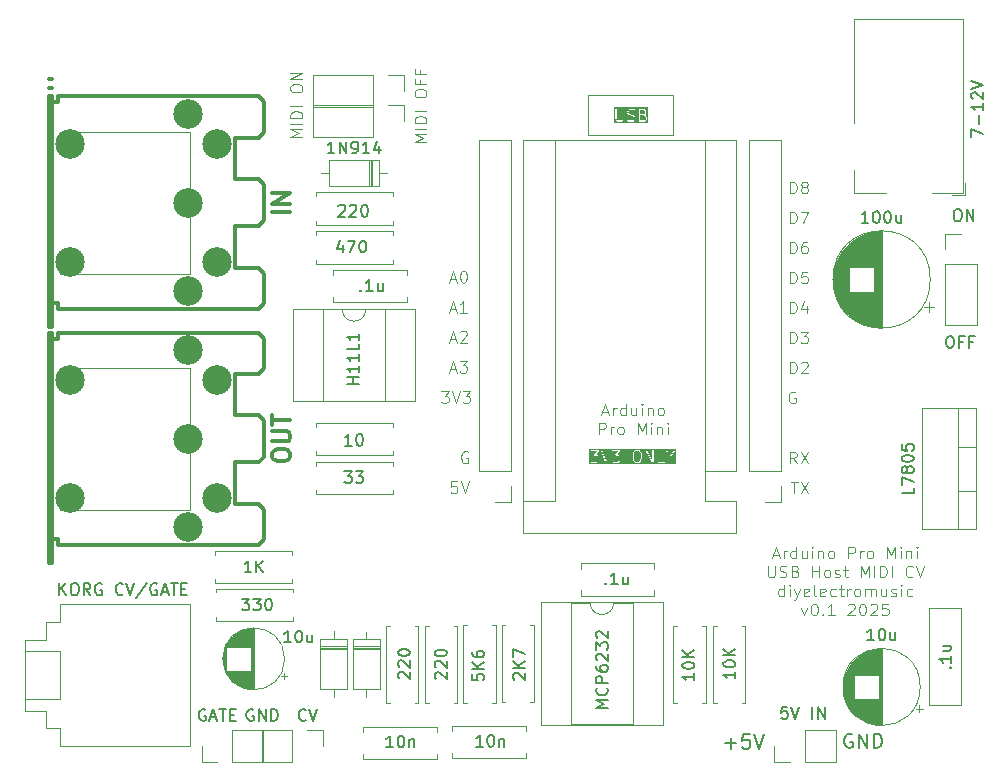
<source format=gbr>
%TF.GenerationSoftware,KiCad,Pcbnew,8.0.7*%
%TF.CreationDate,2025-05-07T21:26:37+01:00*%
%TF.ProjectId,ArduinoProMiniMIDIUSBHostCV,41726475-696e-46f5-9072-6f4d696e694d,rev?*%
%TF.SameCoordinates,Original*%
%TF.FileFunction,Legend,Top*%
%TF.FilePolarity,Positive*%
%FSLAX46Y46*%
G04 Gerber Fmt 4.6, Leading zero omitted, Abs format (unit mm)*
G04 Created by KiCad (PCBNEW 8.0.7) date 2025-05-07 21:26:37*
%MOMM*%
%LPD*%
G01*
G04 APERTURE LIST*
%ADD10C,0.150000*%
%ADD11C,0.100000*%
%ADD12C,0.200000*%
%ADD13C,0.304800*%
%ADD14C,0.120000*%
%ADD15C,2.499360*%
G04 APERTURE END LIST*
D10*
X63499999Y-104917438D02*
X63404761Y-104869819D01*
X63404761Y-104869819D02*
X63261904Y-104869819D01*
X63261904Y-104869819D02*
X63119047Y-104917438D01*
X63119047Y-104917438D02*
X63023809Y-105012676D01*
X63023809Y-105012676D02*
X62976190Y-105107914D01*
X62976190Y-105107914D02*
X62928571Y-105298390D01*
X62928571Y-105298390D02*
X62928571Y-105441247D01*
X62928571Y-105441247D02*
X62976190Y-105631723D01*
X62976190Y-105631723D02*
X63023809Y-105726961D01*
X63023809Y-105726961D02*
X63119047Y-105822200D01*
X63119047Y-105822200D02*
X63261904Y-105869819D01*
X63261904Y-105869819D02*
X63357142Y-105869819D01*
X63357142Y-105869819D02*
X63499999Y-105822200D01*
X63499999Y-105822200D02*
X63547618Y-105774580D01*
X63547618Y-105774580D02*
X63547618Y-105441247D01*
X63547618Y-105441247D02*
X63357142Y-105441247D01*
X63928571Y-105584104D02*
X64404761Y-105584104D01*
X63833333Y-105869819D02*
X64166666Y-104869819D01*
X64166666Y-104869819D02*
X64499999Y-105869819D01*
X64690476Y-104869819D02*
X65261904Y-104869819D01*
X64976190Y-105869819D02*
X64976190Y-104869819D01*
X65595238Y-105346009D02*
X65928571Y-105346009D01*
X66071428Y-105869819D02*
X65595238Y-105869819D01*
X65595238Y-105869819D02*
X65595238Y-104869819D01*
X65595238Y-104869819D02*
X66071428Y-104869819D01*
X72000952Y-105774580D02*
X71953333Y-105822200D01*
X71953333Y-105822200D02*
X71810476Y-105869819D01*
X71810476Y-105869819D02*
X71715238Y-105869819D01*
X71715238Y-105869819D02*
X71572381Y-105822200D01*
X71572381Y-105822200D02*
X71477143Y-105726961D01*
X71477143Y-105726961D02*
X71429524Y-105631723D01*
X71429524Y-105631723D02*
X71381905Y-105441247D01*
X71381905Y-105441247D02*
X71381905Y-105298390D01*
X71381905Y-105298390D02*
X71429524Y-105107914D01*
X71429524Y-105107914D02*
X71477143Y-105012676D01*
X71477143Y-105012676D02*
X71572381Y-104917438D01*
X71572381Y-104917438D02*
X71715238Y-104869819D01*
X71715238Y-104869819D02*
X71810476Y-104869819D01*
X71810476Y-104869819D02*
X71953333Y-104917438D01*
X71953333Y-104917438D02*
X72000952Y-104965057D01*
X72286667Y-104869819D02*
X72620000Y-105869819D01*
X72620000Y-105869819D02*
X72953333Y-104869819D01*
X67548095Y-104917438D02*
X67452857Y-104869819D01*
X67452857Y-104869819D02*
X67310000Y-104869819D01*
X67310000Y-104869819D02*
X67167143Y-104917438D01*
X67167143Y-104917438D02*
X67071905Y-105012676D01*
X67071905Y-105012676D02*
X67024286Y-105107914D01*
X67024286Y-105107914D02*
X66976667Y-105298390D01*
X66976667Y-105298390D02*
X66976667Y-105441247D01*
X66976667Y-105441247D02*
X67024286Y-105631723D01*
X67024286Y-105631723D02*
X67071905Y-105726961D01*
X67071905Y-105726961D02*
X67167143Y-105822200D01*
X67167143Y-105822200D02*
X67310000Y-105869819D01*
X67310000Y-105869819D02*
X67405238Y-105869819D01*
X67405238Y-105869819D02*
X67548095Y-105822200D01*
X67548095Y-105822200D02*
X67595714Y-105774580D01*
X67595714Y-105774580D02*
X67595714Y-105441247D01*
X67595714Y-105441247D02*
X67405238Y-105441247D01*
X68024286Y-105869819D02*
X68024286Y-104869819D01*
X68024286Y-104869819D02*
X68595714Y-105869819D01*
X68595714Y-105869819D02*
X68595714Y-104869819D01*
X69071905Y-105869819D02*
X69071905Y-104869819D01*
X69071905Y-104869819D02*
X69310000Y-104869819D01*
X69310000Y-104869819D02*
X69452857Y-104917438D01*
X69452857Y-104917438D02*
X69548095Y-105012676D01*
X69548095Y-105012676D02*
X69595714Y-105107914D01*
X69595714Y-105107914D02*
X69643333Y-105298390D01*
X69643333Y-105298390D02*
X69643333Y-105441247D01*
X69643333Y-105441247D02*
X69595714Y-105631723D01*
X69595714Y-105631723D02*
X69548095Y-105726961D01*
X69548095Y-105726961D02*
X69452857Y-105822200D01*
X69452857Y-105822200D02*
X69310000Y-105869819D01*
X69310000Y-105869819D02*
X69071905Y-105869819D01*
D11*
X95890000Y-52870000D02*
X103130000Y-52870000D01*
X103130000Y-56270000D01*
X95890000Y-56270000D01*
X95890000Y-52870000D01*
X84206265Y-76101704D02*
X84682455Y-76101704D01*
X84111027Y-76387419D02*
X84444360Y-75387419D01*
X84444360Y-75387419D02*
X84777693Y-76387419D01*
X85015789Y-75387419D02*
X85634836Y-75387419D01*
X85634836Y-75387419D02*
X85301503Y-75768371D01*
X85301503Y-75768371D02*
X85444360Y-75768371D01*
X85444360Y-75768371D02*
X85539598Y-75815990D01*
X85539598Y-75815990D02*
X85587217Y-75863609D01*
X85587217Y-75863609D02*
X85634836Y-75958847D01*
X85634836Y-75958847D02*
X85634836Y-76196942D01*
X85634836Y-76196942D02*
X85587217Y-76292180D01*
X85587217Y-76292180D02*
X85539598Y-76339800D01*
X85539598Y-76339800D02*
X85444360Y-76387419D01*
X85444360Y-76387419D02*
X85158646Y-76387419D01*
X85158646Y-76387419D02*
X85063408Y-76339800D01*
X85063408Y-76339800D02*
X85015789Y-76292180D01*
X112979925Y-71377419D02*
X112979925Y-70377419D01*
X112979925Y-70377419D02*
X113218020Y-70377419D01*
X113218020Y-70377419D02*
X113360877Y-70425038D01*
X113360877Y-70425038D02*
X113456115Y-70520276D01*
X113456115Y-70520276D02*
X113503734Y-70615514D01*
X113503734Y-70615514D02*
X113551353Y-70805990D01*
X113551353Y-70805990D02*
X113551353Y-70948847D01*
X113551353Y-70948847D02*
X113503734Y-71139323D01*
X113503734Y-71139323D02*
X113456115Y-71234561D01*
X113456115Y-71234561D02*
X113360877Y-71329800D01*
X113360877Y-71329800D02*
X113218020Y-71377419D01*
X113218020Y-71377419D02*
X112979925Y-71377419D01*
X114408496Y-70710752D02*
X114408496Y-71377419D01*
X114170401Y-70329800D02*
X113932306Y-71044085D01*
X113932306Y-71044085D02*
X114551353Y-71044085D01*
X112979925Y-61217419D02*
X112979925Y-60217419D01*
X112979925Y-60217419D02*
X113218020Y-60217419D01*
X113218020Y-60217419D02*
X113360877Y-60265038D01*
X113360877Y-60265038D02*
X113456115Y-60360276D01*
X113456115Y-60360276D02*
X113503734Y-60455514D01*
X113503734Y-60455514D02*
X113551353Y-60645990D01*
X113551353Y-60645990D02*
X113551353Y-60788847D01*
X113551353Y-60788847D02*
X113503734Y-60979323D01*
X113503734Y-60979323D02*
X113456115Y-61074561D01*
X113456115Y-61074561D02*
X113360877Y-61169800D01*
X113360877Y-61169800D02*
X113218020Y-61217419D01*
X113218020Y-61217419D02*
X112979925Y-61217419D01*
X114122782Y-60645990D02*
X114027544Y-60598371D01*
X114027544Y-60598371D02*
X113979925Y-60550752D01*
X113979925Y-60550752D02*
X113932306Y-60455514D01*
X113932306Y-60455514D02*
X113932306Y-60407895D01*
X113932306Y-60407895D02*
X113979925Y-60312657D01*
X113979925Y-60312657D02*
X114027544Y-60265038D01*
X114027544Y-60265038D02*
X114122782Y-60217419D01*
X114122782Y-60217419D02*
X114313258Y-60217419D01*
X114313258Y-60217419D02*
X114408496Y-60265038D01*
X114408496Y-60265038D02*
X114456115Y-60312657D01*
X114456115Y-60312657D02*
X114503734Y-60407895D01*
X114503734Y-60407895D02*
X114503734Y-60455514D01*
X114503734Y-60455514D02*
X114456115Y-60550752D01*
X114456115Y-60550752D02*
X114408496Y-60598371D01*
X114408496Y-60598371D02*
X114313258Y-60645990D01*
X114313258Y-60645990D02*
X114122782Y-60645990D01*
X114122782Y-60645990D02*
X114027544Y-60693609D01*
X114027544Y-60693609D02*
X113979925Y-60741228D01*
X113979925Y-60741228D02*
X113932306Y-60836466D01*
X113932306Y-60836466D02*
X113932306Y-61026942D01*
X113932306Y-61026942D02*
X113979925Y-61122180D01*
X113979925Y-61122180D02*
X114027544Y-61169800D01*
X114027544Y-61169800D02*
X114122782Y-61217419D01*
X114122782Y-61217419D02*
X114313258Y-61217419D01*
X114313258Y-61217419D02*
X114408496Y-61169800D01*
X114408496Y-61169800D02*
X114456115Y-61122180D01*
X114456115Y-61122180D02*
X114503734Y-61026942D01*
X114503734Y-61026942D02*
X114503734Y-60836466D01*
X114503734Y-60836466D02*
X114456115Y-60741228D01*
X114456115Y-60741228D02*
X114408496Y-60693609D01*
X114408496Y-60693609D02*
X114313258Y-60645990D01*
X84206265Y-68481704D02*
X84682455Y-68481704D01*
X84111027Y-68767419D02*
X84444360Y-67767419D01*
X84444360Y-67767419D02*
X84777693Y-68767419D01*
X85301503Y-67767419D02*
X85396741Y-67767419D01*
X85396741Y-67767419D02*
X85491979Y-67815038D01*
X85491979Y-67815038D02*
X85539598Y-67862657D01*
X85539598Y-67862657D02*
X85587217Y-67957895D01*
X85587217Y-67957895D02*
X85634836Y-68148371D01*
X85634836Y-68148371D02*
X85634836Y-68386466D01*
X85634836Y-68386466D02*
X85587217Y-68576942D01*
X85587217Y-68576942D02*
X85539598Y-68672180D01*
X85539598Y-68672180D02*
X85491979Y-68719800D01*
X85491979Y-68719800D02*
X85396741Y-68767419D01*
X85396741Y-68767419D02*
X85301503Y-68767419D01*
X85301503Y-68767419D02*
X85206265Y-68719800D01*
X85206265Y-68719800D02*
X85158646Y-68672180D01*
X85158646Y-68672180D02*
X85111027Y-68576942D01*
X85111027Y-68576942D02*
X85063408Y-68386466D01*
X85063408Y-68386466D02*
X85063408Y-68148371D01*
X85063408Y-68148371D02*
X85111027Y-67957895D01*
X85111027Y-67957895D02*
X85158646Y-67862657D01*
X85158646Y-67862657D02*
X85206265Y-67815038D01*
X85206265Y-67815038D02*
X85301503Y-67767419D01*
X113551353Y-84077419D02*
X113218020Y-83601228D01*
X112979925Y-84077419D02*
X112979925Y-83077419D01*
X112979925Y-83077419D02*
X113360877Y-83077419D01*
X113360877Y-83077419D02*
X113456115Y-83125038D01*
X113456115Y-83125038D02*
X113503734Y-83172657D01*
X113503734Y-83172657D02*
X113551353Y-83267895D01*
X113551353Y-83267895D02*
X113551353Y-83410752D01*
X113551353Y-83410752D02*
X113503734Y-83505990D01*
X113503734Y-83505990D02*
X113456115Y-83553609D01*
X113456115Y-83553609D02*
X113360877Y-83601228D01*
X113360877Y-83601228D02*
X112979925Y-83601228D01*
X113884687Y-83077419D02*
X114551353Y-84077419D01*
X114551353Y-83077419D02*
X113884687Y-84077419D01*
X112979925Y-63757419D02*
X112979925Y-62757419D01*
X112979925Y-62757419D02*
X113218020Y-62757419D01*
X113218020Y-62757419D02*
X113360877Y-62805038D01*
X113360877Y-62805038D02*
X113456115Y-62900276D01*
X113456115Y-62900276D02*
X113503734Y-62995514D01*
X113503734Y-62995514D02*
X113551353Y-63185990D01*
X113551353Y-63185990D02*
X113551353Y-63328847D01*
X113551353Y-63328847D02*
X113503734Y-63519323D01*
X113503734Y-63519323D02*
X113456115Y-63614561D01*
X113456115Y-63614561D02*
X113360877Y-63709800D01*
X113360877Y-63709800D02*
X113218020Y-63757419D01*
X113218020Y-63757419D02*
X112979925Y-63757419D01*
X113884687Y-62757419D02*
X114551353Y-62757419D01*
X114551353Y-62757419D02*
X114122782Y-63757419D01*
X112979925Y-68837419D02*
X112979925Y-67837419D01*
X112979925Y-67837419D02*
X113218020Y-67837419D01*
X113218020Y-67837419D02*
X113360877Y-67885038D01*
X113360877Y-67885038D02*
X113456115Y-67980276D01*
X113456115Y-67980276D02*
X113503734Y-68075514D01*
X113503734Y-68075514D02*
X113551353Y-68265990D01*
X113551353Y-68265990D02*
X113551353Y-68408847D01*
X113551353Y-68408847D02*
X113503734Y-68599323D01*
X113503734Y-68599323D02*
X113456115Y-68694561D01*
X113456115Y-68694561D02*
X113360877Y-68789800D01*
X113360877Y-68789800D02*
X113218020Y-68837419D01*
X113218020Y-68837419D02*
X112979925Y-68837419D01*
X114456115Y-67837419D02*
X113979925Y-67837419D01*
X113979925Y-67837419D02*
X113932306Y-68313609D01*
X113932306Y-68313609D02*
X113979925Y-68265990D01*
X113979925Y-68265990D02*
X114075163Y-68218371D01*
X114075163Y-68218371D02*
X114313258Y-68218371D01*
X114313258Y-68218371D02*
X114408496Y-68265990D01*
X114408496Y-68265990D02*
X114456115Y-68313609D01*
X114456115Y-68313609D02*
X114503734Y-68408847D01*
X114503734Y-68408847D02*
X114503734Y-68646942D01*
X114503734Y-68646942D02*
X114456115Y-68742180D01*
X114456115Y-68742180D02*
X114408496Y-68789800D01*
X114408496Y-68789800D02*
X114313258Y-68837419D01*
X114313258Y-68837419D02*
X114075163Y-68837419D01*
X114075163Y-68837419D02*
X113979925Y-68789800D01*
X113979925Y-68789800D02*
X113932306Y-68742180D01*
X112979925Y-76457419D02*
X112979925Y-75457419D01*
X112979925Y-75457419D02*
X113218020Y-75457419D01*
X113218020Y-75457419D02*
X113360877Y-75505038D01*
X113360877Y-75505038D02*
X113456115Y-75600276D01*
X113456115Y-75600276D02*
X113503734Y-75695514D01*
X113503734Y-75695514D02*
X113551353Y-75885990D01*
X113551353Y-75885990D02*
X113551353Y-76028847D01*
X113551353Y-76028847D02*
X113503734Y-76219323D01*
X113503734Y-76219323D02*
X113456115Y-76314561D01*
X113456115Y-76314561D02*
X113360877Y-76409800D01*
X113360877Y-76409800D02*
X113218020Y-76457419D01*
X113218020Y-76457419D02*
X112979925Y-76457419D01*
X113932306Y-75552657D02*
X113979925Y-75505038D01*
X113979925Y-75505038D02*
X114075163Y-75457419D01*
X114075163Y-75457419D02*
X114313258Y-75457419D01*
X114313258Y-75457419D02*
X114408496Y-75505038D01*
X114408496Y-75505038D02*
X114456115Y-75552657D01*
X114456115Y-75552657D02*
X114503734Y-75647895D01*
X114503734Y-75647895D02*
X114503734Y-75743133D01*
X114503734Y-75743133D02*
X114456115Y-75885990D01*
X114456115Y-75885990D02*
X113884687Y-76457419D01*
X113884687Y-76457419D02*
X114503734Y-76457419D01*
X113075163Y-85617419D02*
X113646591Y-85617419D01*
X113360877Y-86617419D02*
X113360877Y-85617419D01*
X113884687Y-85617419D02*
X114551353Y-86617419D01*
X114551353Y-85617419D02*
X113884687Y-86617419D01*
X84206265Y-71031704D02*
X84682455Y-71031704D01*
X84111027Y-71317419D02*
X84444360Y-70317419D01*
X84444360Y-70317419D02*
X84777693Y-71317419D01*
X85634836Y-71317419D02*
X85063408Y-71317419D01*
X85349122Y-71317419D02*
X85349122Y-70317419D01*
X85349122Y-70317419D02*
X85253884Y-70460276D01*
X85253884Y-70460276D02*
X85158646Y-70555514D01*
X85158646Y-70555514D02*
X85063408Y-70603133D01*
X112979925Y-66297419D02*
X112979925Y-65297419D01*
X112979925Y-65297419D02*
X113218020Y-65297419D01*
X113218020Y-65297419D02*
X113360877Y-65345038D01*
X113360877Y-65345038D02*
X113456115Y-65440276D01*
X113456115Y-65440276D02*
X113503734Y-65535514D01*
X113503734Y-65535514D02*
X113551353Y-65725990D01*
X113551353Y-65725990D02*
X113551353Y-65868847D01*
X113551353Y-65868847D02*
X113503734Y-66059323D01*
X113503734Y-66059323D02*
X113456115Y-66154561D01*
X113456115Y-66154561D02*
X113360877Y-66249800D01*
X113360877Y-66249800D02*
X113218020Y-66297419D01*
X113218020Y-66297419D02*
X112979925Y-66297419D01*
X114408496Y-65297419D02*
X114218020Y-65297419D01*
X114218020Y-65297419D02*
X114122782Y-65345038D01*
X114122782Y-65345038D02*
X114075163Y-65392657D01*
X114075163Y-65392657D02*
X113979925Y-65535514D01*
X113979925Y-65535514D02*
X113932306Y-65725990D01*
X113932306Y-65725990D02*
X113932306Y-66106942D01*
X113932306Y-66106942D02*
X113979925Y-66202180D01*
X113979925Y-66202180D02*
X114027544Y-66249800D01*
X114027544Y-66249800D02*
X114122782Y-66297419D01*
X114122782Y-66297419D02*
X114313258Y-66297419D01*
X114313258Y-66297419D02*
X114408496Y-66249800D01*
X114408496Y-66249800D02*
X114456115Y-66202180D01*
X114456115Y-66202180D02*
X114503734Y-66106942D01*
X114503734Y-66106942D02*
X114503734Y-65868847D01*
X114503734Y-65868847D02*
X114456115Y-65773609D01*
X114456115Y-65773609D02*
X114408496Y-65725990D01*
X114408496Y-65725990D02*
X114313258Y-65678371D01*
X114313258Y-65678371D02*
X114122782Y-65678371D01*
X114122782Y-65678371D02*
X114027544Y-65725990D01*
X114027544Y-65725990D02*
X113979925Y-65773609D01*
X113979925Y-65773609D02*
X113932306Y-65868847D01*
D12*
X107517143Y-107757600D02*
X108431429Y-107757600D01*
X107974286Y-108214742D02*
X107974286Y-107300457D01*
X109574285Y-107014742D02*
X109002857Y-107014742D01*
X109002857Y-107014742D02*
X108945714Y-107586171D01*
X108945714Y-107586171D02*
X109002857Y-107529028D01*
X109002857Y-107529028D02*
X109117143Y-107471885D01*
X109117143Y-107471885D02*
X109402857Y-107471885D01*
X109402857Y-107471885D02*
X109517143Y-107529028D01*
X109517143Y-107529028D02*
X109574285Y-107586171D01*
X109574285Y-107586171D02*
X109631428Y-107700457D01*
X109631428Y-107700457D02*
X109631428Y-107986171D01*
X109631428Y-107986171D02*
X109574285Y-108100457D01*
X109574285Y-108100457D02*
X109517143Y-108157600D01*
X109517143Y-108157600D02*
X109402857Y-108214742D01*
X109402857Y-108214742D02*
X109117143Y-108214742D01*
X109117143Y-108214742D02*
X109002857Y-108157600D01*
X109002857Y-108157600D02*
X108945714Y-108100457D01*
X109974285Y-107014742D02*
X110374285Y-108214742D01*
X110374285Y-108214742D02*
X110774285Y-107014742D01*
D11*
X82207419Y-56881427D02*
X81207419Y-56881427D01*
X81207419Y-56881427D02*
X81921704Y-56548094D01*
X81921704Y-56548094D02*
X81207419Y-56214761D01*
X81207419Y-56214761D02*
X82207419Y-56214761D01*
X82207419Y-55738570D02*
X81207419Y-55738570D01*
X82207419Y-55262380D02*
X81207419Y-55262380D01*
X81207419Y-55262380D02*
X81207419Y-55024285D01*
X81207419Y-55024285D02*
X81255038Y-54881428D01*
X81255038Y-54881428D02*
X81350276Y-54786190D01*
X81350276Y-54786190D02*
X81445514Y-54738571D01*
X81445514Y-54738571D02*
X81635990Y-54690952D01*
X81635990Y-54690952D02*
X81778847Y-54690952D01*
X81778847Y-54690952D02*
X81969323Y-54738571D01*
X81969323Y-54738571D02*
X82064561Y-54786190D01*
X82064561Y-54786190D02*
X82159800Y-54881428D01*
X82159800Y-54881428D02*
X82207419Y-55024285D01*
X82207419Y-55024285D02*
X82207419Y-55262380D01*
X82207419Y-54262380D02*
X81207419Y-54262380D01*
X81207419Y-52833809D02*
X81207419Y-52643333D01*
X81207419Y-52643333D02*
X81255038Y-52548095D01*
X81255038Y-52548095D02*
X81350276Y-52452857D01*
X81350276Y-52452857D02*
X81540752Y-52405238D01*
X81540752Y-52405238D02*
X81874085Y-52405238D01*
X81874085Y-52405238D02*
X82064561Y-52452857D01*
X82064561Y-52452857D02*
X82159800Y-52548095D01*
X82159800Y-52548095D02*
X82207419Y-52643333D01*
X82207419Y-52643333D02*
X82207419Y-52833809D01*
X82207419Y-52833809D02*
X82159800Y-52929047D01*
X82159800Y-52929047D02*
X82064561Y-53024285D01*
X82064561Y-53024285D02*
X81874085Y-53071904D01*
X81874085Y-53071904D02*
X81540752Y-53071904D01*
X81540752Y-53071904D02*
X81350276Y-53024285D01*
X81350276Y-53024285D02*
X81255038Y-52929047D01*
X81255038Y-52929047D02*
X81207419Y-52833809D01*
X81683609Y-51643333D02*
X81683609Y-51976666D01*
X82207419Y-51976666D02*
X81207419Y-51976666D01*
X81207419Y-51976666D02*
X81207419Y-51500476D01*
X81683609Y-50786190D02*
X81683609Y-51119523D01*
X82207419Y-51119523D02*
X81207419Y-51119523D01*
X81207419Y-51119523D02*
X81207419Y-50643333D01*
X111550952Y-91836788D02*
X112027142Y-91836788D01*
X111455714Y-92122503D02*
X111789047Y-91122503D01*
X111789047Y-91122503D02*
X112122380Y-92122503D01*
X112455714Y-92122503D02*
X112455714Y-91455836D01*
X112455714Y-91646312D02*
X112503333Y-91551074D01*
X112503333Y-91551074D02*
X112550952Y-91503455D01*
X112550952Y-91503455D02*
X112646190Y-91455836D01*
X112646190Y-91455836D02*
X112741428Y-91455836D01*
X113503333Y-92122503D02*
X113503333Y-91122503D01*
X113503333Y-92074884D02*
X113408095Y-92122503D01*
X113408095Y-92122503D02*
X113217619Y-92122503D01*
X113217619Y-92122503D02*
X113122381Y-92074884D01*
X113122381Y-92074884D02*
X113074762Y-92027264D01*
X113074762Y-92027264D02*
X113027143Y-91932026D01*
X113027143Y-91932026D02*
X113027143Y-91646312D01*
X113027143Y-91646312D02*
X113074762Y-91551074D01*
X113074762Y-91551074D02*
X113122381Y-91503455D01*
X113122381Y-91503455D02*
X113217619Y-91455836D01*
X113217619Y-91455836D02*
X113408095Y-91455836D01*
X113408095Y-91455836D02*
X113503333Y-91503455D01*
X114408095Y-91455836D02*
X114408095Y-92122503D01*
X113979524Y-91455836D02*
X113979524Y-91979645D01*
X113979524Y-91979645D02*
X114027143Y-92074884D01*
X114027143Y-92074884D02*
X114122381Y-92122503D01*
X114122381Y-92122503D02*
X114265238Y-92122503D01*
X114265238Y-92122503D02*
X114360476Y-92074884D01*
X114360476Y-92074884D02*
X114408095Y-92027264D01*
X114884286Y-92122503D02*
X114884286Y-91455836D01*
X114884286Y-91122503D02*
X114836667Y-91170122D01*
X114836667Y-91170122D02*
X114884286Y-91217741D01*
X114884286Y-91217741D02*
X114931905Y-91170122D01*
X114931905Y-91170122D02*
X114884286Y-91122503D01*
X114884286Y-91122503D02*
X114884286Y-91217741D01*
X115360476Y-91455836D02*
X115360476Y-92122503D01*
X115360476Y-91551074D02*
X115408095Y-91503455D01*
X115408095Y-91503455D02*
X115503333Y-91455836D01*
X115503333Y-91455836D02*
X115646190Y-91455836D01*
X115646190Y-91455836D02*
X115741428Y-91503455D01*
X115741428Y-91503455D02*
X115789047Y-91598693D01*
X115789047Y-91598693D02*
X115789047Y-92122503D01*
X116408095Y-92122503D02*
X116312857Y-92074884D01*
X116312857Y-92074884D02*
X116265238Y-92027264D01*
X116265238Y-92027264D02*
X116217619Y-91932026D01*
X116217619Y-91932026D02*
X116217619Y-91646312D01*
X116217619Y-91646312D02*
X116265238Y-91551074D01*
X116265238Y-91551074D02*
X116312857Y-91503455D01*
X116312857Y-91503455D02*
X116408095Y-91455836D01*
X116408095Y-91455836D02*
X116550952Y-91455836D01*
X116550952Y-91455836D02*
X116646190Y-91503455D01*
X116646190Y-91503455D02*
X116693809Y-91551074D01*
X116693809Y-91551074D02*
X116741428Y-91646312D01*
X116741428Y-91646312D02*
X116741428Y-91932026D01*
X116741428Y-91932026D02*
X116693809Y-92027264D01*
X116693809Y-92027264D02*
X116646190Y-92074884D01*
X116646190Y-92074884D02*
X116550952Y-92122503D01*
X116550952Y-92122503D02*
X116408095Y-92122503D01*
X117931905Y-92122503D02*
X117931905Y-91122503D01*
X117931905Y-91122503D02*
X118312857Y-91122503D01*
X118312857Y-91122503D02*
X118408095Y-91170122D01*
X118408095Y-91170122D02*
X118455714Y-91217741D01*
X118455714Y-91217741D02*
X118503333Y-91312979D01*
X118503333Y-91312979D02*
X118503333Y-91455836D01*
X118503333Y-91455836D02*
X118455714Y-91551074D01*
X118455714Y-91551074D02*
X118408095Y-91598693D01*
X118408095Y-91598693D02*
X118312857Y-91646312D01*
X118312857Y-91646312D02*
X117931905Y-91646312D01*
X118931905Y-92122503D02*
X118931905Y-91455836D01*
X118931905Y-91646312D02*
X118979524Y-91551074D01*
X118979524Y-91551074D02*
X119027143Y-91503455D01*
X119027143Y-91503455D02*
X119122381Y-91455836D01*
X119122381Y-91455836D02*
X119217619Y-91455836D01*
X119693810Y-92122503D02*
X119598572Y-92074884D01*
X119598572Y-92074884D02*
X119550953Y-92027264D01*
X119550953Y-92027264D02*
X119503334Y-91932026D01*
X119503334Y-91932026D02*
X119503334Y-91646312D01*
X119503334Y-91646312D02*
X119550953Y-91551074D01*
X119550953Y-91551074D02*
X119598572Y-91503455D01*
X119598572Y-91503455D02*
X119693810Y-91455836D01*
X119693810Y-91455836D02*
X119836667Y-91455836D01*
X119836667Y-91455836D02*
X119931905Y-91503455D01*
X119931905Y-91503455D02*
X119979524Y-91551074D01*
X119979524Y-91551074D02*
X120027143Y-91646312D01*
X120027143Y-91646312D02*
X120027143Y-91932026D01*
X120027143Y-91932026D02*
X119979524Y-92027264D01*
X119979524Y-92027264D02*
X119931905Y-92074884D01*
X119931905Y-92074884D02*
X119836667Y-92122503D01*
X119836667Y-92122503D02*
X119693810Y-92122503D01*
X121217620Y-92122503D02*
X121217620Y-91122503D01*
X121217620Y-91122503D02*
X121550953Y-91836788D01*
X121550953Y-91836788D02*
X121884286Y-91122503D01*
X121884286Y-91122503D02*
X121884286Y-92122503D01*
X122360477Y-92122503D02*
X122360477Y-91455836D01*
X122360477Y-91122503D02*
X122312858Y-91170122D01*
X122312858Y-91170122D02*
X122360477Y-91217741D01*
X122360477Y-91217741D02*
X122408096Y-91170122D01*
X122408096Y-91170122D02*
X122360477Y-91122503D01*
X122360477Y-91122503D02*
X122360477Y-91217741D01*
X122836667Y-91455836D02*
X122836667Y-92122503D01*
X122836667Y-91551074D02*
X122884286Y-91503455D01*
X122884286Y-91503455D02*
X122979524Y-91455836D01*
X122979524Y-91455836D02*
X123122381Y-91455836D01*
X123122381Y-91455836D02*
X123217619Y-91503455D01*
X123217619Y-91503455D02*
X123265238Y-91598693D01*
X123265238Y-91598693D02*
X123265238Y-92122503D01*
X123741429Y-92122503D02*
X123741429Y-91455836D01*
X123741429Y-91122503D02*
X123693810Y-91170122D01*
X123693810Y-91170122D02*
X123741429Y-91217741D01*
X123741429Y-91217741D02*
X123789048Y-91170122D01*
X123789048Y-91170122D02*
X123741429Y-91122503D01*
X123741429Y-91122503D02*
X123741429Y-91217741D01*
X111122381Y-92732447D02*
X111122381Y-93541970D01*
X111122381Y-93541970D02*
X111170000Y-93637208D01*
X111170000Y-93637208D02*
X111217619Y-93684828D01*
X111217619Y-93684828D02*
X111312857Y-93732447D01*
X111312857Y-93732447D02*
X111503333Y-93732447D01*
X111503333Y-93732447D02*
X111598571Y-93684828D01*
X111598571Y-93684828D02*
X111646190Y-93637208D01*
X111646190Y-93637208D02*
X111693809Y-93541970D01*
X111693809Y-93541970D02*
X111693809Y-92732447D01*
X112122381Y-93684828D02*
X112265238Y-93732447D01*
X112265238Y-93732447D02*
X112503333Y-93732447D01*
X112503333Y-93732447D02*
X112598571Y-93684828D01*
X112598571Y-93684828D02*
X112646190Y-93637208D01*
X112646190Y-93637208D02*
X112693809Y-93541970D01*
X112693809Y-93541970D02*
X112693809Y-93446732D01*
X112693809Y-93446732D02*
X112646190Y-93351494D01*
X112646190Y-93351494D02*
X112598571Y-93303875D01*
X112598571Y-93303875D02*
X112503333Y-93256256D01*
X112503333Y-93256256D02*
X112312857Y-93208637D01*
X112312857Y-93208637D02*
X112217619Y-93161018D01*
X112217619Y-93161018D02*
X112170000Y-93113399D01*
X112170000Y-93113399D02*
X112122381Y-93018161D01*
X112122381Y-93018161D02*
X112122381Y-92922923D01*
X112122381Y-92922923D02*
X112170000Y-92827685D01*
X112170000Y-92827685D02*
X112217619Y-92780066D01*
X112217619Y-92780066D02*
X112312857Y-92732447D01*
X112312857Y-92732447D02*
X112550952Y-92732447D01*
X112550952Y-92732447D02*
X112693809Y-92780066D01*
X113455714Y-93208637D02*
X113598571Y-93256256D01*
X113598571Y-93256256D02*
X113646190Y-93303875D01*
X113646190Y-93303875D02*
X113693809Y-93399113D01*
X113693809Y-93399113D02*
X113693809Y-93541970D01*
X113693809Y-93541970D02*
X113646190Y-93637208D01*
X113646190Y-93637208D02*
X113598571Y-93684828D01*
X113598571Y-93684828D02*
X113503333Y-93732447D01*
X113503333Y-93732447D02*
X113122381Y-93732447D01*
X113122381Y-93732447D02*
X113122381Y-92732447D01*
X113122381Y-92732447D02*
X113455714Y-92732447D01*
X113455714Y-92732447D02*
X113550952Y-92780066D01*
X113550952Y-92780066D02*
X113598571Y-92827685D01*
X113598571Y-92827685D02*
X113646190Y-92922923D01*
X113646190Y-92922923D02*
X113646190Y-93018161D01*
X113646190Y-93018161D02*
X113598571Y-93113399D01*
X113598571Y-93113399D02*
X113550952Y-93161018D01*
X113550952Y-93161018D02*
X113455714Y-93208637D01*
X113455714Y-93208637D02*
X113122381Y-93208637D01*
X114884286Y-93732447D02*
X114884286Y-92732447D01*
X114884286Y-93208637D02*
X115455714Y-93208637D01*
X115455714Y-93732447D02*
X115455714Y-92732447D01*
X116074762Y-93732447D02*
X115979524Y-93684828D01*
X115979524Y-93684828D02*
X115931905Y-93637208D01*
X115931905Y-93637208D02*
X115884286Y-93541970D01*
X115884286Y-93541970D02*
X115884286Y-93256256D01*
X115884286Y-93256256D02*
X115931905Y-93161018D01*
X115931905Y-93161018D02*
X115979524Y-93113399D01*
X115979524Y-93113399D02*
X116074762Y-93065780D01*
X116074762Y-93065780D02*
X116217619Y-93065780D01*
X116217619Y-93065780D02*
X116312857Y-93113399D01*
X116312857Y-93113399D02*
X116360476Y-93161018D01*
X116360476Y-93161018D02*
X116408095Y-93256256D01*
X116408095Y-93256256D02*
X116408095Y-93541970D01*
X116408095Y-93541970D02*
X116360476Y-93637208D01*
X116360476Y-93637208D02*
X116312857Y-93684828D01*
X116312857Y-93684828D02*
X116217619Y-93732447D01*
X116217619Y-93732447D02*
X116074762Y-93732447D01*
X116789048Y-93684828D02*
X116884286Y-93732447D01*
X116884286Y-93732447D02*
X117074762Y-93732447D01*
X117074762Y-93732447D02*
X117170000Y-93684828D01*
X117170000Y-93684828D02*
X117217619Y-93589589D01*
X117217619Y-93589589D02*
X117217619Y-93541970D01*
X117217619Y-93541970D02*
X117170000Y-93446732D01*
X117170000Y-93446732D02*
X117074762Y-93399113D01*
X117074762Y-93399113D02*
X116931905Y-93399113D01*
X116931905Y-93399113D02*
X116836667Y-93351494D01*
X116836667Y-93351494D02*
X116789048Y-93256256D01*
X116789048Y-93256256D02*
X116789048Y-93208637D01*
X116789048Y-93208637D02*
X116836667Y-93113399D01*
X116836667Y-93113399D02*
X116931905Y-93065780D01*
X116931905Y-93065780D02*
X117074762Y-93065780D01*
X117074762Y-93065780D02*
X117170000Y-93113399D01*
X117503334Y-93065780D02*
X117884286Y-93065780D01*
X117646191Y-92732447D02*
X117646191Y-93589589D01*
X117646191Y-93589589D02*
X117693810Y-93684828D01*
X117693810Y-93684828D02*
X117789048Y-93732447D01*
X117789048Y-93732447D02*
X117884286Y-93732447D01*
X118979525Y-93732447D02*
X118979525Y-92732447D01*
X118979525Y-92732447D02*
X119312858Y-93446732D01*
X119312858Y-93446732D02*
X119646191Y-92732447D01*
X119646191Y-92732447D02*
X119646191Y-93732447D01*
X120122382Y-93732447D02*
X120122382Y-92732447D01*
X120598572Y-93732447D02*
X120598572Y-92732447D01*
X120598572Y-92732447D02*
X120836667Y-92732447D01*
X120836667Y-92732447D02*
X120979524Y-92780066D01*
X120979524Y-92780066D02*
X121074762Y-92875304D01*
X121074762Y-92875304D02*
X121122381Y-92970542D01*
X121122381Y-92970542D02*
X121170000Y-93161018D01*
X121170000Y-93161018D02*
X121170000Y-93303875D01*
X121170000Y-93303875D02*
X121122381Y-93494351D01*
X121122381Y-93494351D02*
X121074762Y-93589589D01*
X121074762Y-93589589D02*
X120979524Y-93684828D01*
X120979524Y-93684828D02*
X120836667Y-93732447D01*
X120836667Y-93732447D02*
X120598572Y-93732447D01*
X121598572Y-93732447D02*
X121598572Y-92732447D01*
X123408095Y-93637208D02*
X123360476Y-93684828D01*
X123360476Y-93684828D02*
X123217619Y-93732447D01*
X123217619Y-93732447D02*
X123122381Y-93732447D01*
X123122381Y-93732447D02*
X122979524Y-93684828D01*
X122979524Y-93684828D02*
X122884286Y-93589589D01*
X122884286Y-93589589D02*
X122836667Y-93494351D01*
X122836667Y-93494351D02*
X122789048Y-93303875D01*
X122789048Y-93303875D02*
X122789048Y-93161018D01*
X122789048Y-93161018D02*
X122836667Y-92970542D01*
X122836667Y-92970542D02*
X122884286Y-92875304D01*
X122884286Y-92875304D02*
X122979524Y-92780066D01*
X122979524Y-92780066D02*
X123122381Y-92732447D01*
X123122381Y-92732447D02*
X123217619Y-92732447D01*
X123217619Y-92732447D02*
X123360476Y-92780066D01*
X123360476Y-92780066D02*
X123408095Y-92827685D01*
X123693810Y-92732447D02*
X124027143Y-93732447D01*
X124027143Y-93732447D02*
X124360476Y-92732447D01*
X112479523Y-95342391D02*
X112479523Y-94342391D01*
X112479523Y-95294772D02*
X112384285Y-95342391D01*
X112384285Y-95342391D02*
X112193809Y-95342391D01*
X112193809Y-95342391D02*
X112098571Y-95294772D01*
X112098571Y-95294772D02*
X112050952Y-95247152D01*
X112050952Y-95247152D02*
X112003333Y-95151914D01*
X112003333Y-95151914D02*
X112003333Y-94866200D01*
X112003333Y-94866200D02*
X112050952Y-94770962D01*
X112050952Y-94770962D02*
X112098571Y-94723343D01*
X112098571Y-94723343D02*
X112193809Y-94675724D01*
X112193809Y-94675724D02*
X112384285Y-94675724D01*
X112384285Y-94675724D02*
X112479523Y-94723343D01*
X112955714Y-95342391D02*
X112955714Y-94675724D01*
X112955714Y-94342391D02*
X112908095Y-94390010D01*
X112908095Y-94390010D02*
X112955714Y-94437629D01*
X112955714Y-94437629D02*
X113003333Y-94390010D01*
X113003333Y-94390010D02*
X112955714Y-94342391D01*
X112955714Y-94342391D02*
X112955714Y-94437629D01*
X113336666Y-94675724D02*
X113574761Y-95342391D01*
X113812856Y-94675724D02*
X113574761Y-95342391D01*
X113574761Y-95342391D02*
X113479523Y-95580486D01*
X113479523Y-95580486D02*
X113431904Y-95628105D01*
X113431904Y-95628105D02*
X113336666Y-95675724D01*
X114574761Y-95294772D02*
X114479523Y-95342391D01*
X114479523Y-95342391D02*
X114289047Y-95342391D01*
X114289047Y-95342391D02*
X114193809Y-95294772D01*
X114193809Y-95294772D02*
X114146190Y-95199533D01*
X114146190Y-95199533D02*
X114146190Y-94818581D01*
X114146190Y-94818581D02*
X114193809Y-94723343D01*
X114193809Y-94723343D02*
X114289047Y-94675724D01*
X114289047Y-94675724D02*
X114479523Y-94675724D01*
X114479523Y-94675724D02*
X114574761Y-94723343D01*
X114574761Y-94723343D02*
X114622380Y-94818581D01*
X114622380Y-94818581D02*
X114622380Y-94913819D01*
X114622380Y-94913819D02*
X114146190Y-95009057D01*
X115193809Y-95342391D02*
X115098571Y-95294772D01*
X115098571Y-95294772D02*
X115050952Y-95199533D01*
X115050952Y-95199533D02*
X115050952Y-94342391D01*
X115955714Y-95294772D02*
X115860476Y-95342391D01*
X115860476Y-95342391D02*
X115670000Y-95342391D01*
X115670000Y-95342391D02*
X115574762Y-95294772D01*
X115574762Y-95294772D02*
X115527143Y-95199533D01*
X115527143Y-95199533D02*
X115527143Y-94818581D01*
X115527143Y-94818581D02*
X115574762Y-94723343D01*
X115574762Y-94723343D02*
X115670000Y-94675724D01*
X115670000Y-94675724D02*
X115860476Y-94675724D01*
X115860476Y-94675724D02*
X115955714Y-94723343D01*
X115955714Y-94723343D02*
X116003333Y-94818581D01*
X116003333Y-94818581D02*
X116003333Y-94913819D01*
X116003333Y-94913819D02*
X115527143Y-95009057D01*
X116860476Y-95294772D02*
X116765238Y-95342391D01*
X116765238Y-95342391D02*
X116574762Y-95342391D01*
X116574762Y-95342391D02*
X116479524Y-95294772D01*
X116479524Y-95294772D02*
X116431905Y-95247152D01*
X116431905Y-95247152D02*
X116384286Y-95151914D01*
X116384286Y-95151914D02*
X116384286Y-94866200D01*
X116384286Y-94866200D02*
X116431905Y-94770962D01*
X116431905Y-94770962D02*
X116479524Y-94723343D01*
X116479524Y-94723343D02*
X116574762Y-94675724D01*
X116574762Y-94675724D02*
X116765238Y-94675724D01*
X116765238Y-94675724D02*
X116860476Y-94723343D01*
X117146191Y-94675724D02*
X117527143Y-94675724D01*
X117289048Y-94342391D02*
X117289048Y-95199533D01*
X117289048Y-95199533D02*
X117336667Y-95294772D01*
X117336667Y-95294772D02*
X117431905Y-95342391D01*
X117431905Y-95342391D02*
X117527143Y-95342391D01*
X117860477Y-95342391D02*
X117860477Y-94675724D01*
X117860477Y-94866200D02*
X117908096Y-94770962D01*
X117908096Y-94770962D02*
X117955715Y-94723343D01*
X117955715Y-94723343D02*
X118050953Y-94675724D01*
X118050953Y-94675724D02*
X118146191Y-94675724D01*
X118622382Y-95342391D02*
X118527144Y-95294772D01*
X118527144Y-95294772D02*
X118479525Y-95247152D01*
X118479525Y-95247152D02*
X118431906Y-95151914D01*
X118431906Y-95151914D02*
X118431906Y-94866200D01*
X118431906Y-94866200D02*
X118479525Y-94770962D01*
X118479525Y-94770962D02*
X118527144Y-94723343D01*
X118527144Y-94723343D02*
X118622382Y-94675724D01*
X118622382Y-94675724D02*
X118765239Y-94675724D01*
X118765239Y-94675724D02*
X118860477Y-94723343D01*
X118860477Y-94723343D02*
X118908096Y-94770962D01*
X118908096Y-94770962D02*
X118955715Y-94866200D01*
X118955715Y-94866200D02*
X118955715Y-95151914D01*
X118955715Y-95151914D02*
X118908096Y-95247152D01*
X118908096Y-95247152D02*
X118860477Y-95294772D01*
X118860477Y-95294772D02*
X118765239Y-95342391D01*
X118765239Y-95342391D02*
X118622382Y-95342391D01*
X119384287Y-95342391D02*
X119384287Y-94675724D01*
X119384287Y-94770962D02*
X119431906Y-94723343D01*
X119431906Y-94723343D02*
X119527144Y-94675724D01*
X119527144Y-94675724D02*
X119670001Y-94675724D01*
X119670001Y-94675724D02*
X119765239Y-94723343D01*
X119765239Y-94723343D02*
X119812858Y-94818581D01*
X119812858Y-94818581D02*
X119812858Y-95342391D01*
X119812858Y-94818581D02*
X119860477Y-94723343D01*
X119860477Y-94723343D02*
X119955715Y-94675724D01*
X119955715Y-94675724D02*
X120098572Y-94675724D01*
X120098572Y-94675724D02*
X120193811Y-94723343D01*
X120193811Y-94723343D02*
X120241430Y-94818581D01*
X120241430Y-94818581D02*
X120241430Y-95342391D01*
X121146191Y-94675724D02*
X121146191Y-95342391D01*
X120717620Y-94675724D02*
X120717620Y-95199533D01*
X120717620Y-95199533D02*
X120765239Y-95294772D01*
X120765239Y-95294772D02*
X120860477Y-95342391D01*
X120860477Y-95342391D02*
X121003334Y-95342391D01*
X121003334Y-95342391D02*
X121098572Y-95294772D01*
X121098572Y-95294772D02*
X121146191Y-95247152D01*
X121574763Y-95294772D02*
X121670001Y-95342391D01*
X121670001Y-95342391D02*
X121860477Y-95342391D01*
X121860477Y-95342391D02*
X121955715Y-95294772D01*
X121955715Y-95294772D02*
X122003334Y-95199533D01*
X122003334Y-95199533D02*
X122003334Y-95151914D01*
X122003334Y-95151914D02*
X121955715Y-95056676D01*
X121955715Y-95056676D02*
X121860477Y-95009057D01*
X121860477Y-95009057D02*
X121717620Y-95009057D01*
X121717620Y-95009057D02*
X121622382Y-94961438D01*
X121622382Y-94961438D02*
X121574763Y-94866200D01*
X121574763Y-94866200D02*
X121574763Y-94818581D01*
X121574763Y-94818581D02*
X121622382Y-94723343D01*
X121622382Y-94723343D02*
X121717620Y-94675724D01*
X121717620Y-94675724D02*
X121860477Y-94675724D01*
X121860477Y-94675724D02*
X121955715Y-94723343D01*
X122431906Y-95342391D02*
X122431906Y-94675724D01*
X122431906Y-94342391D02*
X122384287Y-94390010D01*
X122384287Y-94390010D02*
X122431906Y-94437629D01*
X122431906Y-94437629D02*
X122479525Y-94390010D01*
X122479525Y-94390010D02*
X122431906Y-94342391D01*
X122431906Y-94342391D02*
X122431906Y-94437629D01*
X123336667Y-95294772D02*
X123241429Y-95342391D01*
X123241429Y-95342391D02*
X123050953Y-95342391D01*
X123050953Y-95342391D02*
X122955715Y-95294772D01*
X122955715Y-95294772D02*
X122908096Y-95247152D01*
X122908096Y-95247152D02*
X122860477Y-95151914D01*
X122860477Y-95151914D02*
X122860477Y-94866200D01*
X122860477Y-94866200D02*
X122908096Y-94770962D01*
X122908096Y-94770962D02*
X122955715Y-94723343D01*
X122955715Y-94723343D02*
X123050953Y-94675724D01*
X123050953Y-94675724D02*
X123241429Y-94675724D01*
X123241429Y-94675724D02*
X123336667Y-94723343D01*
X113955714Y-96285668D02*
X114193809Y-96952335D01*
X114193809Y-96952335D02*
X114431904Y-96285668D01*
X115003333Y-95952335D02*
X115098571Y-95952335D01*
X115098571Y-95952335D02*
X115193809Y-95999954D01*
X115193809Y-95999954D02*
X115241428Y-96047573D01*
X115241428Y-96047573D02*
X115289047Y-96142811D01*
X115289047Y-96142811D02*
X115336666Y-96333287D01*
X115336666Y-96333287D02*
X115336666Y-96571382D01*
X115336666Y-96571382D02*
X115289047Y-96761858D01*
X115289047Y-96761858D02*
X115241428Y-96857096D01*
X115241428Y-96857096D02*
X115193809Y-96904716D01*
X115193809Y-96904716D02*
X115098571Y-96952335D01*
X115098571Y-96952335D02*
X115003333Y-96952335D01*
X115003333Y-96952335D02*
X114908095Y-96904716D01*
X114908095Y-96904716D02*
X114860476Y-96857096D01*
X114860476Y-96857096D02*
X114812857Y-96761858D01*
X114812857Y-96761858D02*
X114765238Y-96571382D01*
X114765238Y-96571382D02*
X114765238Y-96333287D01*
X114765238Y-96333287D02*
X114812857Y-96142811D01*
X114812857Y-96142811D02*
X114860476Y-96047573D01*
X114860476Y-96047573D02*
X114908095Y-95999954D01*
X114908095Y-95999954D02*
X115003333Y-95952335D01*
X115765238Y-96857096D02*
X115812857Y-96904716D01*
X115812857Y-96904716D02*
X115765238Y-96952335D01*
X115765238Y-96952335D02*
X115717619Y-96904716D01*
X115717619Y-96904716D02*
X115765238Y-96857096D01*
X115765238Y-96857096D02*
X115765238Y-96952335D01*
X116765237Y-96952335D02*
X116193809Y-96952335D01*
X116479523Y-96952335D02*
X116479523Y-95952335D01*
X116479523Y-95952335D02*
X116384285Y-96095192D01*
X116384285Y-96095192D02*
X116289047Y-96190430D01*
X116289047Y-96190430D02*
X116193809Y-96238049D01*
X117908095Y-96047573D02*
X117955714Y-95999954D01*
X117955714Y-95999954D02*
X118050952Y-95952335D01*
X118050952Y-95952335D02*
X118289047Y-95952335D01*
X118289047Y-95952335D02*
X118384285Y-95999954D01*
X118384285Y-95999954D02*
X118431904Y-96047573D01*
X118431904Y-96047573D02*
X118479523Y-96142811D01*
X118479523Y-96142811D02*
X118479523Y-96238049D01*
X118479523Y-96238049D02*
X118431904Y-96380906D01*
X118431904Y-96380906D02*
X117860476Y-96952335D01*
X117860476Y-96952335D02*
X118479523Y-96952335D01*
X119098571Y-95952335D02*
X119193809Y-95952335D01*
X119193809Y-95952335D02*
X119289047Y-95999954D01*
X119289047Y-95999954D02*
X119336666Y-96047573D01*
X119336666Y-96047573D02*
X119384285Y-96142811D01*
X119384285Y-96142811D02*
X119431904Y-96333287D01*
X119431904Y-96333287D02*
X119431904Y-96571382D01*
X119431904Y-96571382D02*
X119384285Y-96761858D01*
X119384285Y-96761858D02*
X119336666Y-96857096D01*
X119336666Y-96857096D02*
X119289047Y-96904716D01*
X119289047Y-96904716D02*
X119193809Y-96952335D01*
X119193809Y-96952335D02*
X119098571Y-96952335D01*
X119098571Y-96952335D02*
X119003333Y-96904716D01*
X119003333Y-96904716D02*
X118955714Y-96857096D01*
X118955714Y-96857096D02*
X118908095Y-96761858D01*
X118908095Y-96761858D02*
X118860476Y-96571382D01*
X118860476Y-96571382D02*
X118860476Y-96333287D01*
X118860476Y-96333287D02*
X118908095Y-96142811D01*
X118908095Y-96142811D02*
X118955714Y-96047573D01*
X118955714Y-96047573D02*
X119003333Y-95999954D01*
X119003333Y-95999954D02*
X119098571Y-95952335D01*
X119812857Y-96047573D02*
X119860476Y-95999954D01*
X119860476Y-95999954D02*
X119955714Y-95952335D01*
X119955714Y-95952335D02*
X120193809Y-95952335D01*
X120193809Y-95952335D02*
X120289047Y-95999954D01*
X120289047Y-95999954D02*
X120336666Y-96047573D01*
X120336666Y-96047573D02*
X120384285Y-96142811D01*
X120384285Y-96142811D02*
X120384285Y-96238049D01*
X120384285Y-96238049D02*
X120336666Y-96380906D01*
X120336666Y-96380906D02*
X119765238Y-96952335D01*
X119765238Y-96952335D02*
X120384285Y-96952335D01*
X121289047Y-95952335D02*
X120812857Y-95952335D01*
X120812857Y-95952335D02*
X120765238Y-96428525D01*
X120765238Y-96428525D02*
X120812857Y-96380906D01*
X120812857Y-96380906D02*
X120908095Y-96333287D01*
X120908095Y-96333287D02*
X121146190Y-96333287D01*
X121146190Y-96333287D02*
X121241428Y-96380906D01*
X121241428Y-96380906D02*
X121289047Y-96428525D01*
X121289047Y-96428525D02*
X121336666Y-96523763D01*
X121336666Y-96523763D02*
X121336666Y-96761858D01*
X121336666Y-96761858D02*
X121289047Y-96857096D01*
X121289047Y-96857096D02*
X121241428Y-96904716D01*
X121241428Y-96904716D02*
X121146190Y-96952335D01*
X121146190Y-96952335D02*
X120908095Y-96952335D01*
X120908095Y-96952335D02*
X120812857Y-96904716D01*
X120812857Y-96904716D02*
X120765238Y-96857096D01*
X84206265Y-73561704D02*
X84682455Y-73561704D01*
X84111027Y-73847419D02*
X84444360Y-72847419D01*
X84444360Y-72847419D02*
X84777693Y-73847419D01*
X85063408Y-72942657D02*
X85111027Y-72895038D01*
X85111027Y-72895038D02*
X85206265Y-72847419D01*
X85206265Y-72847419D02*
X85444360Y-72847419D01*
X85444360Y-72847419D02*
X85539598Y-72895038D01*
X85539598Y-72895038D02*
X85587217Y-72942657D01*
X85587217Y-72942657D02*
X85634836Y-73037895D01*
X85634836Y-73037895D02*
X85634836Y-73133133D01*
X85634836Y-73133133D02*
X85587217Y-73275990D01*
X85587217Y-73275990D02*
X85015789Y-73847419D01*
X85015789Y-73847419D02*
X85634836Y-73847419D01*
D12*
X118265714Y-107021885D02*
X118151429Y-106964742D01*
X118151429Y-106964742D02*
X117980000Y-106964742D01*
X117980000Y-106964742D02*
X117808571Y-107021885D01*
X117808571Y-107021885D02*
X117694286Y-107136171D01*
X117694286Y-107136171D02*
X117637143Y-107250457D01*
X117637143Y-107250457D02*
X117580000Y-107479028D01*
X117580000Y-107479028D02*
X117580000Y-107650457D01*
X117580000Y-107650457D02*
X117637143Y-107879028D01*
X117637143Y-107879028D02*
X117694286Y-107993314D01*
X117694286Y-107993314D02*
X117808571Y-108107600D01*
X117808571Y-108107600D02*
X117980000Y-108164742D01*
X117980000Y-108164742D02*
X118094286Y-108164742D01*
X118094286Y-108164742D02*
X118265714Y-108107600D01*
X118265714Y-108107600D02*
X118322857Y-108050457D01*
X118322857Y-108050457D02*
X118322857Y-107650457D01*
X118322857Y-107650457D02*
X118094286Y-107650457D01*
X118837143Y-108164742D02*
X118837143Y-106964742D01*
X118837143Y-106964742D02*
X119522857Y-108164742D01*
X119522857Y-108164742D02*
X119522857Y-106964742D01*
X120094286Y-108164742D02*
X120094286Y-106964742D01*
X120094286Y-106964742D02*
X120380000Y-106964742D01*
X120380000Y-106964742D02*
X120551429Y-107021885D01*
X120551429Y-107021885D02*
X120665714Y-107136171D01*
X120665714Y-107136171D02*
X120722857Y-107250457D01*
X120722857Y-107250457D02*
X120780000Y-107479028D01*
X120780000Y-107479028D02*
X120780000Y-107650457D01*
X120780000Y-107650457D02*
X120722857Y-107879028D01*
X120722857Y-107879028D02*
X120665714Y-107993314D01*
X120665714Y-107993314D02*
X120551429Y-108107600D01*
X120551429Y-108107600D02*
X120380000Y-108164742D01*
X120380000Y-108164742D02*
X120094286Y-108164742D01*
D11*
X85707693Y-83105038D02*
X85612455Y-83057419D01*
X85612455Y-83057419D02*
X85469598Y-83057419D01*
X85469598Y-83057419D02*
X85326741Y-83105038D01*
X85326741Y-83105038D02*
X85231503Y-83200276D01*
X85231503Y-83200276D02*
X85183884Y-83295514D01*
X85183884Y-83295514D02*
X85136265Y-83485990D01*
X85136265Y-83485990D02*
X85136265Y-83628847D01*
X85136265Y-83628847D02*
X85183884Y-83819323D01*
X85183884Y-83819323D02*
X85231503Y-83914561D01*
X85231503Y-83914561D02*
X85326741Y-84009800D01*
X85326741Y-84009800D02*
X85469598Y-84057419D01*
X85469598Y-84057419D02*
X85564836Y-84057419D01*
X85564836Y-84057419D02*
X85707693Y-84009800D01*
X85707693Y-84009800D02*
X85755312Y-83962180D01*
X85755312Y-83962180D02*
X85755312Y-83628847D01*
X85755312Y-83628847D02*
X85564836Y-83628847D01*
G36*
X100717276Y-54654929D02*
G01*
X100750811Y-54688465D01*
X100789523Y-54765888D01*
X100789523Y-54885138D01*
X100750811Y-54962561D01*
X100714665Y-54998708D01*
X100637244Y-55037419D01*
X100318095Y-55037419D01*
X100318095Y-54613609D01*
X100593315Y-54613609D01*
X100717276Y-54654929D01*
G37*
G36*
X100667048Y-54176130D02*
G01*
X100703192Y-54212275D01*
X100741904Y-54289698D01*
X100741904Y-54361329D01*
X100703192Y-54438752D01*
X100667048Y-54474897D01*
X100589625Y-54513609D01*
X100318095Y-54513609D01*
X100318095Y-54137419D01*
X100589625Y-54137419D01*
X100667048Y-54176130D01*
G37*
G36*
X101000634Y-55248530D02*
G01*
X98106984Y-55248530D01*
X98106984Y-54087419D01*
X98218095Y-54087419D01*
X98218095Y-54896942D01*
X98218583Y-54899398D01*
X98218221Y-54900487D01*
X98220337Y-54908214D01*
X98221901Y-54916076D01*
X98222712Y-54916887D01*
X98223374Y-54919303D01*
X98270992Y-55014540D01*
X98275903Y-55020868D01*
X98280358Y-55027535D01*
X98327977Y-55075155D01*
X98334643Y-55079609D01*
X98340972Y-55084521D01*
X98436210Y-55132140D01*
X98438625Y-55132801D01*
X98439437Y-55133613D01*
X98447298Y-55135176D01*
X98455026Y-55137293D01*
X98456114Y-55136930D01*
X98458571Y-55137419D01*
X98649047Y-55137419D01*
X98651503Y-55136930D01*
X98652592Y-55137293D01*
X98660319Y-55135176D01*
X98668181Y-55133613D01*
X98668992Y-55132801D01*
X98671408Y-55132140D01*
X98766645Y-55084522D01*
X98772972Y-55079611D01*
X98779641Y-55075155D01*
X98827260Y-55027535D01*
X98831713Y-55020869D01*
X98836625Y-55014541D01*
X98884244Y-54919303D01*
X98884905Y-54916887D01*
X98885717Y-54916076D01*
X98887280Y-54908214D01*
X98889397Y-54900487D01*
X98889034Y-54899398D01*
X98889523Y-54896942D01*
X98889523Y-54277895D01*
X99218095Y-54277895D01*
X99218095Y-54373133D01*
X99218583Y-54375589D01*
X99218221Y-54376678D01*
X99220337Y-54384405D01*
X99221901Y-54392267D01*
X99222712Y-54393078D01*
X99223374Y-54395494D01*
X99270992Y-54490731D01*
X99275907Y-54497064D01*
X99280359Y-54503726D01*
X99327977Y-54551345D01*
X99334643Y-54555799D01*
X99340972Y-54560711D01*
X99436210Y-54608330D01*
X99441491Y-54609776D01*
X99446444Y-54612116D01*
X99631596Y-54658404D01*
X99714667Y-54699939D01*
X99750811Y-54736084D01*
X99789523Y-54813507D01*
X99789523Y-54885138D01*
X99750811Y-54962561D01*
X99714665Y-54998708D01*
X99637244Y-55037419D01*
X99419065Y-55037419D01*
X99283906Y-54992366D01*
X99264551Y-54989926D01*
X99230322Y-55007040D01*
X99218221Y-55043344D01*
X99235335Y-55077573D01*
X99252284Y-55087234D01*
X99395140Y-55134853D01*
X99403090Y-55135855D01*
X99410952Y-55137419D01*
X99649047Y-55137419D01*
X99651503Y-55136930D01*
X99652592Y-55137293D01*
X99660319Y-55135176D01*
X99668181Y-55133613D01*
X99668992Y-55132801D01*
X99671408Y-55132140D01*
X99766645Y-55084522D01*
X99772972Y-55079611D01*
X99779641Y-55075155D01*
X99827260Y-55027535D01*
X99831713Y-55020869D01*
X99836625Y-55014541D01*
X99884244Y-54919303D01*
X99884905Y-54916887D01*
X99885717Y-54916076D01*
X99887280Y-54908214D01*
X99889397Y-54900487D01*
X99889034Y-54899398D01*
X99889523Y-54896942D01*
X99889523Y-54801704D01*
X99889034Y-54799247D01*
X99889397Y-54798159D01*
X99887280Y-54790431D01*
X99885717Y-54782570D01*
X99884905Y-54781758D01*
X99884244Y-54779343D01*
X99836625Y-54684105D01*
X99831713Y-54677776D01*
X99827259Y-54671110D01*
X99779640Y-54623492D01*
X99772978Y-54619040D01*
X99766645Y-54614125D01*
X99671408Y-54566507D01*
X99666126Y-54565060D01*
X99661174Y-54562721D01*
X99476023Y-54516433D01*
X99392951Y-54474897D01*
X99356806Y-54438753D01*
X99318095Y-54361330D01*
X99318095Y-54289698D01*
X99356806Y-54212274D01*
X99392951Y-54176130D01*
X99470375Y-54137419D01*
X99688553Y-54137419D01*
X99823711Y-54182472D01*
X99843067Y-54184912D01*
X99877295Y-54167798D01*
X99889397Y-54131494D01*
X99872282Y-54097265D01*
X99855334Y-54087604D01*
X99854779Y-54087419D01*
X100218095Y-54087419D01*
X100218095Y-55087419D01*
X100221901Y-55106553D01*
X100248961Y-55133613D01*
X100268095Y-55137419D01*
X100649047Y-55137419D01*
X100651503Y-55136930D01*
X100652592Y-55137293D01*
X100660319Y-55135176D01*
X100668181Y-55133613D01*
X100668992Y-55132801D01*
X100671408Y-55132140D01*
X100766645Y-55084522D01*
X100772972Y-55079611D01*
X100779641Y-55075155D01*
X100827260Y-55027535D01*
X100831713Y-55020869D01*
X100836625Y-55014541D01*
X100884244Y-54919303D01*
X100884905Y-54916887D01*
X100885717Y-54916076D01*
X100887280Y-54908214D01*
X100889397Y-54900487D01*
X100889034Y-54899398D01*
X100889523Y-54896942D01*
X100889523Y-54754085D01*
X100889034Y-54751628D01*
X100889397Y-54750540D01*
X100887280Y-54742812D01*
X100885717Y-54734951D01*
X100884905Y-54734139D01*
X100884244Y-54731724D01*
X100836625Y-54636486D01*
X100831713Y-54630157D01*
X100827259Y-54623491D01*
X100779640Y-54575873D01*
X100777557Y-54574481D01*
X100777044Y-54573455D01*
X100770083Y-54569487D01*
X100763419Y-54565034D01*
X100762271Y-54565034D01*
X100760096Y-54563794D01*
X100728935Y-54553407D01*
X100732021Y-54551345D01*
X100779640Y-54503727D01*
X100784094Y-54497060D01*
X100789006Y-54490732D01*
X100836625Y-54395494D01*
X100837286Y-54393078D01*
X100838098Y-54392267D01*
X100839661Y-54384405D01*
X100841778Y-54376678D01*
X100841415Y-54375589D01*
X100841904Y-54373133D01*
X100841904Y-54277895D01*
X100841415Y-54275438D01*
X100841778Y-54274350D01*
X100839661Y-54266622D01*
X100838098Y-54258761D01*
X100837286Y-54257949D01*
X100836625Y-54255534D01*
X100789006Y-54160296D01*
X100784094Y-54153967D01*
X100779640Y-54147301D01*
X100732021Y-54099683D01*
X100725359Y-54095231D01*
X100719026Y-54090316D01*
X100623789Y-54042698D01*
X100621373Y-54042036D01*
X100620562Y-54041225D01*
X100612700Y-54039661D01*
X100604973Y-54037545D01*
X100603884Y-54037907D01*
X100601428Y-54037419D01*
X100268095Y-54037419D01*
X100248961Y-54041225D01*
X100221901Y-54068285D01*
X100218095Y-54087419D01*
X99854779Y-54087419D01*
X99712477Y-54039985D01*
X99704528Y-54038982D01*
X99696666Y-54037419D01*
X99458571Y-54037419D01*
X99456114Y-54037907D01*
X99455026Y-54037545D01*
X99447298Y-54039661D01*
X99439437Y-54041225D01*
X99438625Y-54042036D01*
X99436210Y-54042698D01*
X99340972Y-54090317D01*
X99334643Y-54095228D01*
X99327977Y-54099683D01*
X99280359Y-54147302D01*
X99275907Y-54153963D01*
X99270992Y-54160297D01*
X99223374Y-54255534D01*
X99222712Y-54257949D01*
X99221901Y-54258761D01*
X99220337Y-54266622D01*
X99218221Y-54274350D01*
X99218583Y-54275438D01*
X99218095Y-54277895D01*
X98889523Y-54277895D01*
X98889523Y-54087419D01*
X98885717Y-54068285D01*
X98858657Y-54041225D01*
X98820389Y-54041225D01*
X98793329Y-54068285D01*
X98789523Y-54087419D01*
X98789523Y-54885138D01*
X98750811Y-54962561D01*
X98714665Y-54998708D01*
X98637244Y-55037419D01*
X98470375Y-55037419D01*
X98392952Y-54998708D01*
X98356806Y-54962561D01*
X98318095Y-54885139D01*
X98318095Y-54087419D01*
X98314289Y-54068285D01*
X98287229Y-54041225D01*
X98248961Y-54041225D01*
X98221901Y-54068285D01*
X98218095Y-54087419D01*
X98106984Y-54087419D01*
X98106984Y-53926308D01*
X101000634Y-53926308D01*
X101000634Y-55248530D01*
G37*
X84790074Y-85597419D02*
X84313884Y-85597419D01*
X84313884Y-85597419D02*
X84266265Y-86073609D01*
X84266265Y-86073609D02*
X84313884Y-86025990D01*
X84313884Y-86025990D02*
X84409122Y-85978371D01*
X84409122Y-85978371D02*
X84647217Y-85978371D01*
X84647217Y-85978371D02*
X84742455Y-86025990D01*
X84742455Y-86025990D02*
X84790074Y-86073609D01*
X84790074Y-86073609D02*
X84837693Y-86168847D01*
X84837693Y-86168847D02*
X84837693Y-86406942D01*
X84837693Y-86406942D02*
X84790074Y-86502180D01*
X84790074Y-86502180D02*
X84742455Y-86549800D01*
X84742455Y-86549800D02*
X84647217Y-86597419D01*
X84647217Y-86597419D02*
X84409122Y-86597419D01*
X84409122Y-86597419D02*
X84313884Y-86549800D01*
X84313884Y-86549800D02*
X84266265Y-86502180D01*
X85123408Y-85597419D02*
X85456741Y-86597419D01*
X85456741Y-86597419D02*
X85790074Y-85597419D01*
X83468646Y-77947419D02*
X84087693Y-77947419D01*
X84087693Y-77947419D02*
X83754360Y-78328371D01*
X83754360Y-78328371D02*
X83897217Y-78328371D01*
X83897217Y-78328371D02*
X83992455Y-78375990D01*
X83992455Y-78375990D02*
X84040074Y-78423609D01*
X84040074Y-78423609D02*
X84087693Y-78518847D01*
X84087693Y-78518847D02*
X84087693Y-78756942D01*
X84087693Y-78756942D02*
X84040074Y-78852180D01*
X84040074Y-78852180D02*
X83992455Y-78899800D01*
X83992455Y-78899800D02*
X83897217Y-78947419D01*
X83897217Y-78947419D02*
X83611503Y-78947419D01*
X83611503Y-78947419D02*
X83516265Y-78899800D01*
X83516265Y-78899800D02*
X83468646Y-78852180D01*
X84373408Y-77947419D02*
X84706741Y-78947419D01*
X84706741Y-78947419D02*
X85040074Y-77947419D01*
X85278170Y-77947419D02*
X85897217Y-77947419D01*
X85897217Y-77947419D02*
X85563884Y-78328371D01*
X85563884Y-78328371D02*
X85706741Y-78328371D01*
X85706741Y-78328371D02*
X85801979Y-78375990D01*
X85801979Y-78375990D02*
X85849598Y-78423609D01*
X85849598Y-78423609D02*
X85897217Y-78518847D01*
X85897217Y-78518847D02*
X85897217Y-78756942D01*
X85897217Y-78756942D02*
X85849598Y-78852180D01*
X85849598Y-78852180D02*
X85801979Y-78899800D01*
X85801979Y-78899800D02*
X85706741Y-78947419D01*
X85706741Y-78947419D02*
X85421027Y-78947419D01*
X85421027Y-78947419D02*
X85325789Y-78899800D01*
X85325789Y-78899800D02*
X85278170Y-78852180D01*
D12*
X126447619Y-73302219D02*
X126638095Y-73302219D01*
X126638095Y-73302219D02*
X126733333Y-73349838D01*
X126733333Y-73349838D02*
X126828571Y-73445076D01*
X126828571Y-73445076D02*
X126876190Y-73635552D01*
X126876190Y-73635552D02*
X126876190Y-73968885D01*
X126876190Y-73968885D02*
X126828571Y-74159361D01*
X126828571Y-74159361D02*
X126733333Y-74254600D01*
X126733333Y-74254600D02*
X126638095Y-74302219D01*
X126638095Y-74302219D02*
X126447619Y-74302219D01*
X126447619Y-74302219D02*
X126352381Y-74254600D01*
X126352381Y-74254600D02*
X126257143Y-74159361D01*
X126257143Y-74159361D02*
X126209524Y-73968885D01*
X126209524Y-73968885D02*
X126209524Y-73635552D01*
X126209524Y-73635552D02*
X126257143Y-73445076D01*
X126257143Y-73445076D02*
X126352381Y-73349838D01*
X126352381Y-73349838D02*
X126447619Y-73302219D01*
X127638095Y-73778409D02*
X127304762Y-73778409D01*
X127304762Y-74302219D02*
X127304762Y-73302219D01*
X127304762Y-73302219D02*
X127780952Y-73302219D01*
X128495238Y-73778409D02*
X128161905Y-73778409D01*
X128161905Y-74302219D02*
X128161905Y-73302219D01*
X128161905Y-73302219D02*
X128638095Y-73302219D01*
D11*
X112979925Y-73917419D02*
X112979925Y-72917419D01*
X112979925Y-72917419D02*
X113218020Y-72917419D01*
X113218020Y-72917419D02*
X113360877Y-72965038D01*
X113360877Y-72965038D02*
X113456115Y-73060276D01*
X113456115Y-73060276D02*
X113503734Y-73155514D01*
X113503734Y-73155514D02*
X113551353Y-73345990D01*
X113551353Y-73345990D02*
X113551353Y-73488847D01*
X113551353Y-73488847D02*
X113503734Y-73679323D01*
X113503734Y-73679323D02*
X113456115Y-73774561D01*
X113456115Y-73774561D02*
X113360877Y-73869800D01*
X113360877Y-73869800D02*
X113218020Y-73917419D01*
X113218020Y-73917419D02*
X112979925Y-73917419D01*
X113884687Y-72917419D02*
X114503734Y-72917419D01*
X114503734Y-72917419D02*
X114170401Y-73298371D01*
X114170401Y-73298371D02*
X114313258Y-73298371D01*
X114313258Y-73298371D02*
X114408496Y-73345990D01*
X114408496Y-73345990D02*
X114456115Y-73393609D01*
X114456115Y-73393609D02*
X114503734Y-73488847D01*
X114503734Y-73488847D02*
X114503734Y-73726942D01*
X114503734Y-73726942D02*
X114456115Y-73822180D01*
X114456115Y-73822180D02*
X114408496Y-73869800D01*
X114408496Y-73869800D02*
X114313258Y-73917419D01*
X114313258Y-73917419D02*
X114027544Y-73917419D01*
X114027544Y-73917419D02*
X113932306Y-73869800D01*
X113932306Y-73869800D02*
X113884687Y-73822180D01*
X71697419Y-56458094D02*
X70697419Y-56458094D01*
X70697419Y-56458094D02*
X71411704Y-56124761D01*
X71411704Y-56124761D02*
X70697419Y-55791428D01*
X70697419Y-55791428D02*
X71697419Y-55791428D01*
X71697419Y-55315237D02*
X70697419Y-55315237D01*
X71697419Y-54839047D02*
X70697419Y-54839047D01*
X70697419Y-54839047D02*
X70697419Y-54600952D01*
X70697419Y-54600952D02*
X70745038Y-54458095D01*
X70745038Y-54458095D02*
X70840276Y-54362857D01*
X70840276Y-54362857D02*
X70935514Y-54315238D01*
X70935514Y-54315238D02*
X71125990Y-54267619D01*
X71125990Y-54267619D02*
X71268847Y-54267619D01*
X71268847Y-54267619D02*
X71459323Y-54315238D01*
X71459323Y-54315238D02*
X71554561Y-54362857D01*
X71554561Y-54362857D02*
X71649800Y-54458095D01*
X71649800Y-54458095D02*
X71697419Y-54600952D01*
X71697419Y-54600952D02*
X71697419Y-54839047D01*
X71697419Y-53839047D02*
X70697419Y-53839047D01*
X70697419Y-52410476D02*
X70697419Y-52220000D01*
X70697419Y-52220000D02*
X70745038Y-52124762D01*
X70745038Y-52124762D02*
X70840276Y-52029524D01*
X70840276Y-52029524D02*
X71030752Y-51981905D01*
X71030752Y-51981905D02*
X71364085Y-51981905D01*
X71364085Y-51981905D02*
X71554561Y-52029524D01*
X71554561Y-52029524D02*
X71649800Y-52124762D01*
X71649800Y-52124762D02*
X71697419Y-52220000D01*
X71697419Y-52220000D02*
X71697419Y-52410476D01*
X71697419Y-52410476D02*
X71649800Y-52505714D01*
X71649800Y-52505714D02*
X71554561Y-52600952D01*
X71554561Y-52600952D02*
X71364085Y-52648571D01*
X71364085Y-52648571D02*
X71030752Y-52648571D01*
X71030752Y-52648571D02*
X70840276Y-52600952D01*
X70840276Y-52600952D02*
X70745038Y-52505714D01*
X70745038Y-52505714D02*
X70697419Y-52410476D01*
X71697419Y-51553333D02*
X70697419Y-51553333D01*
X70697419Y-51553333D02*
X71697419Y-50981905D01*
X71697419Y-50981905D02*
X70697419Y-50981905D01*
X113456115Y-78045038D02*
X113360877Y-77997419D01*
X113360877Y-77997419D02*
X113218020Y-77997419D01*
X113218020Y-77997419D02*
X113075163Y-78045038D01*
X113075163Y-78045038D02*
X112979925Y-78140276D01*
X112979925Y-78140276D02*
X112932306Y-78235514D01*
X112932306Y-78235514D02*
X112884687Y-78425990D01*
X112884687Y-78425990D02*
X112884687Y-78568847D01*
X112884687Y-78568847D02*
X112932306Y-78759323D01*
X112932306Y-78759323D02*
X112979925Y-78854561D01*
X112979925Y-78854561D02*
X113075163Y-78949800D01*
X113075163Y-78949800D02*
X113218020Y-78997419D01*
X113218020Y-78997419D02*
X113313258Y-78997419D01*
X113313258Y-78997419D02*
X113456115Y-78949800D01*
X113456115Y-78949800D02*
X113503734Y-78902180D01*
X113503734Y-78902180D02*
X113503734Y-78568847D01*
X113503734Y-78568847D02*
X113313258Y-78568847D01*
D12*
X127090952Y-62562219D02*
X127281428Y-62562219D01*
X127281428Y-62562219D02*
X127376666Y-62609838D01*
X127376666Y-62609838D02*
X127471904Y-62705076D01*
X127471904Y-62705076D02*
X127519523Y-62895552D01*
X127519523Y-62895552D02*
X127519523Y-63228885D01*
X127519523Y-63228885D02*
X127471904Y-63419361D01*
X127471904Y-63419361D02*
X127376666Y-63514600D01*
X127376666Y-63514600D02*
X127281428Y-63562219D01*
X127281428Y-63562219D02*
X127090952Y-63562219D01*
X127090952Y-63562219D02*
X126995714Y-63514600D01*
X126995714Y-63514600D02*
X126900476Y-63419361D01*
X126900476Y-63419361D02*
X126852857Y-63228885D01*
X126852857Y-63228885D02*
X126852857Y-62895552D01*
X126852857Y-62895552D02*
X126900476Y-62705076D01*
X126900476Y-62705076D02*
X126995714Y-62609838D01*
X126995714Y-62609838D02*
X127090952Y-62562219D01*
X127948095Y-63562219D02*
X127948095Y-62562219D01*
X127948095Y-62562219D02*
X128519523Y-63562219D01*
X128519523Y-63562219D02*
X128519523Y-62562219D01*
D11*
G36*
X100215621Y-83066131D02*
G01*
X100295327Y-83145837D01*
X100338095Y-83316907D01*
X100338095Y-83637930D01*
X100295327Y-83808999D01*
X100215619Y-83888708D01*
X100138197Y-83927419D01*
X99971328Y-83927419D01*
X99893905Y-83888707D01*
X99814196Y-83808998D01*
X99771429Y-83637930D01*
X99771429Y-83316907D01*
X99814196Y-83145837D01*
X99893902Y-83066131D01*
X99971328Y-83027419D01*
X100138197Y-83027419D01*
X100215621Y-83066131D01*
G37*
G36*
X103357975Y-84138530D02*
G01*
X95992695Y-84138530D01*
X95992695Y-82958285D01*
X96103806Y-82958285D01*
X96103806Y-82996553D01*
X96130866Y-83023613D01*
X96150000Y-83027419D01*
X96658859Y-83027419D01*
X96398085Y-83325446D01*
X96390990Y-83337766D01*
X96389520Y-83339237D01*
X96389520Y-83340320D01*
X96388350Y-83342352D01*
X96389520Y-83359906D01*
X96389520Y-83377505D01*
X96390776Y-83378761D01*
X96390895Y-83380536D01*
X96404139Y-83392124D01*
X96416580Y-83404565D01*
X96418880Y-83405022D01*
X96419695Y-83405735D01*
X96421767Y-83405596D01*
X96435714Y-83408371D01*
X96566768Y-83408371D01*
X96644191Y-83447082D01*
X96680335Y-83483227D01*
X96719047Y-83560650D01*
X96719047Y-83775138D01*
X96680335Y-83852561D01*
X96644189Y-83888708D01*
X96566768Y-83927419D01*
X96304661Y-83927419D01*
X96227238Y-83888708D01*
X96185356Y-83846825D01*
X96169135Y-83835986D01*
X96130866Y-83835986D01*
X96103806Y-83863045D01*
X96103806Y-83901314D01*
X96114644Y-83917535D01*
X96162263Y-83965155D01*
X96168929Y-83969609D01*
X96175258Y-83974521D01*
X96270496Y-84022140D01*
X96272911Y-84022801D01*
X96273723Y-84023613D01*
X96281584Y-84025176D01*
X96289312Y-84027293D01*
X96290400Y-84026930D01*
X96292857Y-84027419D01*
X96578571Y-84027419D01*
X96581027Y-84026930D01*
X96582116Y-84027293D01*
X96589843Y-84025176D01*
X96597705Y-84023613D01*
X96598516Y-84022801D01*
X96600932Y-84022140D01*
X96696169Y-83974522D01*
X96702496Y-83969611D01*
X96709165Y-83965155D01*
X96756784Y-83917535D01*
X96761237Y-83910869D01*
X96766149Y-83904541D01*
X96813768Y-83809303D01*
X96814429Y-83806887D01*
X96815241Y-83806076D01*
X96816804Y-83798214D01*
X96818921Y-83790487D01*
X96818558Y-83789398D01*
X96819047Y-83786942D01*
X96819047Y-83548847D01*
X96818558Y-83546390D01*
X96818921Y-83545302D01*
X96816804Y-83537574D01*
X96815241Y-83529713D01*
X96814429Y-83528901D01*
X96813768Y-83526486D01*
X96766149Y-83431248D01*
X96761237Y-83424919D01*
X96756783Y-83418253D01*
X96709164Y-83370635D01*
X96702502Y-83366183D01*
X96696169Y-83361268D01*
X96600932Y-83313650D01*
X96598516Y-83312988D01*
X96597705Y-83312177D01*
X96589843Y-83310613D01*
X96582116Y-83308497D01*
X96581027Y-83308859D01*
X96578571Y-83308371D01*
X96545902Y-83308371D01*
X96806676Y-83010344D01*
X96813770Y-82998023D01*
X96815241Y-82996553D01*
X96815241Y-82995469D01*
X96816411Y-82993438D01*
X96815241Y-82975883D01*
X96815241Y-82973875D01*
X97004888Y-82973875D01*
X97007328Y-82993230D01*
X97340661Y-83993230D01*
X97350322Y-84010178D01*
X97353663Y-84011848D01*
X97355335Y-84015192D01*
X97370377Y-84020205D01*
X97384551Y-84027293D01*
X97388094Y-84026111D01*
X97391639Y-84027293D01*
X97405818Y-84020203D01*
X97420855Y-84015191D01*
X97422525Y-84011850D01*
X97425868Y-84010179D01*
X97435529Y-83993230D01*
X97768862Y-82993231D01*
X97771302Y-82973875D01*
X97763507Y-82958285D01*
X97913330Y-82958285D01*
X97913330Y-82996553D01*
X97940390Y-83023613D01*
X97959524Y-83027419D01*
X98468383Y-83027419D01*
X98207609Y-83325446D01*
X98200514Y-83337766D01*
X98199044Y-83339237D01*
X98199044Y-83340320D01*
X98197874Y-83342352D01*
X98199044Y-83359906D01*
X98199044Y-83377505D01*
X98200300Y-83378761D01*
X98200419Y-83380536D01*
X98213663Y-83392124D01*
X98226104Y-83404565D01*
X98228404Y-83405022D01*
X98229219Y-83405735D01*
X98231291Y-83405596D01*
X98245238Y-83408371D01*
X98376292Y-83408371D01*
X98453715Y-83447082D01*
X98489859Y-83483227D01*
X98528571Y-83560650D01*
X98528571Y-83775138D01*
X98489859Y-83852561D01*
X98453713Y-83888708D01*
X98376292Y-83927419D01*
X98114185Y-83927419D01*
X98036762Y-83888708D01*
X97994880Y-83846825D01*
X97978659Y-83835986D01*
X97940390Y-83835986D01*
X97913330Y-83863045D01*
X97913330Y-83901314D01*
X97924168Y-83917535D01*
X97971787Y-83965155D01*
X97978453Y-83969609D01*
X97984782Y-83974521D01*
X98080020Y-84022140D01*
X98082435Y-84022801D01*
X98083247Y-84023613D01*
X98091108Y-84025176D01*
X98098836Y-84027293D01*
X98099924Y-84026930D01*
X98102381Y-84027419D01*
X98388095Y-84027419D01*
X98390551Y-84026930D01*
X98391640Y-84027293D01*
X98399367Y-84025176D01*
X98407229Y-84023613D01*
X98408040Y-84022801D01*
X98410456Y-84022140D01*
X98505693Y-83974522D01*
X98512020Y-83969611D01*
X98518689Y-83965155D01*
X98566308Y-83917535D01*
X98570761Y-83910869D01*
X98575673Y-83904541D01*
X98623292Y-83809303D01*
X98623953Y-83806887D01*
X98624765Y-83806076D01*
X98626328Y-83798214D01*
X98628445Y-83790487D01*
X98628082Y-83789398D01*
X98628571Y-83786942D01*
X98628571Y-83548847D01*
X98628082Y-83546390D01*
X98628445Y-83545302D01*
X98626328Y-83537574D01*
X98624765Y-83529713D01*
X98623953Y-83528901D01*
X98623292Y-83526486D01*
X98575673Y-83431248D01*
X98570761Y-83424919D01*
X98566307Y-83418253D01*
X98518688Y-83370635D01*
X98512026Y-83366183D01*
X98505693Y-83361268D01*
X98410456Y-83313650D01*
X98408040Y-83312988D01*
X98407229Y-83312177D01*
X98400066Y-83310752D01*
X99671429Y-83310752D01*
X99671429Y-83644085D01*
X99672624Y-83650094D01*
X99672922Y-83656212D01*
X99720541Y-83846688D01*
X99722854Y-83851584D01*
X99722854Y-83853695D01*
X99726258Y-83858790D01*
X99728874Y-83864327D01*
X99730682Y-83865412D01*
X99733692Y-83869916D01*
X99828931Y-83965155D01*
X99835590Y-83969605D01*
X99841925Y-83974521D01*
X99937163Y-84022140D01*
X99939578Y-84022801D01*
X99940390Y-84023613D01*
X99948251Y-84025176D01*
X99955979Y-84027293D01*
X99957067Y-84026930D01*
X99959524Y-84027419D01*
X100150000Y-84027419D01*
X100152456Y-84026930D01*
X100153545Y-84027293D01*
X100161272Y-84025176D01*
X100169134Y-84023613D01*
X100169945Y-84022801D01*
X100172361Y-84022140D01*
X100267598Y-83974522D01*
X100273925Y-83969611D01*
X100280594Y-83965155D01*
X100375832Y-83869916D01*
X100378841Y-83865412D01*
X100380650Y-83864327D01*
X100383265Y-83858790D01*
X100386670Y-83853695D01*
X100386670Y-83851584D01*
X100388983Y-83846688D01*
X100436602Y-83656212D01*
X100436899Y-83650094D01*
X100438095Y-83644085D01*
X100438095Y-83310752D01*
X100436899Y-83304742D01*
X100436602Y-83298625D01*
X100388983Y-83108149D01*
X100386670Y-83103252D01*
X100386670Y-83101142D01*
X100383266Y-83096048D01*
X100380650Y-83090510D01*
X100378839Y-83089423D01*
X100375831Y-83084921D01*
X100280593Y-82989683D01*
X100273931Y-82985231D01*
X100267598Y-82980316D01*
X100261804Y-82977419D01*
X100766667Y-82977419D01*
X100766667Y-83977419D01*
X100770473Y-83996553D01*
X100797533Y-84023613D01*
X100835801Y-84023613D01*
X100862861Y-83996553D01*
X100866667Y-83977419D01*
X100866667Y-83165697D01*
X101344683Y-84002226D01*
X101357481Y-84016951D01*
X101364105Y-84018757D01*
X101368961Y-84023613D01*
X101381909Y-84023613D01*
X101394401Y-84027020D01*
X101400363Y-84023613D01*
X101407229Y-84023613D01*
X101416382Y-84014459D01*
X101427627Y-84008034D01*
X101429434Y-84001407D01*
X101434289Y-83996553D01*
X101438095Y-83977419D01*
X101438095Y-82977419D01*
X101814286Y-82977419D01*
X101814286Y-83977419D01*
X101818092Y-83996553D01*
X101845152Y-84023613D01*
X101864286Y-84027419D01*
X102340476Y-84027419D01*
X102359610Y-84023613D01*
X102386670Y-83996553D01*
X102386670Y-83958285D01*
X102359610Y-83931225D01*
X102340476Y-83927419D01*
X101914286Y-83927419D01*
X101914286Y-82986077D01*
X102481708Y-82986077D01*
X102488770Y-83004263D01*
X102814286Y-83515788D01*
X102814286Y-83977419D01*
X102818092Y-83996553D01*
X102845152Y-84023613D01*
X102883420Y-84023613D01*
X102910480Y-83996553D01*
X102914286Y-83977419D01*
X102914286Y-83515788D01*
X103239802Y-83004263D01*
X103246864Y-82986077D01*
X103238562Y-82948719D01*
X103206277Y-82928174D01*
X103168920Y-82936476D01*
X103155436Y-82950575D01*
X102864286Y-83408096D01*
X102573136Y-82950575D01*
X102559653Y-82936476D01*
X102522295Y-82928174D01*
X102490010Y-82948719D01*
X102481708Y-82986077D01*
X101914286Y-82986077D01*
X101914286Y-82977419D01*
X101910480Y-82958285D01*
X101883420Y-82931225D01*
X101845152Y-82931225D01*
X101818092Y-82958285D01*
X101814286Y-82977419D01*
X101438095Y-82977419D01*
X101434289Y-82958285D01*
X101407229Y-82931225D01*
X101368961Y-82931225D01*
X101341901Y-82958285D01*
X101338095Y-82977419D01*
X101338095Y-83789140D01*
X100860079Y-82952612D01*
X100847282Y-82937887D01*
X100840655Y-82936079D01*
X100835801Y-82931225D01*
X100822854Y-82931225D01*
X100810361Y-82927818D01*
X100804399Y-82931225D01*
X100797533Y-82931225D01*
X100788379Y-82940378D01*
X100777135Y-82946804D01*
X100775327Y-82953430D01*
X100770473Y-82958285D01*
X100766667Y-82977419D01*
X100261804Y-82977419D01*
X100172361Y-82932698D01*
X100169945Y-82932036D01*
X100169134Y-82931225D01*
X100161272Y-82929661D01*
X100153545Y-82927545D01*
X100152456Y-82927907D01*
X100150000Y-82927419D01*
X99959524Y-82927419D01*
X99957067Y-82927907D01*
X99955979Y-82927545D01*
X99948251Y-82929661D01*
X99940390Y-82931225D01*
X99939578Y-82932036D01*
X99937163Y-82932698D01*
X99841925Y-82980317D01*
X99835590Y-82985232D01*
X99828931Y-82989683D01*
X99733693Y-83084921D01*
X99730684Y-83089423D01*
X99728874Y-83090510D01*
X99726257Y-83096048D01*
X99722854Y-83101142D01*
X99722854Y-83103252D01*
X99720541Y-83108149D01*
X99672922Y-83298625D01*
X99672624Y-83304742D01*
X99671429Y-83310752D01*
X98400066Y-83310752D01*
X98399367Y-83310613D01*
X98391640Y-83308497D01*
X98390551Y-83308859D01*
X98388095Y-83308371D01*
X98355426Y-83308371D01*
X98616200Y-83010344D01*
X98623294Y-82998023D01*
X98624765Y-82996553D01*
X98624765Y-82995469D01*
X98625935Y-82993438D01*
X98624765Y-82975883D01*
X98624765Y-82958285D01*
X98623508Y-82957028D01*
X98623390Y-82955254D01*
X98610145Y-82943665D01*
X98597705Y-82931225D01*
X98595404Y-82930767D01*
X98594590Y-82930055D01*
X98592517Y-82930193D01*
X98578571Y-82927419D01*
X97959524Y-82927419D01*
X97940390Y-82931225D01*
X97913330Y-82958285D01*
X97763507Y-82958285D01*
X97754188Y-82939647D01*
X97717884Y-82927545D01*
X97683655Y-82944660D01*
X97673994Y-82961608D01*
X97388095Y-83819305D01*
X97102196Y-82961608D01*
X97092535Y-82944659D01*
X97058306Y-82927545D01*
X97022002Y-82939646D01*
X97004888Y-82973875D01*
X96815241Y-82973875D01*
X96815241Y-82958285D01*
X96813984Y-82957028D01*
X96813866Y-82955254D01*
X96800621Y-82943665D01*
X96788181Y-82931225D01*
X96785880Y-82930767D01*
X96785066Y-82930055D01*
X96782993Y-82930193D01*
X96769047Y-82927419D01*
X96150000Y-82927419D01*
X96130866Y-82931225D01*
X96103806Y-82958285D01*
X95992695Y-82958285D01*
X95992695Y-82816308D01*
X103357975Y-82816308D01*
X103357975Y-84138530D01*
G37*
X97124762Y-79726732D02*
X97600952Y-79726732D01*
X97029524Y-80012447D02*
X97362857Y-79012447D01*
X97362857Y-79012447D02*
X97696190Y-80012447D01*
X98029524Y-80012447D02*
X98029524Y-79345780D01*
X98029524Y-79536256D02*
X98077143Y-79441018D01*
X98077143Y-79441018D02*
X98124762Y-79393399D01*
X98124762Y-79393399D02*
X98220000Y-79345780D01*
X98220000Y-79345780D02*
X98315238Y-79345780D01*
X99077143Y-80012447D02*
X99077143Y-79012447D01*
X99077143Y-79964828D02*
X98981905Y-80012447D01*
X98981905Y-80012447D02*
X98791429Y-80012447D01*
X98791429Y-80012447D02*
X98696191Y-79964828D01*
X98696191Y-79964828D02*
X98648572Y-79917208D01*
X98648572Y-79917208D02*
X98600953Y-79821970D01*
X98600953Y-79821970D02*
X98600953Y-79536256D01*
X98600953Y-79536256D02*
X98648572Y-79441018D01*
X98648572Y-79441018D02*
X98696191Y-79393399D01*
X98696191Y-79393399D02*
X98791429Y-79345780D01*
X98791429Y-79345780D02*
X98981905Y-79345780D01*
X98981905Y-79345780D02*
X99077143Y-79393399D01*
X99981905Y-79345780D02*
X99981905Y-80012447D01*
X99553334Y-79345780D02*
X99553334Y-79869589D01*
X99553334Y-79869589D02*
X99600953Y-79964828D01*
X99600953Y-79964828D02*
X99696191Y-80012447D01*
X99696191Y-80012447D02*
X99839048Y-80012447D01*
X99839048Y-80012447D02*
X99934286Y-79964828D01*
X99934286Y-79964828D02*
X99981905Y-79917208D01*
X100458096Y-80012447D02*
X100458096Y-79345780D01*
X100458096Y-79012447D02*
X100410477Y-79060066D01*
X100410477Y-79060066D02*
X100458096Y-79107685D01*
X100458096Y-79107685D02*
X100505715Y-79060066D01*
X100505715Y-79060066D02*
X100458096Y-79012447D01*
X100458096Y-79012447D02*
X100458096Y-79107685D01*
X100934286Y-79345780D02*
X100934286Y-80012447D01*
X100934286Y-79441018D02*
X100981905Y-79393399D01*
X100981905Y-79393399D02*
X101077143Y-79345780D01*
X101077143Y-79345780D02*
X101220000Y-79345780D01*
X101220000Y-79345780D02*
X101315238Y-79393399D01*
X101315238Y-79393399D02*
X101362857Y-79488637D01*
X101362857Y-79488637D02*
X101362857Y-80012447D01*
X101981905Y-80012447D02*
X101886667Y-79964828D01*
X101886667Y-79964828D02*
X101839048Y-79917208D01*
X101839048Y-79917208D02*
X101791429Y-79821970D01*
X101791429Y-79821970D02*
X101791429Y-79536256D01*
X101791429Y-79536256D02*
X101839048Y-79441018D01*
X101839048Y-79441018D02*
X101886667Y-79393399D01*
X101886667Y-79393399D02*
X101981905Y-79345780D01*
X101981905Y-79345780D02*
X102124762Y-79345780D01*
X102124762Y-79345780D02*
X102220000Y-79393399D01*
X102220000Y-79393399D02*
X102267619Y-79441018D01*
X102267619Y-79441018D02*
X102315238Y-79536256D01*
X102315238Y-79536256D02*
X102315238Y-79821970D01*
X102315238Y-79821970D02*
X102267619Y-79917208D01*
X102267619Y-79917208D02*
X102220000Y-79964828D01*
X102220000Y-79964828D02*
X102124762Y-80012447D01*
X102124762Y-80012447D02*
X101981905Y-80012447D01*
X96815238Y-81622391D02*
X96815238Y-80622391D01*
X96815238Y-80622391D02*
X97196190Y-80622391D01*
X97196190Y-80622391D02*
X97291428Y-80670010D01*
X97291428Y-80670010D02*
X97339047Y-80717629D01*
X97339047Y-80717629D02*
X97386666Y-80812867D01*
X97386666Y-80812867D02*
X97386666Y-80955724D01*
X97386666Y-80955724D02*
X97339047Y-81050962D01*
X97339047Y-81050962D02*
X97291428Y-81098581D01*
X97291428Y-81098581D02*
X97196190Y-81146200D01*
X97196190Y-81146200D02*
X96815238Y-81146200D01*
X97815238Y-81622391D02*
X97815238Y-80955724D01*
X97815238Y-81146200D02*
X97862857Y-81050962D01*
X97862857Y-81050962D02*
X97910476Y-81003343D01*
X97910476Y-81003343D02*
X98005714Y-80955724D01*
X98005714Y-80955724D02*
X98100952Y-80955724D01*
X98577143Y-81622391D02*
X98481905Y-81574772D01*
X98481905Y-81574772D02*
X98434286Y-81527152D01*
X98434286Y-81527152D02*
X98386667Y-81431914D01*
X98386667Y-81431914D02*
X98386667Y-81146200D01*
X98386667Y-81146200D02*
X98434286Y-81050962D01*
X98434286Y-81050962D02*
X98481905Y-81003343D01*
X98481905Y-81003343D02*
X98577143Y-80955724D01*
X98577143Y-80955724D02*
X98720000Y-80955724D01*
X98720000Y-80955724D02*
X98815238Y-81003343D01*
X98815238Y-81003343D02*
X98862857Y-81050962D01*
X98862857Y-81050962D02*
X98910476Y-81146200D01*
X98910476Y-81146200D02*
X98910476Y-81431914D01*
X98910476Y-81431914D02*
X98862857Y-81527152D01*
X98862857Y-81527152D02*
X98815238Y-81574772D01*
X98815238Y-81574772D02*
X98720000Y-81622391D01*
X98720000Y-81622391D02*
X98577143Y-81622391D01*
X100100953Y-81622391D02*
X100100953Y-80622391D01*
X100100953Y-80622391D02*
X100434286Y-81336676D01*
X100434286Y-81336676D02*
X100767619Y-80622391D01*
X100767619Y-80622391D02*
X100767619Y-81622391D01*
X101243810Y-81622391D02*
X101243810Y-80955724D01*
X101243810Y-80622391D02*
X101196191Y-80670010D01*
X101196191Y-80670010D02*
X101243810Y-80717629D01*
X101243810Y-80717629D02*
X101291429Y-80670010D01*
X101291429Y-80670010D02*
X101243810Y-80622391D01*
X101243810Y-80622391D02*
X101243810Y-80717629D01*
X101720000Y-80955724D02*
X101720000Y-81622391D01*
X101720000Y-81050962D02*
X101767619Y-81003343D01*
X101767619Y-81003343D02*
X101862857Y-80955724D01*
X101862857Y-80955724D02*
X102005714Y-80955724D01*
X102005714Y-80955724D02*
X102100952Y-81003343D01*
X102100952Y-81003343D02*
X102148571Y-81098581D01*
X102148571Y-81098581D02*
X102148571Y-81622391D01*
X102624762Y-81622391D02*
X102624762Y-80955724D01*
X102624762Y-80622391D02*
X102577143Y-80670010D01*
X102577143Y-80670010D02*
X102624762Y-80717629D01*
X102624762Y-80717629D02*
X102672381Y-80670010D01*
X102672381Y-80670010D02*
X102624762Y-80622391D01*
X102624762Y-80622391D02*
X102624762Y-80717629D01*
D10*
X67385714Y-93304819D02*
X66814286Y-93304819D01*
X67100000Y-93304819D02*
X67100000Y-92304819D01*
X67100000Y-92304819D02*
X67004762Y-92447676D01*
X67004762Y-92447676D02*
X66909524Y-92542914D01*
X66909524Y-92542914D02*
X66814286Y-92590533D01*
X67814286Y-93304819D02*
X67814286Y-92304819D01*
X68385714Y-93304819D02*
X67957143Y-92733390D01*
X68385714Y-92304819D02*
X67814286Y-92876247D01*
X75889523Y-82574819D02*
X75318095Y-82574819D01*
X75603809Y-82574819D02*
X75603809Y-81574819D01*
X75603809Y-81574819D02*
X75508571Y-81717676D01*
X75508571Y-81717676D02*
X75413333Y-81812914D01*
X75413333Y-81812914D02*
X75318095Y-81860533D01*
X76508571Y-81574819D02*
X76603809Y-81574819D01*
X76603809Y-81574819D02*
X76699047Y-81622438D01*
X76699047Y-81622438D02*
X76746666Y-81670057D01*
X76746666Y-81670057D02*
X76794285Y-81765295D01*
X76794285Y-81765295D02*
X76841904Y-81955771D01*
X76841904Y-81955771D02*
X76841904Y-82193866D01*
X76841904Y-82193866D02*
X76794285Y-82384342D01*
X76794285Y-82384342D02*
X76746666Y-82479580D01*
X76746666Y-82479580D02*
X76699047Y-82527200D01*
X76699047Y-82527200D02*
X76603809Y-82574819D01*
X76603809Y-82574819D02*
X76508571Y-82574819D01*
X76508571Y-82574819D02*
X76413333Y-82527200D01*
X76413333Y-82527200D02*
X76365714Y-82479580D01*
X76365714Y-82479580D02*
X76318095Y-82384342D01*
X76318095Y-82384342D02*
X76270476Y-82193866D01*
X76270476Y-82193866D02*
X76270476Y-81955771D01*
X76270476Y-81955771D02*
X76318095Y-81765295D01*
X76318095Y-81765295D02*
X76365714Y-81670057D01*
X76365714Y-81670057D02*
X76413333Y-81622438D01*
X76413333Y-81622438D02*
X76508571Y-81574819D01*
X86997142Y-108064819D02*
X86425714Y-108064819D01*
X86711428Y-108064819D02*
X86711428Y-107064819D01*
X86711428Y-107064819D02*
X86616190Y-107207676D01*
X86616190Y-107207676D02*
X86520952Y-107302914D01*
X86520952Y-107302914D02*
X86425714Y-107350533D01*
X87616190Y-107064819D02*
X87711428Y-107064819D01*
X87711428Y-107064819D02*
X87806666Y-107112438D01*
X87806666Y-107112438D02*
X87854285Y-107160057D01*
X87854285Y-107160057D02*
X87901904Y-107255295D01*
X87901904Y-107255295D02*
X87949523Y-107445771D01*
X87949523Y-107445771D02*
X87949523Y-107683866D01*
X87949523Y-107683866D02*
X87901904Y-107874342D01*
X87901904Y-107874342D02*
X87854285Y-107969580D01*
X87854285Y-107969580D02*
X87806666Y-108017200D01*
X87806666Y-108017200D02*
X87711428Y-108064819D01*
X87711428Y-108064819D02*
X87616190Y-108064819D01*
X87616190Y-108064819D02*
X87520952Y-108017200D01*
X87520952Y-108017200D02*
X87473333Y-107969580D01*
X87473333Y-107969580D02*
X87425714Y-107874342D01*
X87425714Y-107874342D02*
X87378095Y-107683866D01*
X87378095Y-107683866D02*
X87378095Y-107445771D01*
X87378095Y-107445771D02*
X87425714Y-107255295D01*
X87425714Y-107255295D02*
X87473333Y-107160057D01*
X87473333Y-107160057D02*
X87520952Y-107112438D01*
X87520952Y-107112438D02*
X87616190Y-107064819D01*
X88378095Y-107398152D02*
X88378095Y-108064819D01*
X88378095Y-107493390D02*
X88425714Y-107445771D01*
X88425714Y-107445771D02*
X88520952Y-107398152D01*
X88520952Y-107398152D02*
X88663809Y-107398152D01*
X88663809Y-107398152D02*
X88759047Y-107445771D01*
X88759047Y-107445771D02*
X88806666Y-107541009D01*
X88806666Y-107541009D02*
X88806666Y-108064819D01*
X79387142Y-108114819D02*
X78815714Y-108114819D01*
X79101428Y-108114819D02*
X79101428Y-107114819D01*
X79101428Y-107114819D02*
X79006190Y-107257676D01*
X79006190Y-107257676D02*
X78910952Y-107352914D01*
X78910952Y-107352914D02*
X78815714Y-107400533D01*
X80006190Y-107114819D02*
X80101428Y-107114819D01*
X80101428Y-107114819D02*
X80196666Y-107162438D01*
X80196666Y-107162438D02*
X80244285Y-107210057D01*
X80244285Y-107210057D02*
X80291904Y-107305295D01*
X80291904Y-107305295D02*
X80339523Y-107495771D01*
X80339523Y-107495771D02*
X80339523Y-107733866D01*
X80339523Y-107733866D02*
X80291904Y-107924342D01*
X80291904Y-107924342D02*
X80244285Y-108019580D01*
X80244285Y-108019580D02*
X80196666Y-108067200D01*
X80196666Y-108067200D02*
X80101428Y-108114819D01*
X80101428Y-108114819D02*
X80006190Y-108114819D01*
X80006190Y-108114819D02*
X79910952Y-108067200D01*
X79910952Y-108067200D02*
X79863333Y-108019580D01*
X79863333Y-108019580D02*
X79815714Y-107924342D01*
X79815714Y-107924342D02*
X79768095Y-107733866D01*
X79768095Y-107733866D02*
X79768095Y-107495771D01*
X79768095Y-107495771D02*
X79815714Y-107305295D01*
X79815714Y-107305295D02*
X79863333Y-107210057D01*
X79863333Y-107210057D02*
X79910952Y-107162438D01*
X79910952Y-107162438D02*
X80006190Y-107114819D01*
X80768095Y-107448152D02*
X80768095Y-108114819D01*
X80768095Y-107543390D02*
X80815714Y-107495771D01*
X80815714Y-107495771D02*
X80910952Y-107448152D01*
X80910952Y-107448152D02*
X81053809Y-107448152D01*
X81053809Y-107448152D02*
X81149047Y-107495771D01*
X81149047Y-107495771D02*
X81196666Y-107591009D01*
X81196666Y-107591009D02*
X81196666Y-108114819D01*
X76494819Y-77369047D02*
X75494819Y-77369047D01*
X75971009Y-77369047D02*
X75971009Y-76797619D01*
X76494819Y-76797619D02*
X75494819Y-76797619D01*
X76494819Y-75797619D02*
X76494819Y-76369047D01*
X76494819Y-76083333D02*
X75494819Y-76083333D01*
X75494819Y-76083333D02*
X75637676Y-76178571D01*
X75637676Y-76178571D02*
X75732914Y-76273809D01*
X75732914Y-76273809D02*
X75780533Y-76369047D01*
X76494819Y-74845238D02*
X76494819Y-75416666D01*
X76494819Y-75130952D02*
X75494819Y-75130952D01*
X75494819Y-75130952D02*
X75637676Y-75226190D01*
X75637676Y-75226190D02*
X75732914Y-75321428D01*
X75732914Y-75321428D02*
X75780533Y-75416666D01*
X76494819Y-73940476D02*
X76494819Y-74416666D01*
X76494819Y-74416666D02*
X75494819Y-74416666D01*
X76494819Y-73083333D02*
X76494819Y-73654761D01*
X76494819Y-73369047D02*
X75494819Y-73369047D01*
X75494819Y-73369047D02*
X75637676Y-73464285D01*
X75637676Y-73464285D02*
X75732914Y-73559523D01*
X75732914Y-73559523D02*
X75780533Y-73654761D01*
X126529580Y-101368570D02*
X126577200Y-101320951D01*
X126577200Y-101320951D02*
X126624819Y-101368570D01*
X126624819Y-101368570D02*
X126577200Y-101416189D01*
X126577200Y-101416189D02*
X126529580Y-101368570D01*
X126529580Y-101368570D02*
X126624819Y-101368570D01*
X126624819Y-100368571D02*
X126624819Y-100939999D01*
X126624819Y-100654285D02*
X125624819Y-100654285D01*
X125624819Y-100654285D02*
X125767676Y-100749523D01*
X125767676Y-100749523D02*
X125862914Y-100844761D01*
X125862914Y-100844761D02*
X125910533Y-100939999D01*
X125958152Y-99511428D02*
X126624819Y-99511428D01*
X125958152Y-99939999D02*
X126481961Y-99939999D01*
X126481961Y-99939999D02*
X126577200Y-99892380D01*
X126577200Y-99892380D02*
X126624819Y-99797142D01*
X126624819Y-99797142D02*
X126624819Y-99654285D01*
X126624819Y-99654285D02*
X126577200Y-99559047D01*
X126577200Y-99559047D02*
X126529580Y-99511428D01*
X51139047Y-95224819D02*
X51139047Y-94224819D01*
X51710475Y-95224819D02*
X51281904Y-94653390D01*
X51710475Y-94224819D02*
X51139047Y-94796247D01*
X52329523Y-94224819D02*
X52519999Y-94224819D01*
X52519999Y-94224819D02*
X52615237Y-94272438D01*
X52615237Y-94272438D02*
X52710475Y-94367676D01*
X52710475Y-94367676D02*
X52758094Y-94558152D01*
X52758094Y-94558152D02*
X52758094Y-94891485D01*
X52758094Y-94891485D02*
X52710475Y-95081961D01*
X52710475Y-95081961D02*
X52615237Y-95177200D01*
X52615237Y-95177200D02*
X52519999Y-95224819D01*
X52519999Y-95224819D02*
X52329523Y-95224819D01*
X52329523Y-95224819D02*
X52234285Y-95177200D01*
X52234285Y-95177200D02*
X52139047Y-95081961D01*
X52139047Y-95081961D02*
X52091428Y-94891485D01*
X52091428Y-94891485D02*
X52091428Y-94558152D01*
X52091428Y-94558152D02*
X52139047Y-94367676D01*
X52139047Y-94367676D02*
X52234285Y-94272438D01*
X52234285Y-94272438D02*
X52329523Y-94224819D01*
X53758094Y-95224819D02*
X53424761Y-94748628D01*
X53186666Y-95224819D02*
X53186666Y-94224819D01*
X53186666Y-94224819D02*
X53567618Y-94224819D01*
X53567618Y-94224819D02*
X53662856Y-94272438D01*
X53662856Y-94272438D02*
X53710475Y-94320057D01*
X53710475Y-94320057D02*
X53758094Y-94415295D01*
X53758094Y-94415295D02*
X53758094Y-94558152D01*
X53758094Y-94558152D02*
X53710475Y-94653390D01*
X53710475Y-94653390D02*
X53662856Y-94701009D01*
X53662856Y-94701009D02*
X53567618Y-94748628D01*
X53567618Y-94748628D02*
X53186666Y-94748628D01*
X54710475Y-94272438D02*
X54615237Y-94224819D01*
X54615237Y-94224819D02*
X54472380Y-94224819D01*
X54472380Y-94224819D02*
X54329523Y-94272438D01*
X54329523Y-94272438D02*
X54234285Y-94367676D01*
X54234285Y-94367676D02*
X54186666Y-94462914D01*
X54186666Y-94462914D02*
X54139047Y-94653390D01*
X54139047Y-94653390D02*
X54139047Y-94796247D01*
X54139047Y-94796247D02*
X54186666Y-94986723D01*
X54186666Y-94986723D02*
X54234285Y-95081961D01*
X54234285Y-95081961D02*
X54329523Y-95177200D01*
X54329523Y-95177200D02*
X54472380Y-95224819D01*
X54472380Y-95224819D02*
X54567618Y-95224819D01*
X54567618Y-95224819D02*
X54710475Y-95177200D01*
X54710475Y-95177200D02*
X54758094Y-95129580D01*
X54758094Y-95129580D02*
X54758094Y-94796247D01*
X54758094Y-94796247D02*
X54567618Y-94796247D01*
X56519999Y-95129580D02*
X56472380Y-95177200D01*
X56472380Y-95177200D02*
X56329523Y-95224819D01*
X56329523Y-95224819D02*
X56234285Y-95224819D01*
X56234285Y-95224819D02*
X56091428Y-95177200D01*
X56091428Y-95177200D02*
X55996190Y-95081961D01*
X55996190Y-95081961D02*
X55948571Y-94986723D01*
X55948571Y-94986723D02*
X55900952Y-94796247D01*
X55900952Y-94796247D02*
X55900952Y-94653390D01*
X55900952Y-94653390D02*
X55948571Y-94462914D01*
X55948571Y-94462914D02*
X55996190Y-94367676D01*
X55996190Y-94367676D02*
X56091428Y-94272438D01*
X56091428Y-94272438D02*
X56234285Y-94224819D01*
X56234285Y-94224819D02*
X56329523Y-94224819D01*
X56329523Y-94224819D02*
X56472380Y-94272438D01*
X56472380Y-94272438D02*
X56519999Y-94320057D01*
X56805714Y-94224819D02*
X57139047Y-95224819D01*
X57139047Y-95224819D02*
X57472380Y-94224819D01*
X58519999Y-94177200D02*
X57662857Y-95462914D01*
X59377142Y-94272438D02*
X59281904Y-94224819D01*
X59281904Y-94224819D02*
X59139047Y-94224819D01*
X59139047Y-94224819D02*
X58996190Y-94272438D01*
X58996190Y-94272438D02*
X58900952Y-94367676D01*
X58900952Y-94367676D02*
X58853333Y-94462914D01*
X58853333Y-94462914D02*
X58805714Y-94653390D01*
X58805714Y-94653390D02*
X58805714Y-94796247D01*
X58805714Y-94796247D02*
X58853333Y-94986723D01*
X58853333Y-94986723D02*
X58900952Y-95081961D01*
X58900952Y-95081961D02*
X58996190Y-95177200D01*
X58996190Y-95177200D02*
X59139047Y-95224819D01*
X59139047Y-95224819D02*
X59234285Y-95224819D01*
X59234285Y-95224819D02*
X59377142Y-95177200D01*
X59377142Y-95177200D02*
X59424761Y-95129580D01*
X59424761Y-95129580D02*
X59424761Y-94796247D01*
X59424761Y-94796247D02*
X59234285Y-94796247D01*
X59805714Y-94939104D02*
X60281904Y-94939104D01*
X59710476Y-95224819D02*
X60043809Y-94224819D01*
X60043809Y-94224819D02*
X60377142Y-95224819D01*
X60567619Y-94224819D02*
X61139047Y-94224819D01*
X60853333Y-95224819D02*
X60853333Y-94224819D01*
X61472381Y-94701009D02*
X61805714Y-94701009D01*
X61948571Y-95224819D02*
X61472381Y-95224819D01*
X61472381Y-95224819D02*
X61472381Y-94224819D01*
X61472381Y-94224819D02*
X61948571Y-94224819D01*
X66594286Y-95524819D02*
X67213333Y-95524819D01*
X67213333Y-95524819D02*
X66880000Y-95905771D01*
X66880000Y-95905771D02*
X67022857Y-95905771D01*
X67022857Y-95905771D02*
X67118095Y-95953390D01*
X67118095Y-95953390D02*
X67165714Y-96001009D01*
X67165714Y-96001009D02*
X67213333Y-96096247D01*
X67213333Y-96096247D02*
X67213333Y-96334342D01*
X67213333Y-96334342D02*
X67165714Y-96429580D01*
X67165714Y-96429580D02*
X67118095Y-96477200D01*
X67118095Y-96477200D02*
X67022857Y-96524819D01*
X67022857Y-96524819D02*
X66737143Y-96524819D01*
X66737143Y-96524819D02*
X66641905Y-96477200D01*
X66641905Y-96477200D02*
X66594286Y-96429580D01*
X67546667Y-95524819D02*
X68165714Y-95524819D01*
X68165714Y-95524819D02*
X67832381Y-95905771D01*
X67832381Y-95905771D02*
X67975238Y-95905771D01*
X67975238Y-95905771D02*
X68070476Y-95953390D01*
X68070476Y-95953390D02*
X68118095Y-96001009D01*
X68118095Y-96001009D02*
X68165714Y-96096247D01*
X68165714Y-96096247D02*
X68165714Y-96334342D01*
X68165714Y-96334342D02*
X68118095Y-96429580D01*
X68118095Y-96429580D02*
X68070476Y-96477200D01*
X68070476Y-96477200D02*
X67975238Y-96524819D01*
X67975238Y-96524819D02*
X67689524Y-96524819D01*
X67689524Y-96524819D02*
X67594286Y-96477200D01*
X67594286Y-96477200D02*
X67546667Y-96429580D01*
X68784762Y-95524819D02*
X68880000Y-95524819D01*
X68880000Y-95524819D02*
X68975238Y-95572438D01*
X68975238Y-95572438D02*
X69022857Y-95620057D01*
X69022857Y-95620057D02*
X69070476Y-95715295D01*
X69070476Y-95715295D02*
X69118095Y-95905771D01*
X69118095Y-95905771D02*
X69118095Y-96143866D01*
X69118095Y-96143866D02*
X69070476Y-96334342D01*
X69070476Y-96334342D02*
X69022857Y-96429580D01*
X69022857Y-96429580D02*
X68975238Y-96477200D01*
X68975238Y-96477200D02*
X68880000Y-96524819D01*
X68880000Y-96524819D02*
X68784762Y-96524819D01*
X68784762Y-96524819D02*
X68689524Y-96477200D01*
X68689524Y-96477200D02*
X68641905Y-96429580D01*
X68641905Y-96429580D02*
X68594286Y-96334342D01*
X68594286Y-96334342D02*
X68546667Y-96143866D01*
X68546667Y-96143866D02*
X68546667Y-95905771D01*
X68546667Y-95905771D02*
X68594286Y-95715295D01*
X68594286Y-95715295D02*
X68641905Y-95620057D01*
X68641905Y-95620057D02*
X68689524Y-95572438D01*
X68689524Y-95572438D02*
X68784762Y-95524819D01*
X79910057Y-102268094D02*
X79862438Y-102220475D01*
X79862438Y-102220475D02*
X79814819Y-102125237D01*
X79814819Y-102125237D02*
X79814819Y-101887142D01*
X79814819Y-101887142D02*
X79862438Y-101791904D01*
X79862438Y-101791904D02*
X79910057Y-101744285D01*
X79910057Y-101744285D02*
X80005295Y-101696666D01*
X80005295Y-101696666D02*
X80100533Y-101696666D01*
X80100533Y-101696666D02*
X80243390Y-101744285D01*
X80243390Y-101744285D02*
X80814819Y-102315713D01*
X80814819Y-102315713D02*
X80814819Y-101696666D01*
X79910057Y-101315713D02*
X79862438Y-101268094D01*
X79862438Y-101268094D02*
X79814819Y-101172856D01*
X79814819Y-101172856D02*
X79814819Y-100934761D01*
X79814819Y-100934761D02*
X79862438Y-100839523D01*
X79862438Y-100839523D02*
X79910057Y-100791904D01*
X79910057Y-100791904D02*
X80005295Y-100744285D01*
X80005295Y-100744285D02*
X80100533Y-100744285D01*
X80100533Y-100744285D02*
X80243390Y-100791904D01*
X80243390Y-100791904D02*
X80814819Y-101363332D01*
X80814819Y-101363332D02*
X80814819Y-100744285D01*
X79814819Y-100125237D02*
X79814819Y-100029999D01*
X79814819Y-100029999D02*
X79862438Y-99934761D01*
X79862438Y-99934761D02*
X79910057Y-99887142D01*
X79910057Y-99887142D02*
X80005295Y-99839523D01*
X80005295Y-99839523D02*
X80195771Y-99791904D01*
X80195771Y-99791904D02*
X80433866Y-99791904D01*
X80433866Y-99791904D02*
X80624342Y-99839523D01*
X80624342Y-99839523D02*
X80719580Y-99887142D01*
X80719580Y-99887142D02*
X80767200Y-99934761D01*
X80767200Y-99934761D02*
X80814819Y-100029999D01*
X80814819Y-100029999D02*
X80814819Y-100125237D01*
X80814819Y-100125237D02*
X80767200Y-100220475D01*
X80767200Y-100220475D02*
X80719580Y-100268094D01*
X80719580Y-100268094D02*
X80624342Y-100315713D01*
X80624342Y-100315713D02*
X80433866Y-100363332D01*
X80433866Y-100363332D02*
X80195771Y-100363332D01*
X80195771Y-100363332D02*
X80005295Y-100315713D01*
X80005295Y-100315713D02*
X79910057Y-100268094D01*
X79910057Y-100268094D02*
X79862438Y-100220475D01*
X79862438Y-100220475D02*
X79814819Y-100125237D01*
X83020057Y-102308094D02*
X82972438Y-102260475D01*
X82972438Y-102260475D02*
X82924819Y-102165237D01*
X82924819Y-102165237D02*
X82924819Y-101927142D01*
X82924819Y-101927142D02*
X82972438Y-101831904D01*
X82972438Y-101831904D02*
X83020057Y-101784285D01*
X83020057Y-101784285D02*
X83115295Y-101736666D01*
X83115295Y-101736666D02*
X83210533Y-101736666D01*
X83210533Y-101736666D02*
X83353390Y-101784285D01*
X83353390Y-101784285D02*
X83924819Y-102355713D01*
X83924819Y-102355713D02*
X83924819Y-101736666D01*
X83020057Y-101355713D02*
X82972438Y-101308094D01*
X82972438Y-101308094D02*
X82924819Y-101212856D01*
X82924819Y-101212856D02*
X82924819Y-100974761D01*
X82924819Y-100974761D02*
X82972438Y-100879523D01*
X82972438Y-100879523D02*
X83020057Y-100831904D01*
X83020057Y-100831904D02*
X83115295Y-100784285D01*
X83115295Y-100784285D02*
X83210533Y-100784285D01*
X83210533Y-100784285D02*
X83353390Y-100831904D01*
X83353390Y-100831904D02*
X83924819Y-101403332D01*
X83924819Y-101403332D02*
X83924819Y-100784285D01*
X82924819Y-100165237D02*
X82924819Y-100069999D01*
X82924819Y-100069999D02*
X82972438Y-99974761D01*
X82972438Y-99974761D02*
X83020057Y-99927142D01*
X83020057Y-99927142D02*
X83115295Y-99879523D01*
X83115295Y-99879523D02*
X83305771Y-99831904D01*
X83305771Y-99831904D02*
X83543866Y-99831904D01*
X83543866Y-99831904D02*
X83734342Y-99879523D01*
X83734342Y-99879523D02*
X83829580Y-99927142D01*
X83829580Y-99927142D02*
X83877200Y-99974761D01*
X83877200Y-99974761D02*
X83924819Y-100069999D01*
X83924819Y-100069999D02*
X83924819Y-100165237D01*
X83924819Y-100165237D02*
X83877200Y-100260475D01*
X83877200Y-100260475D02*
X83829580Y-100308094D01*
X83829580Y-100308094D02*
X83734342Y-100355713D01*
X83734342Y-100355713D02*
X83543866Y-100403332D01*
X83543866Y-100403332D02*
X83305771Y-100403332D01*
X83305771Y-100403332D02*
X83115295Y-100355713D01*
X83115295Y-100355713D02*
X83020057Y-100308094D01*
X83020057Y-100308094D02*
X82972438Y-100260475D01*
X82972438Y-100260475D02*
X82924819Y-100165237D01*
X120107142Y-99054819D02*
X119535714Y-99054819D01*
X119821428Y-99054819D02*
X119821428Y-98054819D01*
X119821428Y-98054819D02*
X119726190Y-98197676D01*
X119726190Y-98197676D02*
X119630952Y-98292914D01*
X119630952Y-98292914D02*
X119535714Y-98340533D01*
X120726190Y-98054819D02*
X120821428Y-98054819D01*
X120821428Y-98054819D02*
X120916666Y-98102438D01*
X120916666Y-98102438D02*
X120964285Y-98150057D01*
X120964285Y-98150057D02*
X121011904Y-98245295D01*
X121011904Y-98245295D02*
X121059523Y-98435771D01*
X121059523Y-98435771D02*
X121059523Y-98673866D01*
X121059523Y-98673866D02*
X121011904Y-98864342D01*
X121011904Y-98864342D02*
X120964285Y-98959580D01*
X120964285Y-98959580D02*
X120916666Y-99007200D01*
X120916666Y-99007200D02*
X120821428Y-99054819D01*
X120821428Y-99054819D02*
X120726190Y-99054819D01*
X120726190Y-99054819D02*
X120630952Y-99007200D01*
X120630952Y-99007200D02*
X120583333Y-98959580D01*
X120583333Y-98959580D02*
X120535714Y-98864342D01*
X120535714Y-98864342D02*
X120488095Y-98673866D01*
X120488095Y-98673866D02*
X120488095Y-98435771D01*
X120488095Y-98435771D02*
X120535714Y-98245295D01*
X120535714Y-98245295D02*
X120583333Y-98150057D01*
X120583333Y-98150057D02*
X120630952Y-98102438D01*
X120630952Y-98102438D02*
X120726190Y-98054819D01*
X121916666Y-98388152D02*
X121916666Y-99054819D01*
X121488095Y-98388152D02*
X121488095Y-98911961D01*
X121488095Y-98911961D02*
X121535714Y-99007200D01*
X121535714Y-99007200D02*
X121630952Y-99054819D01*
X121630952Y-99054819D02*
X121773809Y-99054819D01*
X121773809Y-99054819D02*
X121869047Y-99007200D01*
X121869047Y-99007200D02*
X121916666Y-98959580D01*
X123454819Y-86135238D02*
X123454819Y-86611428D01*
X123454819Y-86611428D02*
X122454819Y-86611428D01*
X122454819Y-85897142D02*
X122454819Y-85230476D01*
X122454819Y-85230476D02*
X123454819Y-85659047D01*
X122883390Y-84706666D02*
X122835771Y-84801904D01*
X122835771Y-84801904D02*
X122788152Y-84849523D01*
X122788152Y-84849523D02*
X122692914Y-84897142D01*
X122692914Y-84897142D02*
X122645295Y-84897142D01*
X122645295Y-84897142D02*
X122550057Y-84849523D01*
X122550057Y-84849523D02*
X122502438Y-84801904D01*
X122502438Y-84801904D02*
X122454819Y-84706666D01*
X122454819Y-84706666D02*
X122454819Y-84516190D01*
X122454819Y-84516190D02*
X122502438Y-84420952D01*
X122502438Y-84420952D02*
X122550057Y-84373333D01*
X122550057Y-84373333D02*
X122645295Y-84325714D01*
X122645295Y-84325714D02*
X122692914Y-84325714D01*
X122692914Y-84325714D02*
X122788152Y-84373333D01*
X122788152Y-84373333D02*
X122835771Y-84420952D01*
X122835771Y-84420952D02*
X122883390Y-84516190D01*
X122883390Y-84516190D02*
X122883390Y-84706666D01*
X122883390Y-84706666D02*
X122931009Y-84801904D01*
X122931009Y-84801904D02*
X122978628Y-84849523D01*
X122978628Y-84849523D02*
X123073866Y-84897142D01*
X123073866Y-84897142D02*
X123264342Y-84897142D01*
X123264342Y-84897142D02*
X123359580Y-84849523D01*
X123359580Y-84849523D02*
X123407200Y-84801904D01*
X123407200Y-84801904D02*
X123454819Y-84706666D01*
X123454819Y-84706666D02*
X123454819Y-84516190D01*
X123454819Y-84516190D02*
X123407200Y-84420952D01*
X123407200Y-84420952D02*
X123359580Y-84373333D01*
X123359580Y-84373333D02*
X123264342Y-84325714D01*
X123264342Y-84325714D02*
X123073866Y-84325714D01*
X123073866Y-84325714D02*
X122978628Y-84373333D01*
X122978628Y-84373333D02*
X122931009Y-84420952D01*
X122931009Y-84420952D02*
X122883390Y-84516190D01*
X122454819Y-83706666D02*
X122454819Y-83611428D01*
X122454819Y-83611428D02*
X122502438Y-83516190D01*
X122502438Y-83516190D02*
X122550057Y-83468571D01*
X122550057Y-83468571D02*
X122645295Y-83420952D01*
X122645295Y-83420952D02*
X122835771Y-83373333D01*
X122835771Y-83373333D02*
X123073866Y-83373333D01*
X123073866Y-83373333D02*
X123264342Y-83420952D01*
X123264342Y-83420952D02*
X123359580Y-83468571D01*
X123359580Y-83468571D02*
X123407200Y-83516190D01*
X123407200Y-83516190D02*
X123454819Y-83611428D01*
X123454819Y-83611428D02*
X123454819Y-83706666D01*
X123454819Y-83706666D02*
X123407200Y-83801904D01*
X123407200Y-83801904D02*
X123359580Y-83849523D01*
X123359580Y-83849523D02*
X123264342Y-83897142D01*
X123264342Y-83897142D02*
X123073866Y-83944761D01*
X123073866Y-83944761D02*
X122835771Y-83944761D01*
X122835771Y-83944761D02*
X122645295Y-83897142D01*
X122645295Y-83897142D02*
X122550057Y-83849523D01*
X122550057Y-83849523D02*
X122502438Y-83801904D01*
X122502438Y-83801904D02*
X122454819Y-83706666D01*
X122454819Y-82468571D02*
X122454819Y-82944761D01*
X122454819Y-82944761D02*
X122931009Y-82992380D01*
X122931009Y-82992380D02*
X122883390Y-82944761D01*
X122883390Y-82944761D02*
X122835771Y-82849523D01*
X122835771Y-82849523D02*
X122835771Y-82611428D01*
X122835771Y-82611428D02*
X122883390Y-82516190D01*
X122883390Y-82516190D02*
X122931009Y-82468571D01*
X122931009Y-82468571D02*
X123026247Y-82420952D01*
X123026247Y-82420952D02*
X123264342Y-82420952D01*
X123264342Y-82420952D02*
X123359580Y-82468571D01*
X123359580Y-82468571D02*
X123407200Y-82516190D01*
X123407200Y-82516190D02*
X123454819Y-82611428D01*
X123454819Y-82611428D02*
X123454819Y-82849523D01*
X123454819Y-82849523D02*
X123407200Y-82944761D01*
X123407200Y-82944761D02*
X123359580Y-82992380D01*
X108354819Y-101710476D02*
X108354819Y-102281904D01*
X108354819Y-101996190D02*
X107354819Y-101996190D01*
X107354819Y-101996190D02*
X107497676Y-102091428D01*
X107497676Y-102091428D02*
X107592914Y-102186666D01*
X107592914Y-102186666D02*
X107640533Y-102281904D01*
X107354819Y-101091428D02*
X107354819Y-100996190D01*
X107354819Y-100996190D02*
X107402438Y-100900952D01*
X107402438Y-100900952D02*
X107450057Y-100853333D01*
X107450057Y-100853333D02*
X107545295Y-100805714D01*
X107545295Y-100805714D02*
X107735771Y-100758095D01*
X107735771Y-100758095D02*
X107973866Y-100758095D01*
X107973866Y-100758095D02*
X108164342Y-100805714D01*
X108164342Y-100805714D02*
X108259580Y-100853333D01*
X108259580Y-100853333D02*
X108307200Y-100900952D01*
X108307200Y-100900952D02*
X108354819Y-100996190D01*
X108354819Y-100996190D02*
X108354819Y-101091428D01*
X108354819Y-101091428D02*
X108307200Y-101186666D01*
X108307200Y-101186666D02*
X108259580Y-101234285D01*
X108259580Y-101234285D02*
X108164342Y-101281904D01*
X108164342Y-101281904D02*
X107973866Y-101329523D01*
X107973866Y-101329523D02*
X107735771Y-101329523D01*
X107735771Y-101329523D02*
X107545295Y-101281904D01*
X107545295Y-101281904D02*
X107450057Y-101234285D01*
X107450057Y-101234285D02*
X107402438Y-101186666D01*
X107402438Y-101186666D02*
X107354819Y-101091428D01*
X108354819Y-100329523D02*
X107354819Y-100329523D01*
X108354819Y-99758095D02*
X107783390Y-100186666D01*
X107354819Y-99758095D02*
X107926247Y-100329523D01*
X74761905Y-62280057D02*
X74809524Y-62232438D01*
X74809524Y-62232438D02*
X74904762Y-62184819D01*
X74904762Y-62184819D02*
X75142857Y-62184819D01*
X75142857Y-62184819D02*
X75238095Y-62232438D01*
X75238095Y-62232438D02*
X75285714Y-62280057D01*
X75285714Y-62280057D02*
X75333333Y-62375295D01*
X75333333Y-62375295D02*
X75333333Y-62470533D01*
X75333333Y-62470533D02*
X75285714Y-62613390D01*
X75285714Y-62613390D02*
X74714286Y-63184819D01*
X74714286Y-63184819D02*
X75333333Y-63184819D01*
X75714286Y-62280057D02*
X75761905Y-62232438D01*
X75761905Y-62232438D02*
X75857143Y-62184819D01*
X75857143Y-62184819D02*
X76095238Y-62184819D01*
X76095238Y-62184819D02*
X76190476Y-62232438D01*
X76190476Y-62232438D02*
X76238095Y-62280057D01*
X76238095Y-62280057D02*
X76285714Y-62375295D01*
X76285714Y-62375295D02*
X76285714Y-62470533D01*
X76285714Y-62470533D02*
X76238095Y-62613390D01*
X76238095Y-62613390D02*
X75666667Y-63184819D01*
X75666667Y-63184819D02*
X76285714Y-63184819D01*
X76904762Y-62184819D02*
X77000000Y-62184819D01*
X77000000Y-62184819D02*
X77095238Y-62232438D01*
X77095238Y-62232438D02*
X77142857Y-62280057D01*
X77142857Y-62280057D02*
X77190476Y-62375295D01*
X77190476Y-62375295D02*
X77238095Y-62565771D01*
X77238095Y-62565771D02*
X77238095Y-62803866D01*
X77238095Y-62803866D02*
X77190476Y-62994342D01*
X77190476Y-62994342D02*
X77142857Y-63089580D01*
X77142857Y-63089580D02*
X77095238Y-63137200D01*
X77095238Y-63137200D02*
X77000000Y-63184819D01*
X77000000Y-63184819D02*
X76904762Y-63184819D01*
X76904762Y-63184819D02*
X76809524Y-63137200D01*
X76809524Y-63137200D02*
X76761905Y-63089580D01*
X76761905Y-63089580D02*
X76714286Y-62994342D01*
X76714286Y-62994342D02*
X76666667Y-62803866D01*
X76666667Y-62803866D02*
X76666667Y-62565771D01*
X76666667Y-62565771D02*
X76714286Y-62375295D01*
X76714286Y-62375295D02*
X76761905Y-62280057D01*
X76761905Y-62280057D02*
X76809524Y-62232438D01*
X76809524Y-62232438D02*
X76904762Y-62184819D01*
X75108095Y-65548152D02*
X75108095Y-66214819D01*
X74870000Y-65167200D02*
X74631905Y-65881485D01*
X74631905Y-65881485D02*
X75250952Y-65881485D01*
X75536667Y-65214819D02*
X76203333Y-65214819D01*
X76203333Y-65214819D02*
X75774762Y-66214819D01*
X76774762Y-65214819D02*
X76870000Y-65214819D01*
X76870000Y-65214819D02*
X76965238Y-65262438D01*
X76965238Y-65262438D02*
X77012857Y-65310057D01*
X77012857Y-65310057D02*
X77060476Y-65405295D01*
X77060476Y-65405295D02*
X77108095Y-65595771D01*
X77108095Y-65595771D02*
X77108095Y-65833866D01*
X77108095Y-65833866D02*
X77060476Y-66024342D01*
X77060476Y-66024342D02*
X77012857Y-66119580D01*
X77012857Y-66119580D02*
X76965238Y-66167200D01*
X76965238Y-66167200D02*
X76870000Y-66214819D01*
X76870000Y-66214819D02*
X76774762Y-66214819D01*
X76774762Y-66214819D02*
X76679524Y-66167200D01*
X76679524Y-66167200D02*
X76631905Y-66119580D01*
X76631905Y-66119580D02*
X76584286Y-66024342D01*
X76584286Y-66024342D02*
X76536667Y-65833866D01*
X76536667Y-65833866D02*
X76536667Y-65595771D01*
X76536667Y-65595771D02*
X76584286Y-65405295D01*
X76584286Y-65405295D02*
X76631905Y-65310057D01*
X76631905Y-65310057D02*
X76679524Y-65262438D01*
X76679524Y-65262438D02*
X76774762Y-65214819D01*
D13*
X69165921Y-83523999D02*
X69165921Y-83233713D01*
X69165921Y-83233713D02*
X69238492Y-83088570D01*
X69238492Y-83088570D02*
X69383635Y-82943427D01*
X69383635Y-82943427D02*
X69673921Y-82870856D01*
X69673921Y-82870856D02*
X70181921Y-82870856D01*
X70181921Y-82870856D02*
X70472207Y-82943427D01*
X70472207Y-82943427D02*
X70617350Y-83088570D01*
X70617350Y-83088570D02*
X70689921Y-83233713D01*
X70689921Y-83233713D02*
X70689921Y-83523999D01*
X70689921Y-83523999D02*
X70617350Y-83669142D01*
X70617350Y-83669142D02*
X70472207Y-83814284D01*
X70472207Y-83814284D02*
X70181921Y-83886856D01*
X70181921Y-83886856D02*
X69673921Y-83886856D01*
X69673921Y-83886856D02*
X69383635Y-83814284D01*
X69383635Y-83814284D02*
X69238492Y-83669142D01*
X69238492Y-83669142D02*
X69165921Y-83523999D01*
X69165921Y-82217713D02*
X70399635Y-82217713D01*
X70399635Y-82217713D02*
X70544778Y-82145142D01*
X70544778Y-82145142D02*
X70617350Y-82072571D01*
X70617350Y-82072571D02*
X70689921Y-81927428D01*
X70689921Y-81927428D02*
X70689921Y-81637142D01*
X70689921Y-81637142D02*
X70617350Y-81491999D01*
X70617350Y-81491999D02*
X70544778Y-81419428D01*
X70544778Y-81419428D02*
X70399635Y-81346856D01*
X70399635Y-81346856D02*
X69165921Y-81346856D01*
X69165921Y-80838857D02*
X69165921Y-79968000D01*
X70689921Y-80403428D02*
X69165921Y-80403428D01*
D10*
X75270476Y-84734819D02*
X75889523Y-84734819D01*
X75889523Y-84734819D02*
X75556190Y-85115771D01*
X75556190Y-85115771D02*
X75699047Y-85115771D01*
X75699047Y-85115771D02*
X75794285Y-85163390D01*
X75794285Y-85163390D02*
X75841904Y-85211009D01*
X75841904Y-85211009D02*
X75889523Y-85306247D01*
X75889523Y-85306247D02*
X75889523Y-85544342D01*
X75889523Y-85544342D02*
X75841904Y-85639580D01*
X75841904Y-85639580D02*
X75794285Y-85687200D01*
X75794285Y-85687200D02*
X75699047Y-85734819D01*
X75699047Y-85734819D02*
X75413333Y-85734819D01*
X75413333Y-85734819D02*
X75318095Y-85687200D01*
X75318095Y-85687200D02*
X75270476Y-85639580D01*
X76222857Y-84734819D02*
X76841904Y-84734819D01*
X76841904Y-84734819D02*
X76508571Y-85115771D01*
X76508571Y-85115771D02*
X76651428Y-85115771D01*
X76651428Y-85115771D02*
X76746666Y-85163390D01*
X76746666Y-85163390D02*
X76794285Y-85211009D01*
X76794285Y-85211009D02*
X76841904Y-85306247D01*
X76841904Y-85306247D02*
X76841904Y-85544342D01*
X76841904Y-85544342D02*
X76794285Y-85639580D01*
X76794285Y-85639580D02*
X76746666Y-85687200D01*
X76746666Y-85687200D02*
X76651428Y-85734819D01*
X76651428Y-85734819D02*
X76365714Y-85734819D01*
X76365714Y-85734819D02*
X76270476Y-85687200D01*
X76270476Y-85687200D02*
X76222857Y-85639580D01*
D13*
X70689921Y-62798284D02*
X69165921Y-62798284D01*
X70689921Y-62072570D02*
X69165921Y-62072570D01*
X69165921Y-62072570D02*
X70689921Y-61201713D01*
X70689921Y-61201713D02*
X69165921Y-61201713D01*
D10*
X112776666Y-104694819D02*
X112300476Y-104694819D01*
X112300476Y-104694819D02*
X112252857Y-105171009D01*
X112252857Y-105171009D02*
X112300476Y-105123390D01*
X112300476Y-105123390D02*
X112395714Y-105075771D01*
X112395714Y-105075771D02*
X112633809Y-105075771D01*
X112633809Y-105075771D02*
X112729047Y-105123390D01*
X112729047Y-105123390D02*
X112776666Y-105171009D01*
X112776666Y-105171009D02*
X112824285Y-105266247D01*
X112824285Y-105266247D02*
X112824285Y-105504342D01*
X112824285Y-105504342D02*
X112776666Y-105599580D01*
X112776666Y-105599580D02*
X112729047Y-105647200D01*
X112729047Y-105647200D02*
X112633809Y-105694819D01*
X112633809Y-105694819D02*
X112395714Y-105694819D01*
X112395714Y-105694819D02*
X112300476Y-105647200D01*
X112300476Y-105647200D02*
X112252857Y-105599580D01*
X113110000Y-104694819D02*
X113443333Y-105694819D01*
X113443333Y-105694819D02*
X113776666Y-104694819D01*
X114871905Y-105694819D02*
X114871905Y-104694819D01*
X115348095Y-105694819D02*
X115348095Y-104694819D01*
X115348095Y-104694819D02*
X115919523Y-105694819D01*
X115919523Y-105694819D02*
X115919523Y-104694819D01*
X74423333Y-57834819D02*
X73851905Y-57834819D01*
X74137619Y-57834819D02*
X74137619Y-56834819D01*
X74137619Y-56834819D02*
X74042381Y-56977676D01*
X74042381Y-56977676D02*
X73947143Y-57072914D01*
X73947143Y-57072914D02*
X73851905Y-57120533D01*
X74851905Y-57834819D02*
X74851905Y-56834819D01*
X74851905Y-56834819D02*
X75423333Y-57834819D01*
X75423333Y-57834819D02*
X75423333Y-56834819D01*
X75947143Y-57834819D02*
X76137619Y-57834819D01*
X76137619Y-57834819D02*
X76232857Y-57787200D01*
X76232857Y-57787200D02*
X76280476Y-57739580D01*
X76280476Y-57739580D02*
X76375714Y-57596723D01*
X76375714Y-57596723D02*
X76423333Y-57406247D01*
X76423333Y-57406247D02*
X76423333Y-57025295D01*
X76423333Y-57025295D02*
X76375714Y-56930057D01*
X76375714Y-56930057D02*
X76328095Y-56882438D01*
X76328095Y-56882438D02*
X76232857Y-56834819D01*
X76232857Y-56834819D02*
X76042381Y-56834819D01*
X76042381Y-56834819D02*
X75947143Y-56882438D01*
X75947143Y-56882438D02*
X75899524Y-56930057D01*
X75899524Y-56930057D02*
X75851905Y-57025295D01*
X75851905Y-57025295D02*
X75851905Y-57263390D01*
X75851905Y-57263390D02*
X75899524Y-57358628D01*
X75899524Y-57358628D02*
X75947143Y-57406247D01*
X75947143Y-57406247D02*
X76042381Y-57453866D01*
X76042381Y-57453866D02*
X76232857Y-57453866D01*
X76232857Y-57453866D02*
X76328095Y-57406247D01*
X76328095Y-57406247D02*
X76375714Y-57358628D01*
X76375714Y-57358628D02*
X76423333Y-57263390D01*
X77375714Y-57834819D02*
X76804286Y-57834819D01*
X77090000Y-57834819D02*
X77090000Y-56834819D01*
X77090000Y-56834819D02*
X76994762Y-56977676D01*
X76994762Y-56977676D02*
X76899524Y-57072914D01*
X76899524Y-57072914D02*
X76804286Y-57120533D01*
X78232857Y-57168152D02*
X78232857Y-57834819D01*
X77994762Y-56787200D02*
X77756667Y-57501485D01*
X77756667Y-57501485D02*
X78375714Y-57501485D01*
X70737142Y-99234819D02*
X70165714Y-99234819D01*
X70451428Y-99234819D02*
X70451428Y-98234819D01*
X70451428Y-98234819D02*
X70356190Y-98377676D01*
X70356190Y-98377676D02*
X70260952Y-98472914D01*
X70260952Y-98472914D02*
X70165714Y-98520533D01*
X71356190Y-98234819D02*
X71451428Y-98234819D01*
X71451428Y-98234819D02*
X71546666Y-98282438D01*
X71546666Y-98282438D02*
X71594285Y-98330057D01*
X71594285Y-98330057D02*
X71641904Y-98425295D01*
X71641904Y-98425295D02*
X71689523Y-98615771D01*
X71689523Y-98615771D02*
X71689523Y-98853866D01*
X71689523Y-98853866D02*
X71641904Y-99044342D01*
X71641904Y-99044342D02*
X71594285Y-99139580D01*
X71594285Y-99139580D02*
X71546666Y-99187200D01*
X71546666Y-99187200D02*
X71451428Y-99234819D01*
X71451428Y-99234819D02*
X71356190Y-99234819D01*
X71356190Y-99234819D02*
X71260952Y-99187200D01*
X71260952Y-99187200D02*
X71213333Y-99139580D01*
X71213333Y-99139580D02*
X71165714Y-99044342D01*
X71165714Y-99044342D02*
X71118095Y-98853866D01*
X71118095Y-98853866D02*
X71118095Y-98615771D01*
X71118095Y-98615771D02*
X71165714Y-98425295D01*
X71165714Y-98425295D02*
X71213333Y-98330057D01*
X71213333Y-98330057D02*
X71260952Y-98282438D01*
X71260952Y-98282438D02*
X71356190Y-98234819D01*
X72546666Y-98568152D02*
X72546666Y-99234819D01*
X72118095Y-98568152D02*
X72118095Y-99091961D01*
X72118095Y-99091961D02*
X72165714Y-99187200D01*
X72165714Y-99187200D02*
X72260952Y-99234819D01*
X72260952Y-99234819D02*
X72403809Y-99234819D01*
X72403809Y-99234819D02*
X72499047Y-99187200D01*
X72499047Y-99187200D02*
X72546666Y-99139580D01*
X97564819Y-104798094D02*
X96564819Y-104798094D01*
X96564819Y-104798094D02*
X97279104Y-104464761D01*
X97279104Y-104464761D02*
X96564819Y-104131428D01*
X96564819Y-104131428D02*
X97564819Y-104131428D01*
X97469580Y-103083809D02*
X97517200Y-103131428D01*
X97517200Y-103131428D02*
X97564819Y-103274285D01*
X97564819Y-103274285D02*
X97564819Y-103369523D01*
X97564819Y-103369523D02*
X97517200Y-103512380D01*
X97517200Y-103512380D02*
X97421961Y-103607618D01*
X97421961Y-103607618D02*
X97326723Y-103655237D01*
X97326723Y-103655237D02*
X97136247Y-103702856D01*
X97136247Y-103702856D02*
X96993390Y-103702856D01*
X96993390Y-103702856D02*
X96802914Y-103655237D01*
X96802914Y-103655237D02*
X96707676Y-103607618D01*
X96707676Y-103607618D02*
X96612438Y-103512380D01*
X96612438Y-103512380D02*
X96564819Y-103369523D01*
X96564819Y-103369523D02*
X96564819Y-103274285D01*
X96564819Y-103274285D02*
X96612438Y-103131428D01*
X96612438Y-103131428D02*
X96660057Y-103083809D01*
X97564819Y-102655237D02*
X96564819Y-102655237D01*
X96564819Y-102655237D02*
X96564819Y-102274285D01*
X96564819Y-102274285D02*
X96612438Y-102179047D01*
X96612438Y-102179047D02*
X96660057Y-102131428D01*
X96660057Y-102131428D02*
X96755295Y-102083809D01*
X96755295Y-102083809D02*
X96898152Y-102083809D01*
X96898152Y-102083809D02*
X96993390Y-102131428D01*
X96993390Y-102131428D02*
X97041009Y-102179047D01*
X97041009Y-102179047D02*
X97088628Y-102274285D01*
X97088628Y-102274285D02*
X97088628Y-102655237D01*
X96564819Y-101226666D02*
X96564819Y-101417142D01*
X96564819Y-101417142D02*
X96612438Y-101512380D01*
X96612438Y-101512380D02*
X96660057Y-101559999D01*
X96660057Y-101559999D02*
X96802914Y-101655237D01*
X96802914Y-101655237D02*
X96993390Y-101702856D01*
X96993390Y-101702856D02*
X97374342Y-101702856D01*
X97374342Y-101702856D02*
X97469580Y-101655237D01*
X97469580Y-101655237D02*
X97517200Y-101607618D01*
X97517200Y-101607618D02*
X97564819Y-101512380D01*
X97564819Y-101512380D02*
X97564819Y-101321904D01*
X97564819Y-101321904D02*
X97517200Y-101226666D01*
X97517200Y-101226666D02*
X97469580Y-101179047D01*
X97469580Y-101179047D02*
X97374342Y-101131428D01*
X97374342Y-101131428D02*
X97136247Y-101131428D01*
X97136247Y-101131428D02*
X97041009Y-101179047D01*
X97041009Y-101179047D02*
X96993390Y-101226666D01*
X96993390Y-101226666D02*
X96945771Y-101321904D01*
X96945771Y-101321904D02*
X96945771Y-101512380D01*
X96945771Y-101512380D02*
X96993390Y-101607618D01*
X96993390Y-101607618D02*
X97041009Y-101655237D01*
X97041009Y-101655237D02*
X97136247Y-101702856D01*
X96660057Y-100750475D02*
X96612438Y-100702856D01*
X96612438Y-100702856D02*
X96564819Y-100607618D01*
X96564819Y-100607618D02*
X96564819Y-100369523D01*
X96564819Y-100369523D02*
X96612438Y-100274285D01*
X96612438Y-100274285D02*
X96660057Y-100226666D01*
X96660057Y-100226666D02*
X96755295Y-100179047D01*
X96755295Y-100179047D02*
X96850533Y-100179047D01*
X96850533Y-100179047D02*
X96993390Y-100226666D01*
X96993390Y-100226666D02*
X97564819Y-100798094D01*
X97564819Y-100798094D02*
X97564819Y-100179047D01*
X96564819Y-99845713D02*
X96564819Y-99226666D01*
X96564819Y-99226666D02*
X96945771Y-99559999D01*
X96945771Y-99559999D02*
X96945771Y-99417142D01*
X96945771Y-99417142D02*
X96993390Y-99321904D01*
X96993390Y-99321904D02*
X97041009Y-99274285D01*
X97041009Y-99274285D02*
X97136247Y-99226666D01*
X97136247Y-99226666D02*
X97374342Y-99226666D01*
X97374342Y-99226666D02*
X97469580Y-99274285D01*
X97469580Y-99274285D02*
X97517200Y-99321904D01*
X97517200Y-99321904D02*
X97564819Y-99417142D01*
X97564819Y-99417142D02*
X97564819Y-99702856D01*
X97564819Y-99702856D02*
X97517200Y-99798094D01*
X97517200Y-99798094D02*
X97469580Y-99845713D01*
X96660057Y-98845713D02*
X96612438Y-98798094D01*
X96612438Y-98798094D02*
X96564819Y-98702856D01*
X96564819Y-98702856D02*
X96564819Y-98464761D01*
X96564819Y-98464761D02*
X96612438Y-98369523D01*
X96612438Y-98369523D02*
X96660057Y-98321904D01*
X96660057Y-98321904D02*
X96755295Y-98274285D01*
X96755295Y-98274285D02*
X96850533Y-98274285D01*
X96850533Y-98274285D02*
X96993390Y-98321904D01*
X96993390Y-98321904D02*
X97564819Y-98893332D01*
X97564819Y-98893332D02*
X97564819Y-98274285D01*
X119630952Y-63704819D02*
X119059524Y-63704819D01*
X119345238Y-63704819D02*
X119345238Y-62704819D01*
X119345238Y-62704819D02*
X119250000Y-62847676D01*
X119250000Y-62847676D02*
X119154762Y-62942914D01*
X119154762Y-62942914D02*
X119059524Y-62990533D01*
X120250000Y-62704819D02*
X120345238Y-62704819D01*
X120345238Y-62704819D02*
X120440476Y-62752438D01*
X120440476Y-62752438D02*
X120488095Y-62800057D01*
X120488095Y-62800057D02*
X120535714Y-62895295D01*
X120535714Y-62895295D02*
X120583333Y-63085771D01*
X120583333Y-63085771D02*
X120583333Y-63323866D01*
X120583333Y-63323866D02*
X120535714Y-63514342D01*
X120535714Y-63514342D02*
X120488095Y-63609580D01*
X120488095Y-63609580D02*
X120440476Y-63657200D01*
X120440476Y-63657200D02*
X120345238Y-63704819D01*
X120345238Y-63704819D02*
X120250000Y-63704819D01*
X120250000Y-63704819D02*
X120154762Y-63657200D01*
X120154762Y-63657200D02*
X120107143Y-63609580D01*
X120107143Y-63609580D02*
X120059524Y-63514342D01*
X120059524Y-63514342D02*
X120011905Y-63323866D01*
X120011905Y-63323866D02*
X120011905Y-63085771D01*
X120011905Y-63085771D02*
X120059524Y-62895295D01*
X120059524Y-62895295D02*
X120107143Y-62800057D01*
X120107143Y-62800057D02*
X120154762Y-62752438D01*
X120154762Y-62752438D02*
X120250000Y-62704819D01*
X121202381Y-62704819D02*
X121297619Y-62704819D01*
X121297619Y-62704819D02*
X121392857Y-62752438D01*
X121392857Y-62752438D02*
X121440476Y-62800057D01*
X121440476Y-62800057D02*
X121488095Y-62895295D01*
X121488095Y-62895295D02*
X121535714Y-63085771D01*
X121535714Y-63085771D02*
X121535714Y-63323866D01*
X121535714Y-63323866D02*
X121488095Y-63514342D01*
X121488095Y-63514342D02*
X121440476Y-63609580D01*
X121440476Y-63609580D02*
X121392857Y-63657200D01*
X121392857Y-63657200D02*
X121297619Y-63704819D01*
X121297619Y-63704819D02*
X121202381Y-63704819D01*
X121202381Y-63704819D02*
X121107143Y-63657200D01*
X121107143Y-63657200D02*
X121059524Y-63609580D01*
X121059524Y-63609580D02*
X121011905Y-63514342D01*
X121011905Y-63514342D02*
X120964286Y-63323866D01*
X120964286Y-63323866D02*
X120964286Y-63085771D01*
X120964286Y-63085771D02*
X121011905Y-62895295D01*
X121011905Y-62895295D02*
X121059524Y-62800057D01*
X121059524Y-62800057D02*
X121107143Y-62752438D01*
X121107143Y-62752438D02*
X121202381Y-62704819D01*
X122392857Y-63038152D02*
X122392857Y-63704819D01*
X121964286Y-63038152D02*
X121964286Y-63561961D01*
X121964286Y-63561961D02*
X122011905Y-63657200D01*
X122011905Y-63657200D02*
X122107143Y-63704819D01*
X122107143Y-63704819D02*
X122250000Y-63704819D01*
X122250000Y-63704819D02*
X122345238Y-63657200D01*
X122345238Y-63657200D02*
X122392857Y-63609580D01*
X104884819Y-101840476D02*
X104884819Y-102411904D01*
X104884819Y-102126190D02*
X103884819Y-102126190D01*
X103884819Y-102126190D02*
X104027676Y-102221428D01*
X104027676Y-102221428D02*
X104122914Y-102316666D01*
X104122914Y-102316666D02*
X104170533Y-102411904D01*
X103884819Y-101221428D02*
X103884819Y-101126190D01*
X103884819Y-101126190D02*
X103932438Y-101030952D01*
X103932438Y-101030952D02*
X103980057Y-100983333D01*
X103980057Y-100983333D02*
X104075295Y-100935714D01*
X104075295Y-100935714D02*
X104265771Y-100888095D01*
X104265771Y-100888095D02*
X104503866Y-100888095D01*
X104503866Y-100888095D02*
X104694342Y-100935714D01*
X104694342Y-100935714D02*
X104789580Y-100983333D01*
X104789580Y-100983333D02*
X104837200Y-101030952D01*
X104837200Y-101030952D02*
X104884819Y-101126190D01*
X104884819Y-101126190D02*
X104884819Y-101221428D01*
X104884819Y-101221428D02*
X104837200Y-101316666D01*
X104837200Y-101316666D02*
X104789580Y-101364285D01*
X104789580Y-101364285D02*
X104694342Y-101411904D01*
X104694342Y-101411904D02*
X104503866Y-101459523D01*
X104503866Y-101459523D02*
X104265771Y-101459523D01*
X104265771Y-101459523D02*
X104075295Y-101411904D01*
X104075295Y-101411904D02*
X103980057Y-101364285D01*
X103980057Y-101364285D02*
X103932438Y-101316666D01*
X103932438Y-101316666D02*
X103884819Y-101221428D01*
X104884819Y-100459523D02*
X103884819Y-100459523D01*
X104884819Y-99888095D02*
X104313390Y-100316666D01*
X103884819Y-99888095D02*
X104456247Y-100459523D01*
X76661429Y-69389580D02*
X76709048Y-69437200D01*
X76709048Y-69437200D02*
X76661429Y-69484819D01*
X76661429Y-69484819D02*
X76613810Y-69437200D01*
X76613810Y-69437200D02*
X76661429Y-69389580D01*
X76661429Y-69389580D02*
X76661429Y-69484819D01*
X77661428Y-69484819D02*
X77090000Y-69484819D01*
X77375714Y-69484819D02*
X77375714Y-68484819D01*
X77375714Y-68484819D02*
X77280476Y-68627676D01*
X77280476Y-68627676D02*
X77185238Y-68722914D01*
X77185238Y-68722914D02*
X77090000Y-68770533D01*
X78518571Y-68818152D02*
X78518571Y-69484819D01*
X78090000Y-68818152D02*
X78090000Y-69341961D01*
X78090000Y-69341961D02*
X78137619Y-69437200D01*
X78137619Y-69437200D02*
X78232857Y-69484819D01*
X78232857Y-69484819D02*
X78375714Y-69484819D01*
X78375714Y-69484819D02*
X78470952Y-69437200D01*
X78470952Y-69437200D02*
X78518571Y-69389580D01*
X86074819Y-101928095D02*
X86074819Y-102404285D01*
X86074819Y-102404285D02*
X86551009Y-102451904D01*
X86551009Y-102451904D02*
X86503390Y-102404285D01*
X86503390Y-102404285D02*
X86455771Y-102309047D01*
X86455771Y-102309047D02*
X86455771Y-102070952D01*
X86455771Y-102070952D02*
X86503390Y-101975714D01*
X86503390Y-101975714D02*
X86551009Y-101928095D01*
X86551009Y-101928095D02*
X86646247Y-101880476D01*
X86646247Y-101880476D02*
X86884342Y-101880476D01*
X86884342Y-101880476D02*
X86979580Y-101928095D01*
X86979580Y-101928095D02*
X87027200Y-101975714D01*
X87027200Y-101975714D02*
X87074819Y-102070952D01*
X87074819Y-102070952D02*
X87074819Y-102309047D01*
X87074819Y-102309047D02*
X87027200Y-102404285D01*
X87027200Y-102404285D02*
X86979580Y-102451904D01*
X87074819Y-101451904D02*
X86074819Y-101451904D01*
X87074819Y-100880476D02*
X86503390Y-101309047D01*
X86074819Y-100880476D02*
X86646247Y-101451904D01*
X86074819Y-100023333D02*
X86074819Y-100213809D01*
X86074819Y-100213809D02*
X86122438Y-100309047D01*
X86122438Y-100309047D02*
X86170057Y-100356666D01*
X86170057Y-100356666D02*
X86312914Y-100451904D01*
X86312914Y-100451904D02*
X86503390Y-100499523D01*
X86503390Y-100499523D02*
X86884342Y-100499523D01*
X86884342Y-100499523D02*
X86979580Y-100451904D01*
X86979580Y-100451904D02*
X87027200Y-100404285D01*
X87027200Y-100404285D02*
X87074819Y-100309047D01*
X87074819Y-100309047D02*
X87074819Y-100118571D01*
X87074819Y-100118571D02*
X87027200Y-100023333D01*
X87027200Y-100023333D02*
X86979580Y-99975714D01*
X86979580Y-99975714D02*
X86884342Y-99928095D01*
X86884342Y-99928095D02*
X86646247Y-99928095D01*
X86646247Y-99928095D02*
X86551009Y-99975714D01*
X86551009Y-99975714D02*
X86503390Y-100023333D01*
X86503390Y-100023333D02*
X86455771Y-100118571D01*
X86455771Y-100118571D02*
X86455771Y-100309047D01*
X86455771Y-100309047D02*
X86503390Y-100404285D01*
X86503390Y-100404285D02*
X86551009Y-100451904D01*
X86551009Y-100451904D02*
X86646247Y-100499523D01*
X89640057Y-102371904D02*
X89592438Y-102324285D01*
X89592438Y-102324285D02*
X89544819Y-102229047D01*
X89544819Y-102229047D02*
X89544819Y-101990952D01*
X89544819Y-101990952D02*
X89592438Y-101895714D01*
X89592438Y-101895714D02*
X89640057Y-101848095D01*
X89640057Y-101848095D02*
X89735295Y-101800476D01*
X89735295Y-101800476D02*
X89830533Y-101800476D01*
X89830533Y-101800476D02*
X89973390Y-101848095D01*
X89973390Y-101848095D02*
X90544819Y-102419523D01*
X90544819Y-102419523D02*
X90544819Y-101800476D01*
X90544819Y-101371904D02*
X89544819Y-101371904D01*
X90544819Y-100800476D02*
X89973390Y-101229047D01*
X89544819Y-100800476D02*
X90116247Y-101371904D01*
X89544819Y-100467142D02*
X89544819Y-99800476D01*
X89544819Y-99800476D02*
X90544819Y-100229047D01*
X97401429Y-94229580D02*
X97449048Y-94277200D01*
X97449048Y-94277200D02*
X97401429Y-94324819D01*
X97401429Y-94324819D02*
X97353810Y-94277200D01*
X97353810Y-94277200D02*
X97401429Y-94229580D01*
X97401429Y-94229580D02*
X97401429Y-94324819D01*
X98401428Y-94324819D02*
X97830000Y-94324819D01*
X98115714Y-94324819D02*
X98115714Y-93324819D01*
X98115714Y-93324819D02*
X98020476Y-93467676D01*
X98020476Y-93467676D02*
X97925238Y-93562914D01*
X97925238Y-93562914D02*
X97830000Y-93610533D01*
X99258571Y-93658152D02*
X99258571Y-94324819D01*
X98830000Y-93658152D02*
X98830000Y-94181961D01*
X98830000Y-94181961D02*
X98877619Y-94277200D01*
X98877619Y-94277200D02*
X98972857Y-94324819D01*
X98972857Y-94324819D02*
X99115714Y-94324819D01*
X99115714Y-94324819D02*
X99210952Y-94277200D01*
X99210952Y-94277200D02*
X99258571Y-94229580D01*
X128354819Y-56403332D02*
X128354819Y-55736666D01*
X128354819Y-55736666D02*
X129354819Y-56165237D01*
X128973866Y-55355713D02*
X128973866Y-54593809D01*
X129354819Y-53593809D02*
X129354819Y-54165237D01*
X129354819Y-53879523D02*
X128354819Y-53879523D01*
X128354819Y-53879523D02*
X128497676Y-53974761D01*
X128497676Y-53974761D02*
X128592914Y-54069999D01*
X128592914Y-54069999D02*
X128640533Y-54165237D01*
X128450057Y-53212856D02*
X128402438Y-53165237D01*
X128402438Y-53165237D02*
X128354819Y-53069999D01*
X128354819Y-53069999D02*
X128354819Y-52831904D01*
X128354819Y-52831904D02*
X128402438Y-52736666D01*
X128402438Y-52736666D02*
X128450057Y-52689047D01*
X128450057Y-52689047D02*
X128545295Y-52641428D01*
X128545295Y-52641428D02*
X128640533Y-52641428D01*
X128640533Y-52641428D02*
X128783390Y-52689047D01*
X128783390Y-52689047D02*
X129354819Y-53260475D01*
X129354819Y-53260475D02*
X129354819Y-52641428D01*
X128354819Y-52355713D02*
X129354819Y-52022380D01*
X129354819Y-52022380D02*
X128354819Y-51689047D01*
D14*
%TO.C,J9*%
X73450000Y-106670000D02*
X73450000Y-108000000D01*
X72120000Y-106670000D02*
X73450000Y-106670000D01*
X70850000Y-106670000D02*
X68250000Y-106670000D01*
X70850000Y-106670000D02*
X70850000Y-109330000D01*
X68250000Y-106670000D02*
X68250000Y-109330000D01*
X70850000Y-109330000D02*
X68250000Y-109330000D01*
%TO.C,J8*%
X63170000Y-109330000D02*
X63170000Y-108000000D01*
X64500000Y-109330000D02*
X63170000Y-109330000D01*
X65770000Y-109330000D02*
X68370000Y-109330000D01*
X65770000Y-109330000D02*
X65770000Y-106670000D01*
X68370000Y-109330000D02*
X68370000Y-106670000D01*
X65770000Y-106670000D02*
X68370000Y-106670000D01*
%TO.C,R14*%
X64320000Y-91480000D02*
X70860000Y-91480000D01*
X64320000Y-91810000D02*
X64320000Y-91480000D01*
X64320000Y-93890000D02*
X64320000Y-94220000D01*
X64320000Y-94220000D02*
X70860000Y-94220000D01*
X70860000Y-91480000D02*
X70860000Y-91810000D01*
X70860000Y-94220000D02*
X70860000Y-93890000D01*
%TO.C,R3*%
X72820000Y-80630000D02*
X79360000Y-80630000D01*
X72820000Y-80960000D02*
X72820000Y-80630000D01*
X72820000Y-83040000D02*
X72820000Y-83370000D01*
X72820000Y-83370000D02*
X79360000Y-83370000D01*
X79360000Y-80630000D02*
X79360000Y-80960000D01*
X79360000Y-83370000D02*
X79360000Y-83040000D01*
%TO.C,C6*%
X84380000Y-106320000D02*
X84380000Y-106765000D01*
X84380000Y-106320000D02*
X90620000Y-106320000D01*
X84380000Y-108615000D02*
X84380000Y-109060000D01*
X84380000Y-109060000D02*
X90620000Y-109060000D01*
X90620000Y-106320000D02*
X90620000Y-106765000D01*
X90620000Y-108615000D02*
X90620000Y-109060000D01*
%TO.C,C5*%
X76880000Y-106805000D02*
X76880000Y-106360000D01*
X76880000Y-109100000D02*
X76880000Y-108655000D01*
X83120000Y-106360000D02*
X76880000Y-106360000D01*
X83120000Y-106805000D02*
X83120000Y-106360000D01*
X83120000Y-109100000D02*
X76880000Y-109100000D01*
X83120000Y-109100000D02*
X83120000Y-108655000D01*
%TO.C,U2*%
X70940000Y-70970000D02*
X70940000Y-78830000D01*
X70940000Y-78830000D02*
X81220000Y-78830000D01*
X73430000Y-71030000D02*
X73430000Y-78770000D01*
X73430000Y-78770000D02*
X78730000Y-78770000D01*
X75080000Y-71030000D02*
X73430000Y-71030000D01*
X78730000Y-71030000D02*
X77080000Y-71030000D01*
X78730000Y-78770000D02*
X78730000Y-71030000D01*
X81220000Y-70970000D02*
X70940000Y-70970000D01*
X81220000Y-78830000D02*
X81220000Y-70970000D01*
X77080000Y-71030000D02*
G75*
G02*
X75080000Y-71030000I-1000000J0D01*
G01*
%TO.C,C4*%
X124760000Y-96320000D02*
X127500000Y-96320000D01*
X124760000Y-104560000D02*
X124760000Y-96320000D01*
X124760000Y-104560000D02*
X127500000Y-104560000D01*
X127500000Y-104560000D02*
X127500000Y-96320000D01*
%TO.C,J1*%
X48200000Y-99000000D02*
X50000000Y-99000000D01*
X48200000Y-104000000D02*
X51200000Y-104000000D01*
X48200000Y-105000000D02*
X48200000Y-99000000D01*
X50000000Y-97500000D02*
X51200000Y-97500000D01*
X50000000Y-99000000D02*
X50000000Y-97500000D01*
X50000000Y-105000000D02*
X48200000Y-105000000D01*
X50000000Y-106500000D02*
X50000000Y-105000000D01*
X51200000Y-96000000D02*
X62200000Y-96000000D01*
X51200000Y-97500000D02*
X51200000Y-96000000D01*
X51200000Y-100000000D02*
X48200000Y-100000000D01*
X51200000Y-104000000D02*
X51200000Y-100000000D01*
X51200000Y-106500000D02*
X50000000Y-106500000D01*
X51200000Y-108000000D02*
X51200000Y-106500000D01*
X62200000Y-96000000D02*
X62200000Y-108000000D01*
X62200000Y-108000000D02*
X51200000Y-108000000D01*
%TO.C,R10*%
X70930000Y-94670000D02*
X70930000Y-95000000D01*
X64390000Y-94670000D02*
X70930000Y-94670000D01*
X64390000Y-95000000D02*
X64390000Y-94670000D01*
X64390000Y-97080000D02*
X64390000Y-97410000D01*
X70930000Y-97410000D02*
X70930000Y-97080000D01*
X64390000Y-97410000D02*
X70930000Y-97410000D01*
%TO.C,R6*%
X78800000Y-97800000D02*
X79130000Y-97800000D01*
X78800000Y-104340000D02*
X78800000Y-97800000D01*
X79130000Y-104340000D02*
X78800000Y-104340000D01*
X81210000Y-104340000D02*
X81540000Y-104340000D01*
X81540000Y-97800000D02*
X81210000Y-97800000D01*
X81540000Y-104340000D02*
X81540000Y-97800000D01*
%TO.C,R7*%
X82100000Y-97800000D02*
X82430000Y-97800000D01*
X82100000Y-104340000D02*
X82100000Y-97800000D01*
X82430000Y-104340000D02*
X82100000Y-104340000D01*
X84510000Y-104340000D02*
X84840000Y-104340000D01*
X84840000Y-97800000D02*
X84510000Y-97800000D01*
X84840000Y-104340000D02*
X84840000Y-97800000D01*
%TO.C,C2*%
X117509000Y-103402000D02*
X117509000Y-102598000D01*
X117549000Y-103633000D02*
X117549000Y-102367000D01*
X117589000Y-103802000D02*
X117589000Y-102198000D01*
X117629000Y-103940000D02*
X117629000Y-102060000D01*
X117669000Y-104059000D02*
X117669000Y-101941000D01*
X117709000Y-104165000D02*
X117709000Y-101835000D01*
X117749000Y-104262000D02*
X117749000Y-101738000D01*
X117789000Y-104350000D02*
X117789000Y-101650000D01*
X117829000Y-104432000D02*
X117829000Y-101568000D01*
X117869000Y-104509000D02*
X117869000Y-101491000D01*
X117909000Y-104581000D02*
X117909000Y-101419000D01*
X117949000Y-104650000D02*
X117949000Y-101350000D01*
X117989000Y-104714000D02*
X117989000Y-101286000D01*
X118029000Y-104776000D02*
X118029000Y-101224000D01*
X118069000Y-104834000D02*
X118069000Y-101166000D01*
X118109000Y-104890000D02*
X118109000Y-101110000D01*
X118149000Y-104944000D02*
X118149000Y-101056000D01*
X118189000Y-104995000D02*
X118189000Y-101005000D01*
X118229000Y-105044000D02*
X118229000Y-100956000D01*
X118269000Y-105092000D02*
X118269000Y-100908000D01*
X118309000Y-105137000D02*
X118309000Y-100863000D01*
X118349000Y-105182000D02*
X118349000Y-100818000D01*
X118389000Y-105224000D02*
X118389000Y-100776000D01*
X118429000Y-105265000D02*
X118429000Y-100735000D01*
X118469000Y-101960000D02*
X118469000Y-100695000D01*
X118469000Y-105305000D02*
X118469000Y-104040000D01*
X118509000Y-101960000D02*
X118509000Y-100657000D01*
X118509000Y-105343000D02*
X118509000Y-104040000D01*
X118549000Y-101960000D02*
X118549000Y-100620000D01*
X118549000Y-105380000D02*
X118549000Y-104040000D01*
X118589000Y-101960000D02*
X118589000Y-100584000D01*
X118589000Y-105416000D02*
X118589000Y-104040000D01*
X118629000Y-101960000D02*
X118629000Y-100550000D01*
X118629000Y-105450000D02*
X118629000Y-104040000D01*
X118669000Y-101960000D02*
X118669000Y-100516000D01*
X118669000Y-105484000D02*
X118669000Y-104040000D01*
X118709000Y-101960000D02*
X118709000Y-100484000D01*
X118709000Y-105516000D02*
X118709000Y-104040000D01*
X118749000Y-101960000D02*
X118749000Y-100452000D01*
X118749000Y-105548000D02*
X118749000Y-104040000D01*
X118789000Y-101960000D02*
X118789000Y-100422000D01*
X118789000Y-105578000D02*
X118789000Y-104040000D01*
X118829000Y-101960000D02*
X118829000Y-100393000D01*
X118829000Y-105607000D02*
X118829000Y-104040000D01*
X118869000Y-101960000D02*
X118869000Y-100364000D01*
X118869000Y-105636000D02*
X118869000Y-104040000D01*
X118909000Y-101960000D02*
X118909000Y-100336000D01*
X118909000Y-105664000D02*
X118909000Y-104040000D01*
X118949000Y-101960000D02*
X118949000Y-100310000D01*
X118949000Y-105690000D02*
X118949000Y-104040000D01*
X118989000Y-101960000D02*
X118989000Y-100284000D01*
X118989000Y-105716000D02*
X118989000Y-104040000D01*
X119029000Y-101960000D02*
X119029000Y-100258000D01*
X119029000Y-105742000D02*
X119029000Y-104040000D01*
X119069000Y-101960000D02*
X119069000Y-100234000D01*
X119069000Y-105766000D02*
X119069000Y-104040000D01*
X119109000Y-101960000D02*
X119109000Y-100210000D01*
X119109000Y-105790000D02*
X119109000Y-104040000D01*
X119149000Y-101960000D02*
X119149000Y-100188000D01*
X119149000Y-105812000D02*
X119149000Y-104040000D01*
X119189000Y-101960000D02*
X119189000Y-100166000D01*
X119189000Y-105834000D02*
X119189000Y-104040000D01*
X119229000Y-101960000D02*
X119229000Y-100144000D01*
X119229000Y-105856000D02*
X119229000Y-104040000D01*
X119269000Y-101960000D02*
X119269000Y-100124000D01*
X119269000Y-105876000D02*
X119269000Y-104040000D01*
X119309000Y-101960000D02*
X119309000Y-100104000D01*
X119309000Y-105896000D02*
X119309000Y-104040000D01*
X119349000Y-101960000D02*
X119349000Y-100084000D01*
X119349000Y-105916000D02*
X119349000Y-104040000D01*
X119389000Y-101960000D02*
X119389000Y-100066000D01*
X119389000Y-105934000D02*
X119389000Y-104040000D01*
X119429000Y-101960000D02*
X119429000Y-100048000D01*
X119429000Y-105952000D02*
X119429000Y-104040000D01*
X119469000Y-101960000D02*
X119469000Y-100030000D01*
X119469000Y-105970000D02*
X119469000Y-104040000D01*
X119509000Y-101960000D02*
X119509000Y-100014000D01*
X119509000Y-105986000D02*
X119509000Y-104040000D01*
X119549000Y-101960000D02*
X119549000Y-99998000D01*
X119549000Y-106002000D02*
X119549000Y-104040000D01*
X119589000Y-101960000D02*
X119589000Y-99982000D01*
X119589000Y-106018000D02*
X119589000Y-104040000D01*
X119629000Y-101960000D02*
X119629000Y-99967000D01*
X119629000Y-106033000D02*
X119629000Y-104040000D01*
X119669000Y-101960000D02*
X119669000Y-99953000D01*
X119669000Y-106047000D02*
X119669000Y-104040000D01*
X119709000Y-101960000D02*
X119709000Y-99939000D01*
X119709000Y-106061000D02*
X119709000Y-104040000D01*
X119749000Y-101960000D02*
X119749000Y-99926000D01*
X119749000Y-106074000D02*
X119749000Y-104040000D01*
X119789000Y-101960000D02*
X119789000Y-99914000D01*
X119789000Y-106086000D02*
X119789000Y-104040000D01*
X119829000Y-101960000D02*
X119829000Y-99902000D01*
X119829000Y-106098000D02*
X119829000Y-104040000D01*
X119869000Y-101960000D02*
X119869000Y-99890000D01*
X119869000Y-106110000D02*
X119869000Y-104040000D01*
X119909000Y-101960000D02*
X119909000Y-99879000D01*
X119909000Y-106121000D02*
X119909000Y-104040000D01*
X119949000Y-101960000D02*
X119949000Y-99869000D01*
X119949000Y-106131000D02*
X119949000Y-104040000D01*
X119989000Y-101960000D02*
X119989000Y-99859000D01*
X119989000Y-106141000D02*
X119989000Y-104040000D01*
X120029000Y-101960000D02*
X120029000Y-99850000D01*
X120029000Y-106150000D02*
X120029000Y-104040000D01*
X120070000Y-101960000D02*
X120070000Y-99841000D01*
X120070000Y-106159000D02*
X120070000Y-104040000D01*
X120110000Y-101960000D02*
X120110000Y-99833000D01*
X120110000Y-106167000D02*
X120110000Y-104040000D01*
X120150000Y-101960000D02*
X120150000Y-99825000D01*
X120150000Y-106175000D02*
X120150000Y-104040000D01*
X120190000Y-101960000D02*
X120190000Y-99818000D01*
X120190000Y-106182000D02*
X120190000Y-104040000D01*
X120230000Y-101960000D02*
X120230000Y-99811000D01*
X120230000Y-106189000D02*
X120230000Y-104040000D01*
X120270000Y-101960000D02*
X120270000Y-99805000D01*
X120270000Y-106195000D02*
X120270000Y-104040000D01*
X120310000Y-101960000D02*
X120310000Y-99799000D01*
X120310000Y-106201000D02*
X120310000Y-104040000D01*
X120350000Y-101960000D02*
X120350000Y-99794000D01*
X120350000Y-106206000D02*
X120350000Y-104040000D01*
X120390000Y-101960000D02*
X120390000Y-99789000D01*
X120390000Y-106211000D02*
X120390000Y-104040000D01*
X120430000Y-101960000D02*
X120430000Y-99785000D01*
X120430000Y-106215000D02*
X120430000Y-104040000D01*
X120470000Y-101960000D02*
X120470000Y-99782000D01*
X120470000Y-106218000D02*
X120470000Y-104040000D01*
X120510000Y-101960000D02*
X120510000Y-99778000D01*
X120510000Y-106222000D02*
X120510000Y-104040000D01*
X120550000Y-106224000D02*
X120550000Y-99776000D01*
X120590000Y-106227000D02*
X120590000Y-99773000D01*
X120630000Y-106228000D02*
X120630000Y-99772000D01*
X120670000Y-106230000D02*
X120670000Y-99770000D01*
X120710000Y-106230000D02*
X120710000Y-99770000D01*
X120750000Y-106230000D02*
X120750000Y-99770000D01*
X123935241Y-105154000D02*
X123935241Y-104524000D01*
X124250241Y-104839000D02*
X123620241Y-104839000D01*
X124020000Y-103000000D02*
G75*
G02*
X117480000Y-103000000I-3270000J0D01*
G01*
X117480000Y-103000000D02*
G75*
G02*
X124020000Y-103000000I3270000J0D01*
G01*
%TO.C,U1*%
X124129000Y-79420000D02*
X124129000Y-89660000D01*
X127260000Y-79420000D02*
X127260000Y-89660000D01*
X128770000Y-79420000D02*
X124129000Y-79420000D01*
X128770000Y-79420000D02*
X128770000Y-89660000D01*
X128770000Y-82690000D02*
X127260000Y-82690000D01*
X128770000Y-86391000D02*
X127260000Y-86391000D01*
X128770000Y-89660000D02*
X124129000Y-89660000D01*
%TO.C,D3*%
X76000000Y-98960000D02*
X76000000Y-103200000D01*
X76000000Y-103200000D02*
X78240000Y-103200000D01*
X77120000Y-98310000D02*
X77120000Y-98960000D01*
X77120000Y-103850000D02*
X77120000Y-103200000D01*
X78240000Y-98960000D02*
X76000000Y-98960000D01*
X78240000Y-99560000D02*
X76000000Y-99560000D01*
X78240000Y-99680000D02*
X76000000Y-99680000D01*
X78240000Y-99800000D02*
X76000000Y-99800000D01*
X78240000Y-103200000D02*
X78240000Y-98960000D01*
%TO.C,J2*%
X109530000Y-84730000D02*
X109530000Y-56730000D01*
X112190000Y-56730000D02*
X109530000Y-56730000D01*
X112190000Y-84730000D02*
X109530000Y-84730000D01*
X112190000Y-84730000D02*
X112190000Y-56730000D01*
X112190000Y-86000000D02*
X112190000Y-87330000D01*
X112190000Y-87330000D02*
X110860000Y-87330000D01*
%TO.C,R11*%
X106484000Y-97824000D02*
X106814000Y-97824000D01*
X106484000Y-104364000D02*
X106484000Y-97824000D01*
X106814000Y-104364000D02*
X106484000Y-104364000D01*
X108894000Y-104364000D02*
X109224000Y-104364000D01*
X109224000Y-97824000D02*
X108894000Y-97824000D01*
X109224000Y-104364000D02*
X109224000Y-97824000D01*
%TO.C,SW1*%
X126130000Y-64630000D02*
X127460000Y-64630000D01*
X126130000Y-65960000D02*
X126130000Y-64630000D01*
X126130000Y-67230000D02*
X126130000Y-72370000D01*
X126130000Y-67230000D02*
X128790000Y-67230000D01*
X126130000Y-72370000D02*
X128790000Y-72370000D01*
X128790000Y-67230000D02*
X128790000Y-72370000D01*
%TO.C,R2*%
X72820000Y-61130000D02*
X79360000Y-61130000D01*
X72820000Y-61460000D02*
X72820000Y-61130000D01*
X72820000Y-63540000D02*
X72820000Y-63870000D01*
X72820000Y-63870000D02*
X79360000Y-63870000D01*
X79360000Y-61130000D02*
X79360000Y-61460000D01*
X79360000Y-63870000D02*
X79360000Y-63540000D01*
%TO.C,R4*%
X72820000Y-64430000D02*
X72820000Y-64760000D01*
X72820000Y-67170000D02*
X72820000Y-66840000D01*
X79360000Y-64430000D02*
X72820000Y-64430000D01*
X79360000Y-64760000D02*
X79360000Y-64430000D01*
X79360000Y-66840000D02*
X79360000Y-67170000D01*
X79360000Y-67170000D02*
X72820000Y-67170000D01*
%TO.C,J5*%
X86670000Y-84730000D02*
X86670000Y-56730000D01*
X89330000Y-56730000D02*
X86670000Y-56730000D01*
X89330000Y-84730000D02*
X86670000Y-84730000D01*
X89330000Y-84730000D02*
X89330000Y-56730000D01*
X89330000Y-86000000D02*
X89330000Y-87330000D01*
X89330000Y-87330000D02*
X88000000Y-87330000D01*
%TO.C,U3*%
X90413000Y-56663000D02*
X90413000Y-89937000D01*
X90413000Y-89937000D02*
X108447000Y-89937000D01*
X93080000Y-87270000D02*
X90410000Y-87270000D01*
X93080000Y-87270000D02*
X93080000Y-56663000D01*
X105780000Y-84730000D02*
X105780000Y-56663000D01*
X105780000Y-84730000D02*
X105780000Y-87270000D01*
X105780000Y-84730000D02*
X108447000Y-84730000D01*
X105780000Y-87270000D02*
X108447000Y-87270000D01*
X108447000Y-56663000D02*
X90410000Y-56663000D01*
X108447000Y-84730000D02*
X108447000Y-56663000D01*
X108447000Y-89937000D02*
X108447000Y-87270000D01*
D13*
%TO.C,OUT1*%
X50249700Y-73000780D02*
X50249700Y-92500360D01*
X50250000Y-71499640D02*
X50501160Y-71499640D01*
X50250000Y-72250210D02*
X50501160Y-72250210D01*
X50250000Y-73000780D02*
X50501160Y-73000780D01*
X50501160Y-73000780D02*
X50501160Y-92500360D01*
X50501160Y-90498840D02*
X50999000Y-90498840D01*
X50501160Y-92500360D02*
X50250000Y-92500360D01*
X50999000Y-73000780D02*
X50999000Y-73501160D01*
X50999000Y-73501160D02*
X50501160Y-73501160D01*
X50999000Y-90999220D02*
X50999000Y-90498840D01*
D14*
X51210000Y-76000000D02*
X62210000Y-76000000D01*
X51210000Y-77500000D02*
X51210000Y-76000000D01*
X51210000Y-88000000D02*
X51210000Y-86500000D01*
X62210000Y-76000000D02*
X62210000Y-88000000D01*
X62210000Y-88000000D02*
X51210000Y-88000000D01*
D13*
X66000240Y-76500900D02*
X66000240Y-80001020D01*
X66000240Y-87499100D02*
X66000240Y-83998980D01*
X67999220Y-73000780D02*
X50999000Y-73000780D01*
X67999220Y-73000780D02*
X68499600Y-73501160D01*
X67999220Y-76500900D02*
X66000240Y-76500900D01*
X67999220Y-80001020D02*
X66000240Y-80001020D01*
X67999220Y-83998980D02*
X66000240Y-83998980D01*
X67999220Y-87499100D02*
X66000240Y-87499100D01*
X67999220Y-90999220D02*
X50999000Y-90999220D01*
X67999220Y-90999220D02*
X68499600Y-90498840D01*
X68499600Y-73501160D02*
X68499600Y-76000520D01*
X68499600Y-76000520D02*
X67999220Y-76500900D01*
X68499600Y-80498860D02*
X67999220Y-80001020D01*
X68499600Y-80498860D02*
X68499600Y-83501140D01*
X68499600Y-83501140D02*
X67999220Y-83998980D01*
X68499600Y-87999480D02*
X67999220Y-87499100D01*
X68499600Y-88499860D02*
X68499600Y-87999480D01*
X68499600Y-90498840D02*
X68499600Y-88499860D01*
D14*
%TO.C,R1*%
X72820000Y-83930000D02*
X72820000Y-84260000D01*
X72820000Y-86670000D02*
X72820000Y-86340000D01*
X79360000Y-83930000D02*
X72820000Y-83930000D01*
X79360000Y-84260000D02*
X79360000Y-83930000D01*
X79360000Y-86340000D02*
X79360000Y-86670000D01*
X79360000Y-86670000D02*
X72820000Y-86670000D01*
D13*
%TO.C,IN1*%
X50249700Y-53000780D02*
X50249700Y-72500360D01*
X50250000Y-51499640D02*
X50501160Y-51499640D01*
X50250000Y-52250210D02*
X50501160Y-52250210D01*
X50250000Y-53000780D02*
X50501160Y-53000780D01*
X50501160Y-53000780D02*
X50501160Y-72500360D01*
X50501160Y-70498840D02*
X50999000Y-70498840D01*
X50501160Y-72500360D02*
X50250000Y-72500360D01*
X50999000Y-53000780D02*
X50999000Y-53501160D01*
X50999000Y-53501160D02*
X50501160Y-53501160D01*
X50999000Y-70999220D02*
X50999000Y-70498840D01*
D14*
X51210000Y-56000000D02*
X62210000Y-56000000D01*
X51210000Y-57500000D02*
X51210000Y-56000000D01*
X51210000Y-68000000D02*
X51210000Y-66500000D01*
X62210000Y-56000000D02*
X62210000Y-68000000D01*
X62210000Y-68000000D02*
X51210000Y-68000000D01*
D13*
X66000240Y-56500900D02*
X66000240Y-60001020D01*
X66000240Y-67499100D02*
X66000240Y-63998980D01*
X67999220Y-53000780D02*
X50999000Y-53000780D01*
X67999220Y-53000780D02*
X68499600Y-53501160D01*
X67999220Y-56500900D02*
X66000240Y-56500900D01*
X67999220Y-60001020D02*
X66000240Y-60001020D01*
X67999220Y-63998980D02*
X66000240Y-63998980D01*
X67999220Y-67499100D02*
X66000240Y-67499100D01*
X67999220Y-70999220D02*
X50999000Y-70999220D01*
X67999220Y-70999220D02*
X68499600Y-70498840D01*
X68499600Y-53501160D02*
X68499600Y-56000520D01*
X68499600Y-56000520D02*
X67999220Y-56500900D01*
X68499600Y-60498860D02*
X67999220Y-60001020D01*
X68499600Y-60498860D02*
X68499600Y-63501140D01*
X68499600Y-63501140D02*
X67999220Y-63998980D01*
X68499600Y-67999480D02*
X67999220Y-67499100D01*
X68499600Y-68499860D02*
X68499600Y-67999480D01*
X68499600Y-70498840D02*
X68499600Y-68499860D01*
D14*
%TO.C,J7*%
X111670000Y-109330000D02*
X111670000Y-108000000D01*
X113000000Y-109330000D02*
X111670000Y-109330000D01*
X114270000Y-106670000D02*
X116870000Y-106670000D01*
X114270000Y-109330000D02*
X114270000Y-106670000D01*
X114270000Y-109330000D02*
X116870000Y-109330000D01*
X116870000Y-109330000D02*
X116870000Y-106670000D01*
%TO.C,D1*%
X73320000Y-59500000D02*
X73970000Y-59500000D01*
X73970000Y-58380000D02*
X73970000Y-60620000D01*
X73970000Y-60620000D02*
X78210000Y-60620000D01*
X77370000Y-60620000D02*
X77370000Y-58380000D01*
X77490000Y-60620000D02*
X77490000Y-58380000D01*
X77610000Y-60620000D02*
X77610000Y-58380000D01*
X78210000Y-58380000D02*
X73970000Y-58380000D01*
X78210000Y-60620000D02*
X78210000Y-58380000D01*
X78860000Y-59500000D02*
X78210000Y-59500000D01*
%TO.C,D2*%
X73240000Y-98950000D02*
X73240000Y-103190000D01*
X73240000Y-103190000D02*
X75480000Y-103190000D01*
X74360000Y-98300000D02*
X74360000Y-98950000D01*
X74360000Y-103840000D02*
X74360000Y-103190000D01*
X75480000Y-98950000D02*
X73240000Y-98950000D01*
X75480000Y-99550000D02*
X73240000Y-99550000D01*
X75480000Y-99670000D02*
X73240000Y-99670000D01*
X75480000Y-99790000D02*
X73240000Y-99790000D01*
X75480000Y-103190000D02*
X75480000Y-98950000D01*
%TO.C,C7*%
X64984113Y-100904000D02*
X64984113Y-100336000D01*
X65024113Y-101138000D02*
X65024113Y-100102000D01*
X65064113Y-101297000D02*
X65064113Y-99943000D01*
X65104113Y-101425000D02*
X65104113Y-99815000D01*
X65144113Y-101535000D02*
X65144113Y-99705000D01*
X65184113Y-101631000D02*
X65184113Y-99609000D01*
X65224113Y-101718000D02*
X65224113Y-99522000D01*
X65264113Y-101798000D02*
X65264113Y-99442000D01*
X65304113Y-99580000D02*
X65304113Y-99369000D01*
X65304113Y-101871000D02*
X65304113Y-101660000D01*
X65344113Y-99580000D02*
X65344113Y-99301000D01*
X65344113Y-101939000D02*
X65344113Y-101660000D01*
X65384113Y-99580000D02*
X65384113Y-99237000D01*
X65384113Y-102003000D02*
X65384113Y-101660000D01*
X65424113Y-99580000D02*
X65424113Y-99177000D01*
X65424113Y-102063000D02*
X65424113Y-101660000D01*
X65464113Y-99580000D02*
X65464113Y-99120000D01*
X65464113Y-102120000D02*
X65464113Y-101660000D01*
X65504113Y-99580000D02*
X65504113Y-99066000D01*
X65504113Y-102174000D02*
X65504113Y-101660000D01*
X65544113Y-99580000D02*
X65544113Y-99015000D01*
X65544113Y-102225000D02*
X65544113Y-101660000D01*
X65584113Y-99580000D02*
X65584113Y-98967000D01*
X65584113Y-102273000D02*
X65584113Y-101660000D01*
X65624113Y-99580000D02*
X65624113Y-98921000D01*
X65624113Y-102319000D02*
X65624113Y-101660000D01*
X65664113Y-99580000D02*
X65664113Y-98877000D01*
X65664113Y-102363000D02*
X65664113Y-101660000D01*
X65704113Y-99580000D02*
X65704113Y-98835000D01*
X65704113Y-102405000D02*
X65704113Y-101660000D01*
X65744113Y-99580000D02*
X65744113Y-98794000D01*
X65744113Y-102446000D02*
X65744113Y-101660000D01*
X65784113Y-99580000D02*
X65784113Y-98756000D01*
X65784113Y-102484000D02*
X65784113Y-101660000D01*
X65824113Y-99580000D02*
X65824113Y-98719000D01*
X65824113Y-102521000D02*
X65824113Y-101660000D01*
X65864113Y-99580000D02*
X65864113Y-98683000D01*
X65864113Y-102557000D02*
X65864113Y-101660000D01*
X65904113Y-99580000D02*
X65904113Y-98649000D01*
X65904113Y-102591000D02*
X65904113Y-101660000D01*
X65944113Y-99580000D02*
X65944113Y-98616000D01*
X65944113Y-102624000D02*
X65944113Y-101660000D01*
X65984113Y-99580000D02*
X65984113Y-98585000D01*
X65984113Y-102655000D02*
X65984113Y-101660000D01*
X66024113Y-99580000D02*
X66024113Y-98555000D01*
X66024113Y-102685000D02*
X66024113Y-101660000D01*
X66064113Y-99580000D02*
X66064113Y-98525000D01*
X66064113Y-102715000D02*
X66064113Y-101660000D01*
X66104113Y-99580000D02*
X66104113Y-98498000D01*
X66104113Y-102742000D02*
X66104113Y-101660000D01*
X66144113Y-99580000D02*
X66144113Y-98471000D01*
X66144113Y-102769000D02*
X66144113Y-101660000D01*
X66184113Y-99580000D02*
X66184113Y-98445000D01*
X66184113Y-102795000D02*
X66184113Y-101660000D01*
X66224113Y-99580000D02*
X66224113Y-98420000D01*
X66224113Y-102820000D02*
X66224113Y-101660000D01*
X66264113Y-99580000D02*
X66264113Y-98396000D01*
X66264113Y-102844000D02*
X66264113Y-101660000D01*
X66304113Y-99580000D02*
X66304113Y-98373000D01*
X66304113Y-102867000D02*
X66304113Y-101660000D01*
X66344113Y-99580000D02*
X66344113Y-98352000D01*
X66344113Y-102888000D02*
X66344113Y-101660000D01*
X66384113Y-99580000D02*
X66384113Y-98330000D01*
X66384113Y-102910000D02*
X66384113Y-101660000D01*
X66424113Y-99580000D02*
X66424113Y-98310000D01*
X66424113Y-102930000D02*
X66424113Y-101660000D01*
X66464113Y-99580000D02*
X66464113Y-98291000D01*
X66464113Y-102949000D02*
X66464113Y-101660000D01*
X66504113Y-99580000D02*
X66504113Y-98272000D01*
X66504113Y-102968000D02*
X66504113Y-101660000D01*
X66544113Y-99580000D02*
X66544113Y-98255000D01*
X66544113Y-102985000D02*
X66544113Y-101660000D01*
X66584113Y-99580000D02*
X66584113Y-98238000D01*
X66584113Y-103002000D02*
X66584113Y-101660000D01*
X66624113Y-99580000D02*
X66624113Y-98222000D01*
X66624113Y-103018000D02*
X66624113Y-101660000D01*
X66664113Y-99580000D02*
X66664113Y-98206000D01*
X66664113Y-103034000D02*
X66664113Y-101660000D01*
X66704113Y-99580000D02*
X66704113Y-98192000D01*
X66704113Y-103048000D02*
X66704113Y-101660000D01*
X66744113Y-99580000D02*
X66744113Y-98178000D01*
X66744113Y-103062000D02*
X66744113Y-101660000D01*
X66784113Y-99580000D02*
X66784113Y-98165000D01*
X66784113Y-103075000D02*
X66784113Y-101660000D01*
X66824113Y-99580000D02*
X66824113Y-98152000D01*
X66824113Y-103088000D02*
X66824113Y-101660000D01*
X66864113Y-99580000D02*
X66864113Y-98140000D01*
X66864113Y-103100000D02*
X66864113Y-101660000D01*
X66905113Y-99580000D02*
X66905113Y-98129000D01*
X66905113Y-103111000D02*
X66905113Y-101660000D01*
X66945113Y-99580000D02*
X66945113Y-98119000D01*
X66945113Y-103121000D02*
X66945113Y-101660000D01*
X66985113Y-99580000D02*
X66985113Y-98109000D01*
X66985113Y-103131000D02*
X66985113Y-101660000D01*
X67025113Y-99580000D02*
X67025113Y-98100000D01*
X67025113Y-103140000D02*
X67025113Y-101660000D01*
X67065113Y-99580000D02*
X67065113Y-98092000D01*
X67065113Y-103148000D02*
X67065113Y-101660000D01*
X67105113Y-99580000D02*
X67105113Y-98084000D01*
X67105113Y-103156000D02*
X67105113Y-101660000D01*
X67145113Y-99580000D02*
X67145113Y-98077000D01*
X67145113Y-103163000D02*
X67145113Y-101660000D01*
X67185113Y-99580000D02*
X67185113Y-98070000D01*
X67185113Y-103170000D02*
X67185113Y-101660000D01*
X67225113Y-99580000D02*
X67225113Y-98064000D01*
X67225113Y-103176000D02*
X67225113Y-101660000D01*
X67265113Y-99580000D02*
X67265113Y-98059000D01*
X67265113Y-103181000D02*
X67265113Y-101660000D01*
X67305113Y-99580000D02*
X67305113Y-98055000D01*
X67305113Y-103185000D02*
X67305113Y-101660000D01*
X67345113Y-99580000D02*
X67345113Y-98051000D01*
X67345113Y-103189000D02*
X67345113Y-101660000D01*
X67385113Y-103193000D02*
X67385113Y-98047000D01*
X67425113Y-103196000D02*
X67425113Y-98044000D01*
X67465113Y-103198000D02*
X67465113Y-98042000D01*
X67505113Y-103199000D02*
X67505113Y-98041000D01*
X67545113Y-103200000D02*
X67545113Y-98040000D01*
X67585113Y-103200000D02*
X67585113Y-98040000D01*
X70139888Y-102345000D02*
X70139888Y-101845000D01*
X70389888Y-102095000D02*
X69889888Y-102095000D01*
X70205113Y-100620000D02*
G75*
G02*
X64965113Y-100620000I-2620000J0D01*
G01*
X64965113Y-100620000D02*
G75*
G02*
X70205113Y-100620000I2620000J0D01*
G01*
%TO.C,U4*%
X91930000Y-95810000D02*
X91930000Y-106210000D01*
X91930000Y-106210000D02*
X102210000Y-106210000D01*
X94420000Y-95870000D02*
X94420000Y-106150000D01*
X94420000Y-106150000D02*
X99720000Y-106150000D01*
X96070000Y-95870000D02*
X94420000Y-95870000D01*
X99720000Y-95870000D02*
X98070000Y-95870000D01*
X99720000Y-106150000D02*
X99720000Y-95870000D01*
X102210000Y-95810000D02*
X91930000Y-95810000D01*
X102210000Y-106210000D02*
X102210000Y-95810000D01*
X98070000Y-95870000D02*
G75*
G02*
X96070000Y-95870000I-1000000J0D01*
G01*
%TO.C,C1*%
X116669000Y-69033000D02*
X116669000Y-67967000D01*
X116709000Y-69268000D02*
X116709000Y-67732000D01*
X116749000Y-69448000D02*
X116749000Y-67552000D01*
X116789000Y-69598000D02*
X116789000Y-67402000D01*
X116829000Y-69729000D02*
X116829000Y-67271000D01*
X116869000Y-69846000D02*
X116869000Y-67154000D01*
X116909000Y-69953000D02*
X116909000Y-67047000D01*
X116949000Y-70052000D02*
X116949000Y-66948000D01*
X116989000Y-70145000D02*
X116989000Y-66855000D01*
X117029000Y-70231000D02*
X117029000Y-66769000D01*
X117069000Y-70313000D02*
X117069000Y-66687000D01*
X117109000Y-70390000D02*
X117109000Y-66610000D01*
X117149000Y-70464000D02*
X117149000Y-66536000D01*
X117189000Y-70534000D02*
X117189000Y-66466000D01*
X117229000Y-70602000D02*
X117229000Y-66398000D01*
X117269000Y-70666000D02*
X117269000Y-66334000D01*
X117309000Y-70728000D02*
X117309000Y-66272000D01*
X117349000Y-70787000D02*
X117349000Y-66213000D01*
X117389000Y-70845000D02*
X117389000Y-66155000D01*
X117429000Y-70900000D02*
X117429000Y-66100000D01*
X117469000Y-70954000D02*
X117469000Y-66046000D01*
X117509000Y-71005000D02*
X117509000Y-65995000D01*
X117549000Y-71056000D02*
X117549000Y-65944000D01*
X117589000Y-71104000D02*
X117589000Y-65896000D01*
X117629000Y-71151000D02*
X117629000Y-65849000D01*
X117669000Y-71197000D02*
X117669000Y-65803000D01*
X117709000Y-71241000D02*
X117709000Y-65759000D01*
X117749000Y-71284000D02*
X117749000Y-65716000D01*
X117789000Y-71326000D02*
X117789000Y-65674000D01*
X117829000Y-71367000D02*
X117829000Y-65633000D01*
X117869000Y-71407000D02*
X117869000Y-65593000D01*
X117909000Y-71445000D02*
X117909000Y-65555000D01*
X117949000Y-71483000D02*
X117949000Y-65517000D01*
X117989000Y-67460000D02*
X117989000Y-65481000D01*
X117989000Y-71519000D02*
X117989000Y-69540000D01*
X118029000Y-67460000D02*
X118029000Y-65445000D01*
X118029000Y-71555000D02*
X118029000Y-69540000D01*
X118069000Y-67460000D02*
X118069000Y-65410000D01*
X118069000Y-71590000D02*
X118069000Y-69540000D01*
X118109000Y-67460000D02*
X118109000Y-65376000D01*
X118109000Y-71624000D02*
X118109000Y-69540000D01*
X118149000Y-67460000D02*
X118149000Y-65344000D01*
X118149000Y-71656000D02*
X118149000Y-69540000D01*
X118189000Y-67460000D02*
X118189000Y-65311000D01*
X118189000Y-71689000D02*
X118189000Y-69540000D01*
X118229000Y-67460000D02*
X118229000Y-65280000D01*
X118229000Y-71720000D02*
X118229000Y-69540000D01*
X118269000Y-67460000D02*
X118269000Y-65250000D01*
X118269000Y-71750000D02*
X118269000Y-69540000D01*
X118309000Y-67460000D02*
X118309000Y-65220000D01*
X118309000Y-71780000D02*
X118309000Y-69540000D01*
X118349000Y-67460000D02*
X118349000Y-65191000D01*
X118349000Y-71809000D02*
X118349000Y-69540000D01*
X118389000Y-67460000D02*
X118389000Y-65162000D01*
X118389000Y-71838000D02*
X118389000Y-69540000D01*
X118429000Y-67460000D02*
X118429000Y-65135000D01*
X118429000Y-71865000D02*
X118429000Y-69540000D01*
X118469000Y-67460000D02*
X118469000Y-65108000D01*
X118469000Y-71892000D02*
X118469000Y-69540000D01*
X118509000Y-67460000D02*
X118509000Y-65082000D01*
X118509000Y-71918000D02*
X118509000Y-69540000D01*
X118549000Y-67460000D02*
X118549000Y-65056000D01*
X118549000Y-71944000D02*
X118549000Y-69540000D01*
X118589000Y-67460000D02*
X118589000Y-65031000D01*
X118589000Y-71969000D02*
X118589000Y-69540000D01*
X118629000Y-67460000D02*
X118629000Y-65007000D01*
X118629000Y-71993000D02*
X118629000Y-69540000D01*
X118669000Y-67460000D02*
X118669000Y-64983000D01*
X118669000Y-72017000D02*
X118669000Y-69540000D01*
X118709000Y-67460000D02*
X118709000Y-64960000D01*
X118709000Y-72040000D02*
X118709000Y-69540000D01*
X118749000Y-67460000D02*
X118749000Y-64938000D01*
X118749000Y-72062000D02*
X118749000Y-69540000D01*
X118789000Y-67460000D02*
X118789000Y-64916000D01*
X118789000Y-72084000D02*
X118789000Y-69540000D01*
X118829000Y-67460000D02*
X118829000Y-64894000D01*
X118829000Y-72106000D02*
X118829000Y-69540000D01*
X118869000Y-67460000D02*
X118869000Y-64873000D01*
X118869000Y-72127000D02*
X118869000Y-69540000D01*
X118909000Y-67460000D02*
X118909000Y-64853000D01*
X118909000Y-72147000D02*
X118909000Y-69540000D01*
X118949000Y-67460000D02*
X118949000Y-64834000D01*
X118949000Y-72166000D02*
X118949000Y-69540000D01*
X118989000Y-67460000D02*
X118989000Y-64814000D01*
X118989000Y-72186000D02*
X118989000Y-69540000D01*
X119029000Y-67460000D02*
X119029000Y-64796000D01*
X119029000Y-72204000D02*
X119029000Y-69540000D01*
X119069000Y-67460000D02*
X119069000Y-64778000D01*
X119069000Y-72222000D02*
X119069000Y-69540000D01*
X119109000Y-67460000D02*
X119109000Y-64760000D01*
X119109000Y-72240000D02*
X119109000Y-69540000D01*
X119149000Y-67460000D02*
X119149000Y-64743000D01*
X119149000Y-72257000D02*
X119149000Y-69540000D01*
X119189000Y-67460000D02*
X119189000Y-64726000D01*
X119189000Y-72274000D02*
X119189000Y-69540000D01*
X119229000Y-67460000D02*
X119229000Y-64710000D01*
X119229000Y-72290000D02*
X119229000Y-69540000D01*
X119269000Y-67460000D02*
X119269000Y-64695000D01*
X119269000Y-72305000D02*
X119269000Y-69540000D01*
X119309000Y-67460000D02*
X119309000Y-64679000D01*
X119309000Y-72321000D02*
X119309000Y-69540000D01*
X119349000Y-67460000D02*
X119349000Y-64665000D01*
X119349000Y-72335000D02*
X119349000Y-69540000D01*
X119389000Y-67460000D02*
X119389000Y-64650000D01*
X119389000Y-72350000D02*
X119389000Y-69540000D01*
X119429000Y-67460000D02*
X119429000Y-64637000D01*
X119429000Y-72363000D02*
X119429000Y-69540000D01*
X119469000Y-67460000D02*
X119469000Y-64623000D01*
X119469000Y-72377000D02*
X119469000Y-69540000D01*
X119509000Y-67460000D02*
X119509000Y-64611000D01*
X119509000Y-72389000D02*
X119509000Y-69540000D01*
X119549000Y-67460000D02*
X119549000Y-64598000D01*
X119549000Y-72402000D02*
X119549000Y-69540000D01*
X119589000Y-67460000D02*
X119589000Y-64586000D01*
X119589000Y-72414000D02*
X119589000Y-69540000D01*
X119629000Y-67460000D02*
X119629000Y-64575000D01*
X119629000Y-72425000D02*
X119629000Y-69540000D01*
X119669000Y-67460000D02*
X119669000Y-64564000D01*
X119669000Y-72436000D02*
X119669000Y-69540000D01*
X119709000Y-67460000D02*
X119709000Y-64553000D01*
X119709000Y-72447000D02*
X119709000Y-69540000D01*
X119749000Y-67460000D02*
X119749000Y-64543000D01*
X119749000Y-72457000D02*
X119749000Y-69540000D01*
X119789000Y-67460000D02*
X119789000Y-64533000D01*
X119789000Y-72467000D02*
X119789000Y-69540000D01*
X119829000Y-67460000D02*
X119829000Y-64524000D01*
X119829000Y-72476000D02*
X119829000Y-69540000D01*
X119869000Y-67460000D02*
X119869000Y-64515000D01*
X119869000Y-72485000D02*
X119869000Y-69540000D01*
X119909000Y-67460000D02*
X119909000Y-64506000D01*
X119909000Y-72494000D02*
X119909000Y-69540000D01*
X119949000Y-67460000D02*
X119949000Y-64498000D01*
X119949000Y-72502000D02*
X119949000Y-69540000D01*
X119989000Y-67460000D02*
X119989000Y-64490000D01*
X119989000Y-72510000D02*
X119989000Y-69540000D01*
X120029000Y-67460000D02*
X120029000Y-64483000D01*
X120029000Y-72517000D02*
X120029000Y-69540000D01*
X120070000Y-72524000D02*
X120070000Y-64476000D01*
X120110000Y-72530000D02*
X120110000Y-64470000D01*
X120150000Y-72537000D02*
X120150000Y-64463000D01*
X120190000Y-72542000D02*
X120190000Y-64458000D01*
X120230000Y-72548000D02*
X120230000Y-64452000D01*
X120270000Y-72552000D02*
X120270000Y-64448000D01*
X120310000Y-72557000D02*
X120310000Y-64443000D01*
X120350000Y-72561000D02*
X120350000Y-64439000D01*
X120390000Y-72565000D02*
X120390000Y-64435000D01*
X120430000Y-72568000D02*
X120430000Y-64432000D01*
X120470000Y-72571000D02*
X120470000Y-64429000D01*
X120510000Y-72574000D02*
X120510000Y-64426000D01*
X120550000Y-72576000D02*
X120550000Y-64424000D01*
X120590000Y-72577000D02*
X120590000Y-64423000D01*
X120630000Y-72579000D02*
X120630000Y-64421000D01*
X120670000Y-72580000D02*
X120670000Y-64420000D01*
X120710000Y-72580000D02*
X120710000Y-64420000D01*
X120750000Y-72580000D02*
X120750000Y-64420000D01*
X124759698Y-71215000D02*
X124759698Y-70415000D01*
X125159698Y-70815000D02*
X124359698Y-70815000D01*
X124870000Y-68500000D02*
G75*
G02*
X116630000Y-68500000I-4120000J0D01*
G01*
X116630000Y-68500000D02*
G75*
G02*
X124870000Y-68500000I4120000J0D01*
G01*
%TO.C,R5*%
X103124000Y-97824000D02*
X103124000Y-104364000D01*
X103124000Y-104364000D02*
X103454000Y-104364000D01*
X103454000Y-97824000D02*
X103124000Y-97824000D01*
X105534000Y-97824000D02*
X105864000Y-97824000D01*
X105864000Y-97824000D02*
X105864000Y-104364000D01*
X105864000Y-104364000D02*
X105534000Y-104364000D01*
%TO.C,C3*%
X74300000Y-67680000D02*
X74300000Y-68125000D01*
X74300000Y-67680000D02*
X80540000Y-67680000D01*
X74300000Y-69975000D02*
X74300000Y-70420000D01*
X74300000Y-70420000D02*
X80540000Y-70420000D01*
X80540000Y-67680000D02*
X80540000Y-68125000D01*
X80540000Y-69975000D02*
X80540000Y-70420000D01*
%TO.C,R8*%
X85340000Y-97780000D02*
X85670000Y-97780000D01*
X85340000Y-104320000D02*
X85340000Y-97780000D01*
X85670000Y-104320000D02*
X85340000Y-104320000D01*
X87750000Y-104320000D02*
X88080000Y-104320000D01*
X88080000Y-97780000D02*
X87750000Y-97780000D01*
X88080000Y-104320000D02*
X88080000Y-97780000D01*
%TO.C,R9*%
X88570000Y-97760000D02*
X88900000Y-97760000D01*
X88570000Y-104300000D02*
X88570000Y-97760000D01*
X88900000Y-104300000D02*
X88570000Y-104300000D01*
X90980000Y-104300000D02*
X91310000Y-104300000D01*
X91310000Y-97760000D02*
X90980000Y-97760000D01*
X91310000Y-104300000D02*
X91310000Y-97760000D01*
%TO.C,C8*%
X95260000Y-92975000D02*
X95260000Y-92530000D01*
X95260000Y-95270000D02*
X95260000Y-94825000D01*
X101500000Y-92530000D02*
X95260000Y-92530000D01*
X101500000Y-92975000D02*
X101500000Y-92530000D01*
X101500000Y-95270000D02*
X95260000Y-95270000D01*
X101500000Y-95270000D02*
X101500000Y-94825000D01*
%TO.C,J4*%
X72590000Y-53750000D02*
X72590000Y-56410000D01*
X77730000Y-53750000D02*
X72590000Y-53750000D01*
X77730000Y-53750000D02*
X77730000Y-56410000D01*
X77730000Y-56410000D02*
X72590000Y-56410000D01*
X79000000Y-53750000D02*
X80330000Y-53750000D01*
X80330000Y-53750000D02*
X80330000Y-55080000D01*
%TO.C,J6*%
X72590000Y-51210000D02*
X72590000Y-53870000D01*
X77730000Y-51210000D02*
X72590000Y-51210000D01*
X77730000Y-51210000D02*
X77730000Y-53870000D01*
X77730000Y-53870000D02*
X72590000Y-53870000D01*
X79000000Y-51210000D02*
X80330000Y-51210000D01*
X80330000Y-51210000D02*
X80330000Y-52540000D01*
%TO.C,J3*%
X118400000Y-46460000D02*
X127600000Y-46460000D01*
X118400000Y-55260000D02*
X118400000Y-46460000D01*
X118400000Y-61160000D02*
X118400000Y-59260000D01*
X121100000Y-61160000D02*
X118400000Y-61160000D01*
X126750000Y-61360000D02*
X127800000Y-61360000D01*
X127600000Y-46460000D02*
X127600000Y-61160000D01*
X127600000Y-61160000D02*
X125000000Y-61160000D01*
X127800000Y-60310000D02*
X127800000Y-61360000D01*
%TD*%
D15*
%TO.C,OUT1*%
X52002300Y-76998740D03*
X52002300Y-87001260D03*
X61997200Y-89498080D03*
X61999740Y-82000000D03*
X61997200Y-74501920D03*
X64499100Y-86996180D03*
X64499100Y-77003820D03*
%TD*%
%TO.C,IN1*%
X52002300Y-56998740D03*
X52002300Y-67001260D03*
X61997200Y-69498080D03*
X61999740Y-62000000D03*
X61997200Y-54501920D03*
X64499100Y-66996180D03*
X64499100Y-57003820D03*
%TD*%
M02*

</source>
